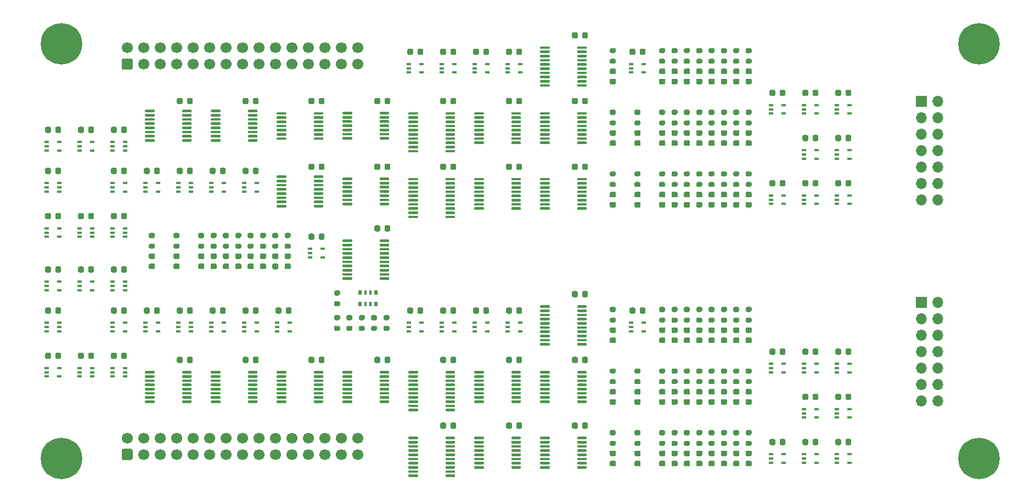
<source format=gbr>
%TF.GenerationSoftware,KiCad,Pcbnew,(5.1.9)-1*%
%TF.CreationDate,2021-05-31T11:51:56+02:00*%
%TF.ProjectId,periph_gpio,70657269-7068-45f6-9770-696f2e6b6963,v1.0*%
%TF.SameCoordinates,Original*%
%TF.FileFunction,Soldermask,Top*%
%TF.FilePolarity,Negative*%
%FSLAX46Y46*%
G04 Gerber Fmt 4.6, Leading zero omitted, Abs format (unit mm)*
G04 Created by KiCad (PCBNEW (5.1.9)-1) date 2021-05-31 11:51:56*
%MOMM*%
%LPD*%
G01*
G04 APERTURE LIST*
%ADD10R,0.650000X0.400000*%
%ADD11R,0.500000X0.800000*%
%ADD12R,0.400000X0.800000*%
%ADD13O,1.700000X1.700000*%
%ADD14R,1.700000X1.700000*%
%ADD15C,1.700000*%
%ADD16C,0.800000*%
%ADD17C,6.400000*%
G04 APERTURE END LIST*
%TO.C,U77*%
G36*
G01*
X-61375000Y-11160000D02*
X-61375000Y-10960000D01*
G75*
G02*
X-61275000Y-10860000I100000J0D01*
G01*
X-60000000Y-10860000D01*
G75*
G02*
X-59900000Y-10960000I0J-100000D01*
G01*
X-59900000Y-11160000D01*
G75*
G02*
X-60000000Y-11260000I-100000J0D01*
G01*
X-61275000Y-11260000D01*
G75*
G02*
X-61375000Y-11160000I0J100000D01*
G01*
G37*
G36*
G01*
X-61375000Y-11810000D02*
X-61375000Y-11610000D01*
G75*
G02*
X-61275000Y-11510000I100000J0D01*
G01*
X-60000000Y-11510000D01*
G75*
G02*
X-59900000Y-11610000I0J-100000D01*
G01*
X-59900000Y-11810000D01*
G75*
G02*
X-60000000Y-11910000I-100000J0D01*
G01*
X-61275000Y-11910000D01*
G75*
G02*
X-61375000Y-11810000I0J100000D01*
G01*
G37*
G36*
G01*
X-61375000Y-12460000D02*
X-61375000Y-12260000D01*
G75*
G02*
X-61275000Y-12160000I100000J0D01*
G01*
X-60000000Y-12160000D01*
G75*
G02*
X-59900000Y-12260000I0J-100000D01*
G01*
X-59900000Y-12460000D01*
G75*
G02*
X-60000000Y-12560000I-100000J0D01*
G01*
X-61275000Y-12560000D01*
G75*
G02*
X-61375000Y-12460000I0J100000D01*
G01*
G37*
G36*
G01*
X-61375000Y-13110000D02*
X-61375000Y-12910000D01*
G75*
G02*
X-61275000Y-12810000I100000J0D01*
G01*
X-60000000Y-12810000D01*
G75*
G02*
X-59900000Y-12910000I0J-100000D01*
G01*
X-59900000Y-13110000D01*
G75*
G02*
X-60000000Y-13210000I-100000J0D01*
G01*
X-61275000Y-13210000D01*
G75*
G02*
X-61375000Y-13110000I0J100000D01*
G01*
G37*
G36*
G01*
X-61375000Y-13760000D02*
X-61375000Y-13560000D01*
G75*
G02*
X-61275000Y-13460000I100000J0D01*
G01*
X-60000000Y-13460000D01*
G75*
G02*
X-59900000Y-13560000I0J-100000D01*
G01*
X-59900000Y-13760000D01*
G75*
G02*
X-60000000Y-13860000I-100000J0D01*
G01*
X-61275000Y-13860000D01*
G75*
G02*
X-61375000Y-13760000I0J100000D01*
G01*
G37*
G36*
G01*
X-61375000Y-14410000D02*
X-61375000Y-14210000D01*
G75*
G02*
X-61275000Y-14110000I100000J0D01*
G01*
X-60000000Y-14110000D01*
G75*
G02*
X-59900000Y-14210000I0J-100000D01*
G01*
X-59900000Y-14410000D01*
G75*
G02*
X-60000000Y-14510000I-100000J0D01*
G01*
X-61275000Y-14510000D01*
G75*
G02*
X-61375000Y-14410000I0J100000D01*
G01*
G37*
G36*
G01*
X-61375000Y-15060000D02*
X-61375000Y-14860000D01*
G75*
G02*
X-61275000Y-14760000I100000J0D01*
G01*
X-60000000Y-14760000D01*
G75*
G02*
X-59900000Y-14860000I0J-100000D01*
G01*
X-59900000Y-15060000D01*
G75*
G02*
X-60000000Y-15160000I-100000J0D01*
G01*
X-61275000Y-15160000D01*
G75*
G02*
X-61375000Y-15060000I0J100000D01*
G01*
G37*
G36*
G01*
X-61375000Y-15710000D02*
X-61375000Y-15510000D01*
G75*
G02*
X-61275000Y-15410000I100000J0D01*
G01*
X-60000000Y-15410000D01*
G75*
G02*
X-59900000Y-15510000I0J-100000D01*
G01*
X-59900000Y-15710000D01*
G75*
G02*
X-60000000Y-15810000I-100000J0D01*
G01*
X-61275000Y-15810000D01*
G75*
G02*
X-61375000Y-15710000I0J100000D01*
G01*
G37*
G36*
G01*
X-67100000Y-15710000D02*
X-67100000Y-15510000D01*
G75*
G02*
X-67000000Y-15410000I100000J0D01*
G01*
X-65725000Y-15410000D01*
G75*
G02*
X-65625000Y-15510000I0J-100000D01*
G01*
X-65625000Y-15710000D01*
G75*
G02*
X-65725000Y-15810000I-100000J0D01*
G01*
X-67000000Y-15810000D01*
G75*
G02*
X-67100000Y-15710000I0J100000D01*
G01*
G37*
G36*
G01*
X-67100000Y-15060000D02*
X-67100000Y-14860000D01*
G75*
G02*
X-67000000Y-14760000I100000J0D01*
G01*
X-65725000Y-14760000D01*
G75*
G02*
X-65625000Y-14860000I0J-100000D01*
G01*
X-65625000Y-15060000D01*
G75*
G02*
X-65725000Y-15160000I-100000J0D01*
G01*
X-67000000Y-15160000D01*
G75*
G02*
X-67100000Y-15060000I0J100000D01*
G01*
G37*
G36*
G01*
X-67100000Y-14410000D02*
X-67100000Y-14210000D01*
G75*
G02*
X-67000000Y-14110000I100000J0D01*
G01*
X-65725000Y-14110000D01*
G75*
G02*
X-65625000Y-14210000I0J-100000D01*
G01*
X-65625000Y-14410000D01*
G75*
G02*
X-65725000Y-14510000I-100000J0D01*
G01*
X-67000000Y-14510000D01*
G75*
G02*
X-67100000Y-14410000I0J100000D01*
G01*
G37*
G36*
G01*
X-67100000Y-13760000D02*
X-67100000Y-13560000D01*
G75*
G02*
X-67000000Y-13460000I100000J0D01*
G01*
X-65725000Y-13460000D01*
G75*
G02*
X-65625000Y-13560000I0J-100000D01*
G01*
X-65625000Y-13760000D01*
G75*
G02*
X-65725000Y-13860000I-100000J0D01*
G01*
X-67000000Y-13860000D01*
G75*
G02*
X-67100000Y-13760000I0J100000D01*
G01*
G37*
G36*
G01*
X-67100000Y-13110000D02*
X-67100000Y-12910000D01*
G75*
G02*
X-67000000Y-12810000I100000J0D01*
G01*
X-65725000Y-12810000D01*
G75*
G02*
X-65625000Y-12910000I0J-100000D01*
G01*
X-65625000Y-13110000D01*
G75*
G02*
X-65725000Y-13210000I-100000J0D01*
G01*
X-67000000Y-13210000D01*
G75*
G02*
X-67100000Y-13110000I0J100000D01*
G01*
G37*
G36*
G01*
X-67100000Y-12460000D02*
X-67100000Y-12260000D01*
G75*
G02*
X-67000000Y-12160000I100000J0D01*
G01*
X-65725000Y-12160000D01*
G75*
G02*
X-65625000Y-12260000I0J-100000D01*
G01*
X-65625000Y-12460000D01*
G75*
G02*
X-65725000Y-12560000I-100000J0D01*
G01*
X-67000000Y-12560000D01*
G75*
G02*
X-67100000Y-12460000I0J100000D01*
G01*
G37*
G36*
G01*
X-67100000Y-11810000D02*
X-67100000Y-11610000D01*
G75*
G02*
X-67000000Y-11510000I100000J0D01*
G01*
X-65725000Y-11510000D01*
G75*
G02*
X-65625000Y-11610000I0J-100000D01*
G01*
X-65625000Y-11810000D01*
G75*
G02*
X-65725000Y-11910000I-100000J0D01*
G01*
X-67000000Y-11910000D01*
G75*
G02*
X-67100000Y-11810000I0J100000D01*
G01*
G37*
G36*
G01*
X-67100000Y-11160000D02*
X-67100000Y-10960000D01*
G75*
G02*
X-67000000Y-10860000I100000J0D01*
G01*
X-65725000Y-10860000D01*
G75*
G02*
X-65625000Y-10960000I0J-100000D01*
G01*
X-65625000Y-11160000D01*
G75*
G02*
X-65725000Y-11260000I-100000J0D01*
G01*
X-67000000Y-11260000D01*
G75*
G02*
X-67100000Y-11160000I0J100000D01*
G01*
G37*
%TD*%
%TO.C,U76*%
G36*
G01*
X-41055000Y-11485000D02*
X-41055000Y-11285000D01*
G75*
G02*
X-40955000Y-11185000I100000J0D01*
G01*
X-39680000Y-11185000D01*
G75*
G02*
X-39580000Y-11285000I0J-100000D01*
G01*
X-39580000Y-11485000D01*
G75*
G02*
X-39680000Y-11585000I-100000J0D01*
G01*
X-40955000Y-11585000D01*
G75*
G02*
X-41055000Y-11485000I0J100000D01*
G01*
G37*
G36*
G01*
X-41055000Y-12135000D02*
X-41055000Y-11935000D01*
G75*
G02*
X-40955000Y-11835000I100000J0D01*
G01*
X-39680000Y-11835000D01*
G75*
G02*
X-39580000Y-11935000I0J-100000D01*
G01*
X-39580000Y-12135000D01*
G75*
G02*
X-39680000Y-12235000I-100000J0D01*
G01*
X-40955000Y-12235000D01*
G75*
G02*
X-41055000Y-12135000I0J100000D01*
G01*
G37*
G36*
G01*
X-41055000Y-12785000D02*
X-41055000Y-12585000D01*
G75*
G02*
X-40955000Y-12485000I100000J0D01*
G01*
X-39680000Y-12485000D01*
G75*
G02*
X-39580000Y-12585000I0J-100000D01*
G01*
X-39580000Y-12785000D01*
G75*
G02*
X-39680000Y-12885000I-100000J0D01*
G01*
X-40955000Y-12885000D01*
G75*
G02*
X-41055000Y-12785000I0J100000D01*
G01*
G37*
G36*
G01*
X-41055000Y-13435000D02*
X-41055000Y-13235000D01*
G75*
G02*
X-40955000Y-13135000I100000J0D01*
G01*
X-39680000Y-13135000D01*
G75*
G02*
X-39580000Y-13235000I0J-100000D01*
G01*
X-39580000Y-13435000D01*
G75*
G02*
X-39680000Y-13535000I-100000J0D01*
G01*
X-40955000Y-13535000D01*
G75*
G02*
X-41055000Y-13435000I0J100000D01*
G01*
G37*
G36*
G01*
X-41055000Y-14085000D02*
X-41055000Y-13885000D01*
G75*
G02*
X-40955000Y-13785000I100000J0D01*
G01*
X-39680000Y-13785000D01*
G75*
G02*
X-39580000Y-13885000I0J-100000D01*
G01*
X-39580000Y-14085000D01*
G75*
G02*
X-39680000Y-14185000I-100000J0D01*
G01*
X-40955000Y-14185000D01*
G75*
G02*
X-41055000Y-14085000I0J100000D01*
G01*
G37*
G36*
G01*
X-41055000Y-14735000D02*
X-41055000Y-14535000D01*
G75*
G02*
X-40955000Y-14435000I100000J0D01*
G01*
X-39680000Y-14435000D01*
G75*
G02*
X-39580000Y-14535000I0J-100000D01*
G01*
X-39580000Y-14735000D01*
G75*
G02*
X-39680000Y-14835000I-100000J0D01*
G01*
X-40955000Y-14835000D01*
G75*
G02*
X-41055000Y-14735000I0J100000D01*
G01*
G37*
G36*
G01*
X-41055000Y-15385000D02*
X-41055000Y-15185000D01*
G75*
G02*
X-40955000Y-15085000I100000J0D01*
G01*
X-39680000Y-15085000D01*
G75*
G02*
X-39580000Y-15185000I0J-100000D01*
G01*
X-39580000Y-15385000D01*
G75*
G02*
X-39680000Y-15485000I-100000J0D01*
G01*
X-40955000Y-15485000D01*
G75*
G02*
X-41055000Y-15385000I0J100000D01*
G01*
G37*
G36*
G01*
X-46780000Y-15385000D02*
X-46780000Y-15185000D01*
G75*
G02*
X-46680000Y-15085000I100000J0D01*
G01*
X-45405000Y-15085000D01*
G75*
G02*
X-45305000Y-15185000I0J-100000D01*
G01*
X-45305000Y-15385000D01*
G75*
G02*
X-45405000Y-15485000I-100000J0D01*
G01*
X-46680000Y-15485000D01*
G75*
G02*
X-46780000Y-15385000I0J100000D01*
G01*
G37*
G36*
G01*
X-46780000Y-14735000D02*
X-46780000Y-14535000D01*
G75*
G02*
X-46680000Y-14435000I100000J0D01*
G01*
X-45405000Y-14435000D01*
G75*
G02*
X-45305000Y-14535000I0J-100000D01*
G01*
X-45305000Y-14735000D01*
G75*
G02*
X-45405000Y-14835000I-100000J0D01*
G01*
X-46680000Y-14835000D01*
G75*
G02*
X-46780000Y-14735000I0J100000D01*
G01*
G37*
G36*
G01*
X-46780000Y-14085000D02*
X-46780000Y-13885000D01*
G75*
G02*
X-46680000Y-13785000I100000J0D01*
G01*
X-45405000Y-13785000D01*
G75*
G02*
X-45305000Y-13885000I0J-100000D01*
G01*
X-45305000Y-14085000D01*
G75*
G02*
X-45405000Y-14185000I-100000J0D01*
G01*
X-46680000Y-14185000D01*
G75*
G02*
X-46780000Y-14085000I0J100000D01*
G01*
G37*
G36*
G01*
X-46780000Y-13435000D02*
X-46780000Y-13235000D01*
G75*
G02*
X-46680000Y-13135000I100000J0D01*
G01*
X-45405000Y-13135000D01*
G75*
G02*
X-45305000Y-13235000I0J-100000D01*
G01*
X-45305000Y-13435000D01*
G75*
G02*
X-45405000Y-13535000I-100000J0D01*
G01*
X-46680000Y-13535000D01*
G75*
G02*
X-46780000Y-13435000I0J100000D01*
G01*
G37*
G36*
G01*
X-46780000Y-12785000D02*
X-46780000Y-12585000D01*
G75*
G02*
X-46680000Y-12485000I100000J0D01*
G01*
X-45405000Y-12485000D01*
G75*
G02*
X-45305000Y-12585000I0J-100000D01*
G01*
X-45305000Y-12785000D01*
G75*
G02*
X-45405000Y-12885000I-100000J0D01*
G01*
X-46680000Y-12885000D01*
G75*
G02*
X-46780000Y-12785000I0J100000D01*
G01*
G37*
G36*
G01*
X-46780000Y-12135000D02*
X-46780000Y-11935000D01*
G75*
G02*
X-46680000Y-11835000I100000J0D01*
G01*
X-45405000Y-11835000D01*
G75*
G02*
X-45305000Y-11935000I0J-100000D01*
G01*
X-45305000Y-12135000D01*
G75*
G02*
X-45405000Y-12235000I-100000J0D01*
G01*
X-46680000Y-12235000D01*
G75*
G02*
X-46780000Y-12135000I0J100000D01*
G01*
G37*
G36*
G01*
X-46780000Y-11485000D02*
X-46780000Y-11285000D01*
G75*
G02*
X-46680000Y-11185000I100000J0D01*
G01*
X-45405000Y-11185000D01*
G75*
G02*
X-45305000Y-11285000I0J-100000D01*
G01*
X-45305000Y-11485000D01*
G75*
G02*
X-45405000Y-11585000I-100000J0D01*
G01*
X-46680000Y-11585000D01*
G75*
G02*
X-46780000Y-11485000I0J100000D01*
G01*
G37*
%TD*%
%TO.C,U75*%
G36*
G01*
X-71535000Y-11160000D02*
X-71535000Y-10960000D01*
G75*
G02*
X-71435000Y-10860000I100000J0D01*
G01*
X-70160000Y-10860000D01*
G75*
G02*
X-70060000Y-10960000I0J-100000D01*
G01*
X-70060000Y-11160000D01*
G75*
G02*
X-70160000Y-11260000I-100000J0D01*
G01*
X-71435000Y-11260000D01*
G75*
G02*
X-71535000Y-11160000I0J100000D01*
G01*
G37*
G36*
G01*
X-71535000Y-11810000D02*
X-71535000Y-11610000D01*
G75*
G02*
X-71435000Y-11510000I100000J0D01*
G01*
X-70160000Y-11510000D01*
G75*
G02*
X-70060000Y-11610000I0J-100000D01*
G01*
X-70060000Y-11810000D01*
G75*
G02*
X-70160000Y-11910000I-100000J0D01*
G01*
X-71435000Y-11910000D01*
G75*
G02*
X-71535000Y-11810000I0J100000D01*
G01*
G37*
G36*
G01*
X-71535000Y-12460000D02*
X-71535000Y-12260000D01*
G75*
G02*
X-71435000Y-12160000I100000J0D01*
G01*
X-70160000Y-12160000D01*
G75*
G02*
X-70060000Y-12260000I0J-100000D01*
G01*
X-70060000Y-12460000D01*
G75*
G02*
X-70160000Y-12560000I-100000J0D01*
G01*
X-71435000Y-12560000D01*
G75*
G02*
X-71535000Y-12460000I0J100000D01*
G01*
G37*
G36*
G01*
X-71535000Y-13110000D02*
X-71535000Y-12910000D01*
G75*
G02*
X-71435000Y-12810000I100000J0D01*
G01*
X-70160000Y-12810000D01*
G75*
G02*
X-70060000Y-12910000I0J-100000D01*
G01*
X-70060000Y-13110000D01*
G75*
G02*
X-70160000Y-13210000I-100000J0D01*
G01*
X-71435000Y-13210000D01*
G75*
G02*
X-71535000Y-13110000I0J100000D01*
G01*
G37*
G36*
G01*
X-71535000Y-13760000D02*
X-71535000Y-13560000D01*
G75*
G02*
X-71435000Y-13460000I100000J0D01*
G01*
X-70160000Y-13460000D01*
G75*
G02*
X-70060000Y-13560000I0J-100000D01*
G01*
X-70060000Y-13760000D01*
G75*
G02*
X-70160000Y-13860000I-100000J0D01*
G01*
X-71435000Y-13860000D01*
G75*
G02*
X-71535000Y-13760000I0J100000D01*
G01*
G37*
G36*
G01*
X-71535000Y-14410000D02*
X-71535000Y-14210000D01*
G75*
G02*
X-71435000Y-14110000I100000J0D01*
G01*
X-70160000Y-14110000D01*
G75*
G02*
X-70060000Y-14210000I0J-100000D01*
G01*
X-70060000Y-14410000D01*
G75*
G02*
X-70160000Y-14510000I-100000J0D01*
G01*
X-71435000Y-14510000D01*
G75*
G02*
X-71535000Y-14410000I0J100000D01*
G01*
G37*
G36*
G01*
X-71535000Y-15060000D02*
X-71535000Y-14860000D01*
G75*
G02*
X-71435000Y-14760000I100000J0D01*
G01*
X-70160000Y-14760000D01*
G75*
G02*
X-70060000Y-14860000I0J-100000D01*
G01*
X-70060000Y-15060000D01*
G75*
G02*
X-70160000Y-15160000I-100000J0D01*
G01*
X-71435000Y-15160000D01*
G75*
G02*
X-71535000Y-15060000I0J100000D01*
G01*
G37*
G36*
G01*
X-71535000Y-15710000D02*
X-71535000Y-15510000D01*
G75*
G02*
X-71435000Y-15410000I100000J0D01*
G01*
X-70160000Y-15410000D01*
G75*
G02*
X-70060000Y-15510000I0J-100000D01*
G01*
X-70060000Y-15710000D01*
G75*
G02*
X-70160000Y-15810000I-100000J0D01*
G01*
X-71435000Y-15810000D01*
G75*
G02*
X-71535000Y-15710000I0J100000D01*
G01*
G37*
G36*
G01*
X-77260000Y-15710000D02*
X-77260000Y-15510000D01*
G75*
G02*
X-77160000Y-15410000I100000J0D01*
G01*
X-75885000Y-15410000D01*
G75*
G02*
X-75785000Y-15510000I0J-100000D01*
G01*
X-75785000Y-15710000D01*
G75*
G02*
X-75885000Y-15810000I-100000J0D01*
G01*
X-77160000Y-15810000D01*
G75*
G02*
X-77260000Y-15710000I0J100000D01*
G01*
G37*
G36*
G01*
X-77260000Y-15060000D02*
X-77260000Y-14860000D01*
G75*
G02*
X-77160000Y-14760000I100000J0D01*
G01*
X-75885000Y-14760000D01*
G75*
G02*
X-75785000Y-14860000I0J-100000D01*
G01*
X-75785000Y-15060000D01*
G75*
G02*
X-75885000Y-15160000I-100000J0D01*
G01*
X-77160000Y-15160000D01*
G75*
G02*
X-77260000Y-15060000I0J100000D01*
G01*
G37*
G36*
G01*
X-77260000Y-14410000D02*
X-77260000Y-14210000D01*
G75*
G02*
X-77160000Y-14110000I100000J0D01*
G01*
X-75885000Y-14110000D01*
G75*
G02*
X-75785000Y-14210000I0J-100000D01*
G01*
X-75785000Y-14410000D01*
G75*
G02*
X-75885000Y-14510000I-100000J0D01*
G01*
X-77160000Y-14510000D01*
G75*
G02*
X-77260000Y-14410000I0J100000D01*
G01*
G37*
G36*
G01*
X-77260000Y-13760000D02*
X-77260000Y-13560000D01*
G75*
G02*
X-77160000Y-13460000I100000J0D01*
G01*
X-75885000Y-13460000D01*
G75*
G02*
X-75785000Y-13560000I0J-100000D01*
G01*
X-75785000Y-13760000D01*
G75*
G02*
X-75885000Y-13860000I-100000J0D01*
G01*
X-77160000Y-13860000D01*
G75*
G02*
X-77260000Y-13760000I0J100000D01*
G01*
G37*
G36*
G01*
X-77260000Y-13110000D02*
X-77260000Y-12910000D01*
G75*
G02*
X-77160000Y-12810000I100000J0D01*
G01*
X-75885000Y-12810000D01*
G75*
G02*
X-75785000Y-12910000I0J-100000D01*
G01*
X-75785000Y-13110000D01*
G75*
G02*
X-75885000Y-13210000I-100000J0D01*
G01*
X-77160000Y-13210000D01*
G75*
G02*
X-77260000Y-13110000I0J100000D01*
G01*
G37*
G36*
G01*
X-77260000Y-12460000D02*
X-77260000Y-12260000D01*
G75*
G02*
X-77160000Y-12160000I100000J0D01*
G01*
X-75885000Y-12160000D01*
G75*
G02*
X-75785000Y-12260000I0J-100000D01*
G01*
X-75785000Y-12460000D01*
G75*
G02*
X-75885000Y-12560000I-100000J0D01*
G01*
X-77160000Y-12560000D01*
G75*
G02*
X-77260000Y-12460000I0J100000D01*
G01*
G37*
G36*
G01*
X-77260000Y-11810000D02*
X-77260000Y-11610000D01*
G75*
G02*
X-77160000Y-11510000I100000J0D01*
G01*
X-75885000Y-11510000D01*
G75*
G02*
X-75785000Y-11610000I0J-100000D01*
G01*
X-75785000Y-11810000D01*
G75*
G02*
X-75885000Y-11910000I-100000J0D01*
G01*
X-77160000Y-11910000D01*
G75*
G02*
X-77260000Y-11810000I0J100000D01*
G01*
G37*
G36*
G01*
X-77260000Y-11160000D02*
X-77260000Y-10960000D01*
G75*
G02*
X-77160000Y-10860000I100000J0D01*
G01*
X-75885000Y-10860000D01*
G75*
G02*
X-75785000Y-10960000I0J-100000D01*
G01*
X-75785000Y-11160000D01*
G75*
G02*
X-75885000Y-11260000I-100000J0D01*
G01*
X-77160000Y-11260000D01*
G75*
G02*
X-77260000Y-11160000I0J100000D01*
G01*
G37*
%TD*%
%TO.C,U74*%
G36*
G01*
X-51215000Y-11530000D02*
X-51215000Y-11330000D01*
G75*
G02*
X-51115000Y-11230000I100000J0D01*
G01*
X-49840000Y-11230000D01*
G75*
G02*
X-49740000Y-11330000I0J-100000D01*
G01*
X-49740000Y-11530000D01*
G75*
G02*
X-49840000Y-11630000I-100000J0D01*
G01*
X-51115000Y-11630000D01*
G75*
G02*
X-51215000Y-11530000I0J100000D01*
G01*
G37*
G36*
G01*
X-51215000Y-12180000D02*
X-51215000Y-11980000D01*
G75*
G02*
X-51115000Y-11880000I100000J0D01*
G01*
X-49840000Y-11880000D01*
G75*
G02*
X-49740000Y-11980000I0J-100000D01*
G01*
X-49740000Y-12180000D01*
G75*
G02*
X-49840000Y-12280000I-100000J0D01*
G01*
X-51115000Y-12280000D01*
G75*
G02*
X-51215000Y-12180000I0J100000D01*
G01*
G37*
G36*
G01*
X-51215000Y-12830000D02*
X-51215000Y-12630000D01*
G75*
G02*
X-51115000Y-12530000I100000J0D01*
G01*
X-49840000Y-12530000D01*
G75*
G02*
X-49740000Y-12630000I0J-100000D01*
G01*
X-49740000Y-12830000D01*
G75*
G02*
X-49840000Y-12930000I-100000J0D01*
G01*
X-51115000Y-12930000D01*
G75*
G02*
X-51215000Y-12830000I0J100000D01*
G01*
G37*
G36*
G01*
X-51215000Y-13480000D02*
X-51215000Y-13280000D01*
G75*
G02*
X-51115000Y-13180000I100000J0D01*
G01*
X-49840000Y-13180000D01*
G75*
G02*
X-49740000Y-13280000I0J-100000D01*
G01*
X-49740000Y-13480000D01*
G75*
G02*
X-49840000Y-13580000I-100000J0D01*
G01*
X-51115000Y-13580000D01*
G75*
G02*
X-51215000Y-13480000I0J100000D01*
G01*
G37*
G36*
G01*
X-51215000Y-14130000D02*
X-51215000Y-13930000D01*
G75*
G02*
X-51115000Y-13830000I100000J0D01*
G01*
X-49840000Y-13830000D01*
G75*
G02*
X-49740000Y-13930000I0J-100000D01*
G01*
X-49740000Y-14130000D01*
G75*
G02*
X-49840000Y-14230000I-100000J0D01*
G01*
X-51115000Y-14230000D01*
G75*
G02*
X-51215000Y-14130000I0J100000D01*
G01*
G37*
G36*
G01*
X-51215000Y-14780000D02*
X-51215000Y-14580000D01*
G75*
G02*
X-51115000Y-14480000I100000J0D01*
G01*
X-49840000Y-14480000D01*
G75*
G02*
X-49740000Y-14580000I0J-100000D01*
G01*
X-49740000Y-14780000D01*
G75*
G02*
X-49840000Y-14880000I-100000J0D01*
G01*
X-51115000Y-14880000D01*
G75*
G02*
X-51215000Y-14780000I0J100000D01*
G01*
G37*
G36*
G01*
X-51215000Y-15430000D02*
X-51215000Y-15230000D01*
G75*
G02*
X-51115000Y-15130000I100000J0D01*
G01*
X-49840000Y-15130000D01*
G75*
G02*
X-49740000Y-15230000I0J-100000D01*
G01*
X-49740000Y-15430000D01*
G75*
G02*
X-49840000Y-15530000I-100000J0D01*
G01*
X-51115000Y-15530000D01*
G75*
G02*
X-51215000Y-15430000I0J100000D01*
G01*
G37*
G36*
G01*
X-56940000Y-15430000D02*
X-56940000Y-15230000D01*
G75*
G02*
X-56840000Y-15130000I100000J0D01*
G01*
X-55565000Y-15130000D01*
G75*
G02*
X-55465000Y-15230000I0J-100000D01*
G01*
X-55465000Y-15430000D01*
G75*
G02*
X-55565000Y-15530000I-100000J0D01*
G01*
X-56840000Y-15530000D01*
G75*
G02*
X-56940000Y-15430000I0J100000D01*
G01*
G37*
G36*
G01*
X-56940000Y-14780000D02*
X-56940000Y-14580000D01*
G75*
G02*
X-56840000Y-14480000I100000J0D01*
G01*
X-55565000Y-14480000D01*
G75*
G02*
X-55465000Y-14580000I0J-100000D01*
G01*
X-55465000Y-14780000D01*
G75*
G02*
X-55565000Y-14880000I-100000J0D01*
G01*
X-56840000Y-14880000D01*
G75*
G02*
X-56940000Y-14780000I0J100000D01*
G01*
G37*
G36*
G01*
X-56940000Y-14130000D02*
X-56940000Y-13930000D01*
G75*
G02*
X-56840000Y-13830000I100000J0D01*
G01*
X-55565000Y-13830000D01*
G75*
G02*
X-55465000Y-13930000I0J-100000D01*
G01*
X-55465000Y-14130000D01*
G75*
G02*
X-55565000Y-14230000I-100000J0D01*
G01*
X-56840000Y-14230000D01*
G75*
G02*
X-56940000Y-14130000I0J100000D01*
G01*
G37*
G36*
G01*
X-56940000Y-13480000D02*
X-56940000Y-13280000D01*
G75*
G02*
X-56840000Y-13180000I100000J0D01*
G01*
X-55565000Y-13180000D01*
G75*
G02*
X-55465000Y-13280000I0J-100000D01*
G01*
X-55465000Y-13480000D01*
G75*
G02*
X-55565000Y-13580000I-100000J0D01*
G01*
X-56840000Y-13580000D01*
G75*
G02*
X-56940000Y-13480000I0J100000D01*
G01*
G37*
G36*
G01*
X-56940000Y-12830000D02*
X-56940000Y-12630000D01*
G75*
G02*
X-56840000Y-12530000I100000J0D01*
G01*
X-55565000Y-12530000D01*
G75*
G02*
X-55465000Y-12630000I0J-100000D01*
G01*
X-55465000Y-12830000D01*
G75*
G02*
X-55565000Y-12930000I-100000J0D01*
G01*
X-56840000Y-12930000D01*
G75*
G02*
X-56940000Y-12830000I0J100000D01*
G01*
G37*
G36*
G01*
X-56940000Y-12180000D02*
X-56940000Y-11980000D01*
G75*
G02*
X-56840000Y-11880000I100000J0D01*
G01*
X-55565000Y-11880000D01*
G75*
G02*
X-55465000Y-11980000I0J-100000D01*
G01*
X-55465000Y-12180000D01*
G75*
G02*
X-55565000Y-12280000I-100000J0D01*
G01*
X-56840000Y-12280000D01*
G75*
G02*
X-56940000Y-12180000I0J100000D01*
G01*
G37*
G36*
G01*
X-56940000Y-11530000D02*
X-56940000Y-11330000D01*
G75*
G02*
X-56840000Y-11230000I100000J0D01*
G01*
X-55565000Y-11230000D01*
G75*
G02*
X-55465000Y-11330000I0J-100000D01*
G01*
X-55465000Y-11530000D01*
G75*
G02*
X-55565000Y-11630000I-100000J0D01*
G01*
X-56840000Y-11630000D01*
G75*
G02*
X-56940000Y-11530000I0J100000D01*
G01*
G37*
%TD*%
D10*
%TO.C,U73*%
X-60010000Y-22210000D03*
X-60010000Y-23510000D03*
X-61910000Y-22860000D03*
X-61910000Y-23510000D03*
X-61910000Y-22210000D03*
%TD*%
%TO.C,U72*%
X-65090000Y-22210000D03*
X-65090000Y-23510000D03*
X-66990000Y-22860000D03*
X-66990000Y-23510000D03*
X-66990000Y-22210000D03*
%TD*%
%TO.C,U71*%
X-70170000Y-22210000D03*
X-70170000Y-23510000D03*
X-72070000Y-22860000D03*
X-70170000Y-22860000D03*
X-72070000Y-23510000D03*
X-72070000Y-22210000D03*
%TD*%
%TO.C,U70*%
G36*
G01*
X-41055000Y-31215000D02*
X-41055000Y-31015000D01*
G75*
G02*
X-40955000Y-30915000I100000J0D01*
G01*
X-39680000Y-30915000D01*
G75*
G02*
X-39580000Y-31015000I0J-100000D01*
G01*
X-39580000Y-31215000D01*
G75*
G02*
X-39680000Y-31315000I-100000J0D01*
G01*
X-40955000Y-31315000D01*
G75*
G02*
X-41055000Y-31215000I0J100000D01*
G01*
G37*
G36*
G01*
X-41055000Y-31865000D02*
X-41055000Y-31665000D01*
G75*
G02*
X-40955000Y-31565000I100000J0D01*
G01*
X-39680000Y-31565000D01*
G75*
G02*
X-39580000Y-31665000I0J-100000D01*
G01*
X-39580000Y-31865000D01*
G75*
G02*
X-39680000Y-31965000I-100000J0D01*
G01*
X-40955000Y-31965000D01*
G75*
G02*
X-41055000Y-31865000I0J100000D01*
G01*
G37*
G36*
G01*
X-41055000Y-32515000D02*
X-41055000Y-32315000D01*
G75*
G02*
X-40955000Y-32215000I100000J0D01*
G01*
X-39680000Y-32215000D01*
G75*
G02*
X-39580000Y-32315000I0J-100000D01*
G01*
X-39580000Y-32515000D01*
G75*
G02*
X-39680000Y-32615000I-100000J0D01*
G01*
X-40955000Y-32615000D01*
G75*
G02*
X-41055000Y-32515000I0J100000D01*
G01*
G37*
G36*
G01*
X-41055000Y-33165000D02*
X-41055000Y-32965000D01*
G75*
G02*
X-40955000Y-32865000I100000J0D01*
G01*
X-39680000Y-32865000D01*
G75*
G02*
X-39580000Y-32965000I0J-100000D01*
G01*
X-39580000Y-33165000D01*
G75*
G02*
X-39680000Y-33265000I-100000J0D01*
G01*
X-40955000Y-33265000D01*
G75*
G02*
X-41055000Y-33165000I0J100000D01*
G01*
G37*
G36*
G01*
X-41055000Y-33815000D02*
X-41055000Y-33615000D01*
G75*
G02*
X-40955000Y-33515000I100000J0D01*
G01*
X-39680000Y-33515000D01*
G75*
G02*
X-39580000Y-33615000I0J-100000D01*
G01*
X-39580000Y-33815000D01*
G75*
G02*
X-39680000Y-33915000I-100000J0D01*
G01*
X-40955000Y-33915000D01*
G75*
G02*
X-41055000Y-33815000I0J100000D01*
G01*
G37*
G36*
G01*
X-41055000Y-34465000D02*
X-41055000Y-34265000D01*
G75*
G02*
X-40955000Y-34165000I100000J0D01*
G01*
X-39680000Y-34165000D01*
G75*
G02*
X-39580000Y-34265000I0J-100000D01*
G01*
X-39580000Y-34465000D01*
G75*
G02*
X-39680000Y-34565000I-100000J0D01*
G01*
X-40955000Y-34565000D01*
G75*
G02*
X-41055000Y-34465000I0J100000D01*
G01*
G37*
G36*
G01*
X-41055000Y-35115000D02*
X-41055000Y-34915000D01*
G75*
G02*
X-40955000Y-34815000I100000J0D01*
G01*
X-39680000Y-34815000D01*
G75*
G02*
X-39580000Y-34915000I0J-100000D01*
G01*
X-39580000Y-35115000D01*
G75*
G02*
X-39680000Y-35215000I-100000J0D01*
G01*
X-40955000Y-35215000D01*
G75*
G02*
X-41055000Y-35115000I0J100000D01*
G01*
G37*
G36*
G01*
X-41055000Y-35765000D02*
X-41055000Y-35565000D01*
G75*
G02*
X-40955000Y-35465000I100000J0D01*
G01*
X-39680000Y-35465000D01*
G75*
G02*
X-39580000Y-35565000I0J-100000D01*
G01*
X-39580000Y-35765000D01*
G75*
G02*
X-39680000Y-35865000I-100000J0D01*
G01*
X-40955000Y-35865000D01*
G75*
G02*
X-41055000Y-35765000I0J100000D01*
G01*
G37*
G36*
G01*
X-41055000Y-36415000D02*
X-41055000Y-36215000D01*
G75*
G02*
X-40955000Y-36115000I100000J0D01*
G01*
X-39680000Y-36115000D01*
G75*
G02*
X-39580000Y-36215000I0J-100000D01*
G01*
X-39580000Y-36415000D01*
G75*
G02*
X-39680000Y-36515000I-100000J0D01*
G01*
X-40955000Y-36515000D01*
G75*
G02*
X-41055000Y-36415000I0J100000D01*
G01*
G37*
G36*
G01*
X-41055000Y-37065000D02*
X-41055000Y-36865000D01*
G75*
G02*
X-40955000Y-36765000I100000J0D01*
G01*
X-39680000Y-36765000D01*
G75*
G02*
X-39580000Y-36865000I0J-100000D01*
G01*
X-39580000Y-37065000D01*
G75*
G02*
X-39680000Y-37165000I-100000J0D01*
G01*
X-40955000Y-37165000D01*
G75*
G02*
X-41055000Y-37065000I0J100000D01*
G01*
G37*
G36*
G01*
X-46780000Y-37065000D02*
X-46780000Y-36865000D01*
G75*
G02*
X-46680000Y-36765000I100000J0D01*
G01*
X-45405000Y-36765000D01*
G75*
G02*
X-45305000Y-36865000I0J-100000D01*
G01*
X-45305000Y-37065000D01*
G75*
G02*
X-45405000Y-37165000I-100000J0D01*
G01*
X-46680000Y-37165000D01*
G75*
G02*
X-46780000Y-37065000I0J100000D01*
G01*
G37*
G36*
G01*
X-46780000Y-36415000D02*
X-46780000Y-36215000D01*
G75*
G02*
X-46680000Y-36115000I100000J0D01*
G01*
X-45405000Y-36115000D01*
G75*
G02*
X-45305000Y-36215000I0J-100000D01*
G01*
X-45305000Y-36415000D01*
G75*
G02*
X-45405000Y-36515000I-100000J0D01*
G01*
X-46680000Y-36515000D01*
G75*
G02*
X-46780000Y-36415000I0J100000D01*
G01*
G37*
G36*
G01*
X-46780000Y-35765000D02*
X-46780000Y-35565000D01*
G75*
G02*
X-46680000Y-35465000I100000J0D01*
G01*
X-45405000Y-35465000D01*
G75*
G02*
X-45305000Y-35565000I0J-100000D01*
G01*
X-45305000Y-35765000D01*
G75*
G02*
X-45405000Y-35865000I-100000J0D01*
G01*
X-46680000Y-35865000D01*
G75*
G02*
X-46780000Y-35765000I0J100000D01*
G01*
G37*
G36*
G01*
X-46780000Y-35115000D02*
X-46780000Y-34915000D01*
G75*
G02*
X-46680000Y-34815000I100000J0D01*
G01*
X-45405000Y-34815000D01*
G75*
G02*
X-45305000Y-34915000I0J-100000D01*
G01*
X-45305000Y-35115000D01*
G75*
G02*
X-45405000Y-35215000I-100000J0D01*
G01*
X-46680000Y-35215000D01*
G75*
G02*
X-46780000Y-35115000I0J100000D01*
G01*
G37*
G36*
G01*
X-46780000Y-34465000D02*
X-46780000Y-34265000D01*
G75*
G02*
X-46680000Y-34165000I100000J0D01*
G01*
X-45405000Y-34165000D01*
G75*
G02*
X-45305000Y-34265000I0J-100000D01*
G01*
X-45305000Y-34465000D01*
G75*
G02*
X-45405000Y-34565000I-100000J0D01*
G01*
X-46680000Y-34565000D01*
G75*
G02*
X-46780000Y-34465000I0J100000D01*
G01*
G37*
G36*
G01*
X-46780000Y-33815000D02*
X-46780000Y-33615000D01*
G75*
G02*
X-46680000Y-33515000I100000J0D01*
G01*
X-45405000Y-33515000D01*
G75*
G02*
X-45305000Y-33615000I0J-100000D01*
G01*
X-45305000Y-33815000D01*
G75*
G02*
X-45405000Y-33915000I-100000J0D01*
G01*
X-46680000Y-33915000D01*
G75*
G02*
X-46780000Y-33815000I0J100000D01*
G01*
G37*
G36*
G01*
X-46780000Y-33165000D02*
X-46780000Y-32965000D01*
G75*
G02*
X-46680000Y-32865000I100000J0D01*
G01*
X-45405000Y-32865000D01*
G75*
G02*
X-45305000Y-32965000I0J-100000D01*
G01*
X-45305000Y-33165000D01*
G75*
G02*
X-45405000Y-33265000I-100000J0D01*
G01*
X-46680000Y-33265000D01*
G75*
G02*
X-46780000Y-33165000I0J100000D01*
G01*
G37*
G36*
G01*
X-46780000Y-32515000D02*
X-46780000Y-32315000D01*
G75*
G02*
X-46680000Y-32215000I100000J0D01*
G01*
X-45405000Y-32215000D01*
G75*
G02*
X-45305000Y-32315000I0J-100000D01*
G01*
X-45305000Y-32515000D01*
G75*
G02*
X-45405000Y-32615000I-100000J0D01*
G01*
X-46680000Y-32615000D01*
G75*
G02*
X-46780000Y-32515000I0J100000D01*
G01*
G37*
G36*
G01*
X-46780000Y-31865000D02*
X-46780000Y-31665000D01*
G75*
G02*
X-46680000Y-31565000I100000J0D01*
G01*
X-45405000Y-31565000D01*
G75*
G02*
X-45305000Y-31665000I0J-100000D01*
G01*
X-45305000Y-31865000D01*
G75*
G02*
X-45405000Y-31965000I-100000J0D01*
G01*
X-46680000Y-31965000D01*
G75*
G02*
X-46780000Y-31865000I0J100000D01*
G01*
G37*
G36*
G01*
X-46780000Y-31215000D02*
X-46780000Y-31015000D01*
G75*
G02*
X-46680000Y-30915000I100000J0D01*
G01*
X-45405000Y-30915000D01*
G75*
G02*
X-45305000Y-31015000I0J-100000D01*
G01*
X-45305000Y-31215000D01*
G75*
G02*
X-45405000Y-31315000I-100000J0D01*
G01*
X-46680000Y-31315000D01*
G75*
G02*
X-46780000Y-31215000I0J100000D01*
G01*
G37*
%TD*%
%TO.C,U69*%
X-80330000Y-50785000D03*
X-80330000Y-52085000D03*
X-82230000Y-51435000D03*
X-80330000Y-51435000D03*
X-82230000Y-52085000D03*
X-82230000Y-50785000D03*
%TD*%
%TO.C,U68*%
X-90490000Y-43800000D03*
X-90490000Y-45100000D03*
X-92390000Y-44450000D03*
X-90490000Y-44450000D03*
X-92390000Y-45100000D03*
X-92390000Y-43800000D03*
%TD*%
%TO.C,U67*%
X-80330000Y-29195000D03*
X-80330000Y-30495000D03*
X-82230000Y-29845000D03*
X-80330000Y-29845000D03*
X-82230000Y-30495000D03*
X-82230000Y-29195000D03*
%TD*%
%TO.C,U66*%
X-90490000Y-22210000D03*
X-90490000Y-23510000D03*
X-92390000Y-22860000D03*
X-90490000Y-22860000D03*
X-92390000Y-23510000D03*
X-92390000Y-22210000D03*
%TD*%
%TO.C,U65*%
G36*
G01*
X-51215000Y-21320000D02*
X-51215000Y-21120000D01*
G75*
G02*
X-51115000Y-21020000I100000J0D01*
G01*
X-49840000Y-21020000D01*
G75*
G02*
X-49740000Y-21120000I0J-100000D01*
G01*
X-49740000Y-21320000D01*
G75*
G02*
X-49840000Y-21420000I-100000J0D01*
G01*
X-51115000Y-21420000D01*
G75*
G02*
X-51215000Y-21320000I0J100000D01*
G01*
G37*
G36*
G01*
X-51215000Y-21970000D02*
X-51215000Y-21770000D01*
G75*
G02*
X-51115000Y-21670000I100000J0D01*
G01*
X-49840000Y-21670000D01*
G75*
G02*
X-49740000Y-21770000I0J-100000D01*
G01*
X-49740000Y-21970000D01*
G75*
G02*
X-49840000Y-22070000I-100000J0D01*
G01*
X-51115000Y-22070000D01*
G75*
G02*
X-51215000Y-21970000I0J100000D01*
G01*
G37*
G36*
G01*
X-51215000Y-22620000D02*
X-51215000Y-22420000D01*
G75*
G02*
X-51115000Y-22320000I100000J0D01*
G01*
X-49840000Y-22320000D01*
G75*
G02*
X-49740000Y-22420000I0J-100000D01*
G01*
X-49740000Y-22620000D01*
G75*
G02*
X-49840000Y-22720000I-100000J0D01*
G01*
X-51115000Y-22720000D01*
G75*
G02*
X-51215000Y-22620000I0J100000D01*
G01*
G37*
G36*
G01*
X-51215000Y-23270000D02*
X-51215000Y-23070000D01*
G75*
G02*
X-51115000Y-22970000I100000J0D01*
G01*
X-49840000Y-22970000D01*
G75*
G02*
X-49740000Y-23070000I0J-100000D01*
G01*
X-49740000Y-23270000D01*
G75*
G02*
X-49840000Y-23370000I-100000J0D01*
G01*
X-51115000Y-23370000D01*
G75*
G02*
X-51215000Y-23270000I0J100000D01*
G01*
G37*
G36*
G01*
X-51215000Y-23920000D02*
X-51215000Y-23720000D01*
G75*
G02*
X-51115000Y-23620000I100000J0D01*
G01*
X-49840000Y-23620000D01*
G75*
G02*
X-49740000Y-23720000I0J-100000D01*
G01*
X-49740000Y-23920000D01*
G75*
G02*
X-49840000Y-24020000I-100000J0D01*
G01*
X-51115000Y-24020000D01*
G75*
G02*
X-51215000Y-23920000I0J100000D01*
G01*
G37*
G36*
G01*
X-51215000Y-24570000D02*
X-51215000Y-24370000D01*
G75*
G02*
X-51115000Y-24270000I100000J0D01*
G01*
X-49840000Y-24270000D01*
G75*
G02*
X-49740000Y-24370000I0J-100000D01*
G01*
X-49740000Y-24570000D01*
G75*
G02*
X-49840000Y-24670000I-100000J0D01*
G01*
X-51115000Y-24670000D01*
G75*
G02*
X-51215000Y-24570000I0J100000D01*
G01*
G37*
G36*
G01*
X-51215000Y-25220000D02*
X-51215000Y-25020000D01*
G75*
G02*
X-51115000Y-24920000I100000J0D01*
G01*
X-49840000Y-24920000D01*
G75*
G02*
X-49740000Y-25020000I0J-100000D01*
G01*
X-49740000Y-25220000D01*
G75*
G02*
X-49840000Y-25320000I-100000J0D01*
G01*
X-51115000Y-25320000D01*
G75*
G02*
X-51215000Y-25220000I0J100000D01*
G01*
G37*
G36*
G01*
X-51215000Y-25870000D02*
X-51215000Y-25670000D01*
G75*
G02*
X-51115000Y-25570000I100000J0D01*
G01*
X-49840000Y-25570000D01*
G75*
G02*
X-49740000Y-25670000I0J-100000D01*
G01*
X-49740000Y-25870000D01*
G75*
G02*
X-49840000Y-25970000I-100000J0D01*
G01*
X-51115000Y-25970000D01*
G75*
G02*
X-51215000Y-25870000I0J100000D01*
G01*
G37*
G36*
G01*
X-56940000Y-25870000D02*
X-56940000Y-25670000D01*
G75*
G02*
X-56840000Y-25570000I100000J0D01*
G01*
X-55565000Y-25570000D01*
G75*
G02*
X-55465000Y-25670000I0J-100000D01*
G01*
X-55465000Y-25870000D01*
G75*
G02*
X-55565000Y-25970000I-100000J0D01*
G01*
X-56840000Y-25970000D01*
G75*
G02*
X-56940000Y-25870000I0J100000D01*
G01*
G37*
G36*
G01*
X-56940000Y-25220000D02*
X-56940000Y-25020000D01*
G75*
G02*
X-56840000Y-24920000I100000J0D01*
G01*
X-55565000Y-24920000D01*
G75*
G02*
X-55465000Y-25020000I0J-100000D01*
G01*
X-55465000Y-25220000D01*
G75*
G02*
X-55565000Y-25320000I-100000J0D01*
G01*
X-56840000Y-25320000D01*
G75*
G02*
X-56940000Y-25220000I0J100000D01*
G01*
G37*
G36*
G01*
X-56940000Y-24570000D02*
X-56940000Y-24370000D01*
G75*
G02*
X-56840000Y-24270000I100000J0D01*
G01*
X-55565000Y-24270000D01*
G75*
G02*
X-55465000Y-24370000I0J-100000D01*
G01*
X-55465000Y-24570000D01*
G75*
G02*
X-55565000Y-24670000I-100000J0D01*
G01*
X-56840000Y-24670000D01*
G75*
G02*
X-56940000Y-24570000I0J100000D01*
G01*
G37*
G36*
G01*
X-56940000Y-23920000D02*
X-56940000Y-23720000D01*
G75*
G02*
X-56840000Y-23620000I100000J0D01*
G01*
X-55565000Y-23620000D01*
G75*
G02*
X-55465000Y-23720000I0J-100000D01*
G01*
X-55465000Y-23920000D01*
G75*
G02*
X-55565000Y-24020000I-100000J0D01*
G01*
X-56840000Y-24020000D01*
G75*
G02*
X-56940000Y-23920000I0J100000D01*
G01*
G37*
G36*
G01*
X-56940000Y-23270000D02*
X-56940000Y-23070000D01*
G75*
G02*
X-56840000Y-22970000I100000J0D01*
G01*
X-55565000Y-22970000D01*
G75*
G02*
X-55465000Y-23070000I0J-100000D01*
G01*
X-55465000Y-23270000D01*
G75*
G02*
X-55565000Y-23370000I-100000J0D01*
G01*
X-56840000Y-23370000D01*
G75*
G02*
X-56940000Y-23270000I0J100000D01*
G01*
G37*
G36*
G01*
X-56940000Y-22620000D02*
X-56940000Y-22420000D01*
G75*
G02*
X-56840000Y-22320000I100000J0D01*
G01*
X-55565000Y-22320000D01*
G75*
G02*
X-55465000Y-22420000I0J-100000D01*
G01*
X-55465000Y-22620000D01*
G75*
G02*
X-55565000Y-22720000I-100000J0D01*
G01*
X-56840000Y-22720000D01*
G75*
G02*
X-56940000Y-22620000I0J100000D01*
G01*
G37*
G36*
G01*
X-56940000Y-21970000D02*
X-56940000Y-21770000D01*
G75*
G02*
X-56840000Y-21670000I100000J0D01*
G01*
X-55565000Y-21670000D01*
G75*
G02*
X-55465000Y-21770000I0J-100000D01*
G01*
X-55465000Y-21970000D01*
G75*
G02*
X-55565000Y-22070000I-100000J0D01*
G01*
X-56840000Y-22070000D01*
G75*
G02*
X-56940000Y-21970000I0J100000D01*
G01*
G37*
G36*
G01*
X-56940000Y-21320000D02*
X-56940000Y-21120000D01*
G75*
G02*
X-56840000Y-21020000I100000J0D01*
G01*
X-55565000Y-21020000D01*
G75*
G02*
X-55465000Y-21120000I0J-100000D01*
G01*
X-55465000Y-21320000D01*
G75*
G02*
X-55565000Y-21420000I-100000J0D01*
G01*
X-56840000Y-21420000D01*
G75*
G02*
X-56940000Y-21320000I0J100000D01*
G01*
G37*
%TD*%
%TO.C,U64*%
X-85410000Y-50785000D03*
X-85410000Y-52085000D03*
X-87310000Y-51435000D03*
X-85410000Y-51435000D03*
X-87310000Y-52085000D03*
X-87310000Y-50785000D03*
%TD*%
%TO.C,U63*%
X-80330000Y-37450000D03*
X-80330000Y-38750000D03*
X-82230000Y-38100000D03*
X-80330000Y-38100000D03*
X-82230000Y-38750000D03*
X-82230000Y-37450000D03*
%TD*%
%TO.C,U62*%
X-85410000Y-29195000D03*
X-85410000Y-30495000D03*
X-87310000Y-29845000D03*
X-85410000Y-29845000D03*
X-87310000Y-30495000D03*
X-87310000Y-29195000D03*
%TD*%
%TO.C,U61*%
X-80330000Y-15860000D03*
X-80330000Y-17160000D03*
X-82230000Y-16510000D03*
X-80330000Y-16510000D03*
X-82230000Y-17160000D03*
X-82230000Y-15860000D03*
%TD*%
%TO.C,U60*%
X-80330000Y-43800000D03*
X-80330000Y-45100000D03*
X-82230000Y-44450000D03*
X-82230000Y-45100000D03*
X-82230000Y-43800000D03*
%TD*%
%TO.C,U59*%
X-90490000Y-37450000D03*
X-90490000Y-38750000D03*
X-92390000Y-38100000D03*
X-92390000Y-38750000D03*
X-92390000Y-37450000D03*
%TD*%
%TO.C,U58*%
X-80330000Y-22210000D03*
X-80330000Y-23510000D03*
X-82230000Y-22860000D03*
X-82230000Y-23510000D03*
X-82230000Y-22210000D03*
%TD*%
%TO.C,U57*%
X-90490000Y-15860000D03*
X-90490000Y-17160000D03*
X-92390000Y-16510000D03*
X-92390000Y-17160000D03*
X-92390000Y-15860000D03*
%TD*%
%TO.C,U56*%
X-90490000Y-50785000D03*
X-90490000Y-52085000D03*
X-92390000Y-51435000D03*
X-92390000Y-52085000D03*
X-92390000Y-50785000D03*
%TD*%
%TO.C,U55*%
X-85410000Y-37450000D03*
X-85410000Y-38750000D03*
X-87310000Y-38100000D03*
X-87310000Y-38750000D03*
X-87310000Y-37450000D03*
%TD*%
%TO.C,U54*%
X-90490000Y-29195000D03*
X-90490000Y-30495000D03*
X-92390000Y-29845000D03*
X-92390000Y-30495000D03*
X-92390000Y-29195000D03*
%TD*%
%TO.C,U53*%
X-85410000Y-15860000D03*
X-85410000Y-17160000D03*
X-87310000Y-16510000D03*
X-87310000Y-17160000D03*
X-87310000Y-15860000D03*
%TD*%
%TO.C,U52*%
G36*
G01*
X-41055000Y-21645000D02*
X-41055000Y-21445000D01*
G75*
G02*
X-40955000Y-21345000I100000J0D01*
G01*
X-39680000Y-21345000D01*
G75*
G02*
X-39580000Y-21445000I0J-100000D01*
G01*
X-39580000Y-21645000D01*
G75*
G02*
X-39680000Y-21745000I-100000J0D01*
G01*
X-40955000Y-21745000D01*
G75*
G02*
X-41055000Y-21645000I0J100000D01*
G01*
G37*
G36*
G01*
X-41055000Y-22295000D02*
X-41055000Y-22095000D01*
G75*
G02*
X-40955000Y-21995000I100000J0D01*
G01*
X-39680000Y-21995000D01*
G75*
G02*
X-39580000Y-22095000I0J-100000D01*
G01*
X-39580000Y-22295000D01*
G75*
G02*
X-39680000Y-22395000I-100000J0D01*
G01*
X-40955000Y-22395000D01*
G75*
G02*
X-41055000Y-22295000I0J100000D01*
G01*
G37*
G36*
G01*
X-41055000Y-22945000D02*
X-41055000Y-22745000D01*
G75*
G02*
X-40955000Y-22645000I100000J0D01*
G01*
X-39680000Y-22645000D01*
G75*
G02*
X-39580000Y-22745000I0J-100000D01*
G01*
X-39580000Y-22945000D01*
G75*
G02*
X-39680000Y-23045000I-100000J0D01*
G01*
X-40955000Y-23045000D01*
G75*
G02*
X-41055000Y-22945000I0J100000D01*
G01*
G37*
G36*
G01*
X-41055000Y-23595000D02*
X-41055000Y-23395000D01*
G75*
G02*
X-40955000Y-23295000I100000J0D01*
G01*
X-39680000Y-23295000D01*
G75*
G02*
X-39580000Y-23395000I0J-100000D01*
G01*
X-39580000Y-23595000D01*
G75*
G02*
X-39680000Y-23695000I-100000J0D01*
G01*
X-40955000Y-23695000D01*
G75*
G02*
X-41055000Y-23595000I0J100000D01*
G01*
G37*
G36*
G01*
X-41055000Y-24245000D02*
X-41055000Y-24045000D01*
G75*
G02*
X-40955000Y-23945000I100000J0D01*
G01*
X-39680000Y-23945000D01*
G75*
G02*
X-39580000Y-24045000I0J-100000D01*
G01*
X-39580000Y-24245000D01*
G75*
G02*
X-39680000Y-24345000I-100000J0D01*
G01*
X-40955000Y-24345000D01*
G75*
G02*
X-41055000Y-24245000I0J100000D01*
G01*
G37*
G36*
G01*
X-41055000Y-24895000D02*
X-41055000Y-24695000D01*
G75*
G02*
X-40955000Y-24595000I100000J0D01*
G01*
X-39680000Y-24595000D01*
G75*
G02*
X-39580000Y-24695000I0J-100000D01*
G01*
X-39580000Y-24895000D01*
G75*
G02*
X-39680000Y-24995000I-100000J0D01*
G01*
X-40955000Y-24995000D01*
G75*
G02*
X-41055000Y-24895000I0J100000D01*
G01*
G37*
G36*
G01*
X-41055000Y-25545000D02*
X-41055000Y-25345000D01*
G75*
G02*
X-40955000Y-25245000I100000J0D01*
G01*
X-39680000Y-25245000D01*
G75*
G02*
X-39580000Y-25345000I0J-100000D01*
G01*
X-39580000Y-25545000D01*
G75*
G02*
X-39680000Y-25645000I-100000J0D01*
G01*
X-40955000Y-25645000D01*
G75*
G02*
X-41055000Y-25545000I0J100000D01*
G01*
G37*
G36*
G01*
X-46780000Y-25545000D02*
X-46780000Y-25345000D01*
G75*
G02*
X-46680000Y-25245000I100000J0D01*
G01*
X-45405000Y-25245000D01*
G75*
G02*
X-45305000Y-25345000I0J-100000D01*
G01*
X-45305000Y-25545000D01*
G75*
G02*
X-45405000Y-25645000I-100000J0D01*
G01*
X-46680000Y-25645000D01*
G75*
G02*
X-46780000Y-25545000I0J100000D01*
G01*
G37*
G36*
G01*
X-46780000Y-24895000D02*
X-46780000Y-24695000D01*
G75*
G02*
X-46680000Y-24595000I100000J0D01*
G01*
X-45405000Y-24595000D01*
G75*
G02*
X-45305000Y-24695000I0J-100000D01*
G01*
X-45305000Y-24895000D01*
G75*
G02*
X-45405000Y-24995000I-100000J0D01*
G01*
X-46680000Y-24995000D01*
G75*
G02*
X-46780000Y-24895000I0J100000D01*
G01*
G37*
G36*
G01*
X-46780000Y-24245000D02*
X-46780000Y-24045000D01*
G75*
G02*
X-46680000Y-23945000I100000J0D01*
G01*
X-45405000Y-23945000D01*
G75*
G02*
X-45305000Y-24045000I0J-100000D01*
G01*
X-45305000Y-24245000D01*
G75*
G02*
X-45405000Y-24345000I-100000J0D01*
G01*
X-46680000Y-24345000D01*
G75*
G02*
X-46780000Y-24245000I0J100000D01*
G01*
G37*
G36*
G01*
X-46780000Y-23595000D02*
X-46780000Y-23395000D01*
G75*
G02*
X-46680000Y-23295000I100000J0D01*
G01*
X-45405000Y-23295000D01*
G75*
G02*
X-45305000Y-23395000I0J-100000D01*
G01*
X-45305000Y-23595000D01*
G75*
G02*
X-45405000Y-23695000I-100000J0D01*
G01*
X-46680000Y-23695000D01*
G75*
G02*
X-46780000Y-23595000I0J100000D01*
G01*
G37*
G36*
G01*
X-46780000Y-22945000D02*
X-46780000Y-22745000D01*
G75*
G02*
X-46680000Y-22645000I100000J0D01*
G01*
X-45405000Y-22645000D01*
G75*
G02*
X-45305000Y-22745000I0J-100000D01*
G01*
X-45305000Y-22945000D01*
G75*
G02*
X-45405000Y-23045000I-100000J0D01*
G01*
X-46680000Y-23045000D01*
G75*
G02*
X-46780000Y-22945000I0J100000D01*
G01*
G37*
G36*
G01*
X-46780000Y-22295000D02*
X-46780000Y-22095000D01*
G75*
G02*
X-46680000Y-21995000I100000J0D01*
G01*
X-45405000Y-21995000D01*
G75*
G02*
X-45305000Y-22095000I0J-100000D01*
G01*
X-45305000Y-22295000D01*
G75*
G02*
X-45405000Y-22395000I-100000J0D01*
G01*
X-46680000Y-22395000D01*
G75*
G02*
X-46780000Y-22295000I0J100000D01*
G01*
G37*
G36*
G01*
X-46780000Y-21645000D02*
X-46780000Y-21445000D01*
G75*
G02*
X-46680000Y-21345000I100000J0D01*
G01*
X-45405000Y-21345000D01*
G75*
G02*
X-45305000Y-21445000I0J-100000D01*
G01*
X-45305000Y-21645000D01*
G75*
G02*
X-45405000Y-21745000I-100000J0D01*
G01*
X-46680000Y-21745000D01*
G75*
G02*
X-46780000Y-21645000I0J100000D01*
G01*
G37*
%TD*%
%TO.C,U51*%
X-75250000Y-22210000D03*
X-75250000Y-23510000D03*
X-77150000Y-22860000D03*
X-77150000Y-23510000D03*
X-77150000Y-22210000D03*
%TD*%
%TO.C,U50*%
X-49850000Y-32370000D03*
X-49850000Y-33670000D03*
X-51750000Y-33020000D03*
X-51750000Y-33670000D03*
X-51750000Y-32370000D03*
%TD*%
%TO.C,U49*%
X-320000Y-43800000D03*
X-320000Y-45100000D03*
X-2220000Y-44450000D03*
X-2220000Y-45100000D03*
X-2220000Y-43800000D03*
%TD*%
%TO.C,U48*%
X-29530000Y-43800000D03*
X-29530000Y-45100000D03*
X-31430000Y-44450000D03*
X-31430000Y-45100000D03*
X-31430000Y-43800000D03*
%TD*%
%TO.C,U47*%
X-34610000Y-43800000D03*
X-34610000Y-45100000D03*
X-36510000Y-44450000D03*
X-36510000Y-45100000D03*
X-36510000Y-43800000D03*
%TD*%
%TO.C,U46*%
X-24450000Y-43800000D03*
X-24450000Y-45100000D03*
X-26350000Y-44450000D03*
X-26350000Y-45100000D03*
X-26350000Y-43800000D03*
%TD*%
%TO.C,U45*%
X-19370000Y-43800000D03*
X-19370000Y-45100000D03*
X-21270000Y-44450000D03*
X-21270000Y-45100000D03*
X-21270000Y-43800000D03*
%TD*%
%TO.C,U44*%
X21270000Y-64120000D03*
X21270000Y-65420000D03*
X19370000Y-64770000D03*
X19370000Y-65420000D03*
X19370000Y-64120000D03*
%TD*%
%TO.C,U43*%
X26350000Y-64120000D03*
X26350000Y-65420000D03*
X24450000Y-64770000D03*
X24450000Y-65420000D03*
X24450000Y-64120000D03*
%TD*%
%TO.C,U42*%
X31430000Y-64120000D03*
X31430000Y-65420000D03*
X29530000Y-64770000D03*
X29530000Y-65420000D03*
X29530000Y-64120000D03*
%TD*%
%TO.C,U41*%
X26350000Y-57135000D03*
X26350000Y-58435000D03*
X24450000Y-57785000D03*
X24450000Y-58435000D03*
X24450000Y-57135000D03*
%TD*%
%TO.C,U40*%
X31430000Y-57135000D03*
X31430000Y-58435000D03*
X29530000Y-57785000D03*
X29530000Y-58435000D03*
X29530000Y-57135000D03*
%TD*%
%TO.C,U39*%
X31430000Y-50150000D03*
X31430000Y-51450000D03*
X29530000Y-50800000D03*
X29530000Y-51450000D03*
X29530000Y-50150000D03*
%TD*%
%TO.C,U38*%
X26350000Y-50150000D03*
X26350000Y-51450000D03*
X24450000Y-50800000D03*
X24450000Y-51450000D03*
X24450000Y-50150000D03*
%TD*%
%TO.C,U37*%
X21270000Y-50150000D03*
X21270000Y-51450000D03*
X19370000Y-50800000D03*
X19370000Y-51450000D03*
X19370000Y-50150000D03*
%TD*%
%TO.C,U36*%
G36*
G01*
X-10575000Y-41375000D02*
X-10575000Y-41175000D01*
G75*
G02*
X-10475000Y-41075000I100000J0D01*
G01*
X-9200000Y-41075000D01*
G75*
G02*
X-9100000Y-41175000I0J-100000D01*
G01*
X-9100000Y-41375000D01*
G75*
G02*
X-9200000Y-41475000I-100000J0D01*
G01*
X-10475000Y-41475000D01*
G75*
G02*
X-10575000Y-41375000I0J100000D01*
G01*
G37*
G36*
G01*
X-10575000Y-42025000D02*
X-10575000Y-41825000D01*
G75*
G02*
X-10475000Y-41725000I100000J0D01*
G01*
X-9200000Y-41725000D01*
G75*
G02*
X-9100000Y-41825000I0J-100000D01*
G01*
X-9100000Y-42025000D01*
G75*
G02*
X-9200000Y-42125000I-100000J0D01*
G01*
X-10475000Y-42125000D01*
G75*
G02*
X-10575000Y-42025000I0J100000D01*
G01*
G37*
G36*
G01*
X-10575000Y-42675000D02*
X-10575000Y-42475000D01*
G75*
G02*
X-10475000Y-42375000I100000J0D01*
G01*
X-9200000Y-42375000D01*
G75*
G02*
X-9100000Y-42475000I0J-100000D01*
G01*
X-9100000Y-42675000D01*
G75*
G02*
X-9200000Y-42775000I-100000J0D01*
G01*
X-10475000Y-42775000D01*
G75*
G02*
X-10575000Y-42675000I0J100000D01*
G01*
G37*
G36*
G01*
X-10575000Y-43325000D02*
X-10575000Y-43125000D01*
G75*
G02*
X-10475000Y-43025000I100000J0D01*
G01*
X-9200000Y-43025000D01*
G75*
G02*
X-9100000Y-43125000I0J-100000D01*
G01*
X-9100000Y-43325000D01*
G75*
G02*
X-9200000Y-43425000I-100000J0D01*
G01*
X-10475000Y-43425000D01*
G75*
G02*
X-10575000Y-43325000I0J100000D01*
G01*
G37*
G36*
G01*
X-10575000Y-43975000D02*
X-10575000Y-43775000D01*
G75*
G02*
X-10475000Y-43675000I100000J0D01*
G01*
X-9200000Y-43675000D01*
G75*
G02*
X-9100000Y-43775000I0J-100000D01*
G01*
X-9100000Y-43975000D01*
G75*
G02*
X-9200000Y-44075000I-100000J0D01*
G01*
X-10475000Y-44075000D01*
G75*
G02*
X-10575000Y-43975000I0J100000D01*
G01*
G37*
G36*
G01*
X-10575000Y-44625000D02*
X-10575000Y-44425000D01*
G75*
G02*
X-10475000Y-44325000I100000J0D01*
G01*
X-9200000Y-44325000D01*
G75*
G02*
X-9100000Y-44425000I0J-100000D01*
G01*
X-9100000Y-44625000D01*
G75*
G02*
X-9200000Y-44725000I-100000J0D01*
G01*
X-10475000Y-44725000D01*
G75*
G02*
X-10575000Y-44625000I0J100000D01*
G01*
G37*
G36*
G01*
X-10575000Y-45275000D02*
X-10575000Y-45075000D01*
G75*
G02*
X-10475000Y-44975000I100000J0D01*
G01*
X-9200000Y-44975000D01*
G75*
G02*
X-9100000Y-45075000I0J-100000D01*
G01*
X-9100000Y-45275000D01*
G75*
G02*
X-9200000Y-45375000I-100000J0D01*
G01*
X-10475000Y-45375000D01*
G75*
G02*
X-10575000Y-45275000I0J100000D01*
G01*
G37*
G36*
G01*
X-10575000Y-45925000D02*
X-10575000Y-45725000D01*
G75*
G02*
X-10475000Y-45625000I100000J0D01*
G01*
X-9200000Y-45625000D01*
G75*
G02*
X-9100000Y-45725000I0J-100000D01*
G01*
X-9100000Y-45925000D01*
G75*
G02*
X-9200000Y-46025000I-100000J0D01*
G01*
X-10475000Y-46025000D01*
G75*
G02*
X-10575000Y-45925000I0J100000D01*
G01*
G37*
G36*
G01*
X-10575000Y-46575000D02*
X-10575000Y-46375000D01*
G75*
G02*
X-10475000Y-46275000I100000J0D01*
G01*
X-9200000Y-46275000D01*
G75*
G02*
X-9100000Y-46375000I0J-100000D01*
G01*
X-9100000Y-46575000D01*
G75*
G02*
X-9200000Y-46675000I-100000J0D01*
G01*
X-10475000Y-46675000D01*
G75*
G02*
X-10575000Y-46575000I0J100000D01*
G01*
G37*
G36*
G01*
X-10575000Y-47225000D02*
X-10575000Y-47025000D01*
G75*
G02*
X-10475000Y-46925000I100000J0D01*
G01*
X-9200000Y-46925000D01*
G75*
G02*
X-9100000Y-47025000I0J-100000D01*
G01*
X-9100000Y-47225000D01*
G75*
G02*
X-9200000Y-47325000I-100000J0D01*
G01*
X-10475000Y-47325000D01*
G75*
G02*
X-10575000Y-47225000I0J100000D01*
G01*
G37*
G36*
G01*
X-16300000Y-47225000D02*
X-16300000Y-47025000D01*
G75*
G02*
X-16200000Y-46925000I100000J0D01*
G01*
X-14925000Y-46925000D01*
G75*
G02*
X-14825000Y-47025000I0J-100000D01*
G01*
X-14825000Y-47225000D01*
G75*
G02*
X-14925000Y-47325000I-100000J0D01*
G01*
X-16200000Y-47325000D01*
G75*
G02*
X-16300000Y-47225000I0J100000D01*
G01*
G37*
G36*
G01*
X-16300000Y-46575000D02*
X-16300000Y-46375000D01*
G75*
G02*
X-16200000Y-46275000I100000J0D01*
G01*
X-14925000Y-46275000D01*
G75*
G02*
X-14825000Y-46375000I0J-100000D01*
G01*
X-14825000Y-46575000D01*
G75*
G02*
X-14925000Y-46675000I-100000J0D01*
G01*
X-16200000Y-46675000D01*
G75*
G02*
X-16300000Y-46575000I0J100000D01*
G01*
G37*
G36*
G01*
X-16300000Y-45925000D02*
X-16300000Y-45725000D01*
G75*
G02*
X-16200000Y-45625000I100000J0D01*
G01*
X-14925000Y-45625000D01*
G75*
G02*
X-14825000Y-45725000I0J-100000D01*
G01*
X-14825000Y-45925000D01*
G75*
G02*
X-14925000Y-46025000I-100000J0D01*
G01*
X-16200000Y-46025000D01*
G75*
G02*
X-16300000Y-45925000I0J100000D01*
G01*
G37*
G36*
G01*
X-16300000Y-45275000D02*
X-16300000Y-45075000D01*
G75*
G02*
X-16200000Y-44975000I100000J0D01*
G01*
X-14925000Y-44975000D01*
G75*
G02*
X-14825000Y-45075000I0J-100000D01*
G01*
X-14825000Y-45275000D01*
G75*
G02*
X-14925000Y-45375000I-100000J0D01*
G01*
X-16200000Y-45375000D01*
G75*
G02*
X-16300000Y-45275000I0J100000D01*
G01*
G37*
G36*
G01*
X-16300000Y-44625000D02*
X-16300000Y-44425000D01*
G75*
G02*
X-16200000Y-44325000I100000J0D01*
G01*
X-14925000Y-44325000D01*
G75*
G02*
X-14825000Y-44425000I0J-100000D01*
G01*
X-14825000Y-44625000D01*
G75*
G02*
X-14925000Y-44725000I-100000J0D01*
G01*
X-16200000Y-44725000D01*
G75*
G02*
X-16300000Y-44625000I0J100000D01*
G01*
G37*
G36*
G01*
X-16300000Y-43975000D02*
X-16300000Y-43775000D01*
G75*
G02*
X-16200000Y-43675000I100000J0D01*
G01*
X-14925000Y-43675000D01*
G75*
G02*
X-14825000Y-43775000I0J-100000D01*
G01*
X-14825000Y-43975000D01*
G75*
G02*
X-14925000Y-44075000I-100000J0D01*
G01*
X-16200000Y-44075000D01*
G75*
G02*
X-16300000Y-43975000I0J100000D01*
G01*
G37*
G36*
G01*
X-16300000Y-43325000D02*
X-16300000Y-43125000D01*
G75*
G02*
X-16200000Y-43025000I100000J0D01*
G01*
X-14925000Y-43025000D01*
G75*
G02*
X-14825000Y-43125000I0J-100000D01*
G01*
X-14825000Y-43325000D01*
G75*
G02*
X-14925000Y-43425000I-100000J0D01*
G01*
X-16200000Y-43425000D01*
G75*
G02*
X-16300000Y-43325000I0J100000D01*
G01*
G37*
G36*
G01*
X-16300000Y-42675000D02*
X-16300000Y-42475000D01*
G75*
G02*
X-16200000Y-42375000I100000J0D01*
G01*
X-14925000Y-42375000D01*
G75*
G02*
X-14825000Y-42475000I0J-100000D01*
G01*
X-14825000Y-42675000D01*
G75*
G02*
X-14925000Y-42775000I-100000J0D01*
G01*
X-16200000Y-42775000D01*
G75*
G02*
X-16300000Y-42675000I0J100000D01*
G01*
G37*
G36*
G01*
X-16300000Y-42025000D02*
X-16300000Y-41825000D01*
G75*
G02*
X-16200000Y-41725000I100000J0D01*
G01*
X-14925000Y-41725000D01*
G75*
G02*
X-14825000Y-41825000I0J-100000D01*
G01*
X-14825000Y-42025000D01*
G75*
G02*
X-14925000Y-42125000I-100000J0D01*
G01*
X-16200000Y-42125000D01*
G75*
G02*
X-16300000Y-42025000I0J100000D01*
G01*
G37*
G36*
G01*
X-16300000Y-41375000D02*
X-16300000Y-41175000D01*
G75*
G02*
X-16200000Y-41075000I100000J0D01*
G01*
X-14925000Y-41075000D01*
G75*
G02*
X-14825000Y-41175000I0J-100000D01*
G01*
X-14825000Y-41375000D01*
G75*
G02*
X-14925000Y-41475000I-100000J0D01*
G01*
X-16200000Y-41475000D01*
G75*
G02*
X-16300000Y-41375000I0J100000D01*
G01*
G37*
%TD*%
%TO.C,U35*%
G36*
G01*
X-30895000Y-51535000D02*
X-30895000Y-51335000D01*
G75*
G02*
X-30795000Y-51235000I100000J0D01*
G01*
X-29520000Y-51235000D01*
G75*
G02*
X-29420000Y-51335000I0J-100000D01*
G01*
X-29420000Y-51535000D01*
G75*
G02*
X-29520000Y-51635000I-100000J0D01*
G01*
X-30795000Y-51635000D01*
G75*
G02*
X-30895000Y-51535000I0J100000D01*
G01*
G37*
G36*
G01*
X-30895000Y-52185000D02*
X-30895000Y-51985000D01*
G75*
G02*
X-30795000Y-51885000I100000J0D01*
G01*
X-29520000Y-51885000D01*
G75*
G02*
X-29420000Y-51985000I0J-100000D01*
G01*
X-29420000Y-52185000D01*
G75*
G02*
X-29520000Y-52285000I-100000J0D01*
G01*
X-30795000Y-52285000D01*
G75*
G02*
X-30895000Y-52185000I0J100000D01*
G01*
G37*
G36*
G01*
X-30895000Y-52835000D02*
X-30895000Y-52635000D01*
G75*
G02*
X-30795000Y-52535000I100000J0D01*
G01*
X-29520000Y-52535000D01*
G75*
G02*
X-29420000Y-52635000I0J-100000D01*
G01*
X-29420000Y-52835000D01*
G75*
G02*
X-29520000Y-52935000I-100000J0D01*
G01*
X-30795000Y-52935000D01*
G75*
G02*
X-30895000Y-52835000I0J100000D01*
G01*
G37*
G36*
G01*
X-30895000Y-53485000D02*
X-30895000Y-53285000D01*
G75*
G02*
X-30795000Y-53185000I100000J0D01*
G01*
X-29520000Y-53185000D01*
G75*
G02*
X-29420000Y-53285000I0J-100000D01*
G01*
X-29420000Y-53485000D01*
G75*
G02*
X-29520000Y-53585000I-100000J0D01*
G01*
X-30795000Y-53585000D01*
G75*
G02*
X-30895000Y-53485000I0J100000D01*
G01*
G37*
G36*
G01*
X-30895000Y-54135000D02*
X-30895000Y-53935000D01*
G75*
G02*
X-30795000Y-53835000I100000J0D01*
G01*
X-29520000Y-53835000D01*
G75*
G02*
X-29420000Y-53935000I0J-100000D01*
G01*
X-29420000Y-54135000D01*
G75*
G02*
X-29520000Y-54235000I-100000J0D01*
G01*
X-30795000Y-54235000D01*
G75*
G02*
X-30895000Y-54135000I0J100000D01*
G01*
G37*
G36*
G01*
X-30895000Y-54785000D02*
X-30895000Y-54585000D01*
G75*
G02*
X-30795000Y-54485000I100000J0D01*
G01*
X-29520000Y-54485000D01*
G75*
G02*
X-29420000Y-54585000I0J-100000D01*
G01*
X-29420000Y-54785000D01*
G75*
G02*
X-29520000Y-54885000I-100000J0D01*
G01*
X-30795000Y-54885000D01*
G75*
G02*
X-30895000Y-54785000I0J100000D01*
G01*
G37*
G36*
G01*
X-30895000Y-55435000D02*
X-30895000Y-55235000D01*
G75*
G02*
X-30795000Y-55135000I100000J0D01*
G01*
X-29520000Y-55135000D01*
G75*
G02*
X-29420000Y-55235000I0J-100000D01*
G01*
X-29420000Y-55435000D01*
G75*
G02*
X-29520000Y-55535000I-100000J0D01*
G01*
X-30795000Y-55535000D01*
G75*
G02*
X-30895000Y-55435000I0J100000D01*
G01*
G37*
G36*
G01*
X-30895000Y-56085000D02*
X-30895000Y-55885000D01*
G75*
G02*
X-30795000Y-55785000I100000J0D01*
G01*
X-29520000Y-55785000D01*
G75*
G02*
X-29420000Y-55885000I0J-100000D01*
G01*
X-29420000Y-56085000D01*
G75*
G02*
X-29520000Y-56185000I-100000J0D01*
G01*
X-30795000Y-56185000D01*
G75*
G02*
X-30895000Y-56085000I0J100000D01*
G01*
G37*
G36*
G01*
X-30895000Y-56735000D02*
X-30895000Y-56535000D01*
G75*
G02*
X-30795000Y-56435000I100000J0D01*
G01*
X-29520000Y-56435000D01*
G75*
G02*
X-29420000Y-56535000I0J-100000D01*
G01*
X-29420000Y-56735000D01*
G75*
G02*
X-29520000Y-56835000I-100000J0D01*
G01*
X-30795000Y-56835000D01*
G75*
G02*
X-30895000Y-56735000I0J100000D01*
G01*
G37*
G36*
G01*
X-30895000Y-57385000D02*
X-30895000Y-57185000D01*
G75*
G02*
X-30795000Y-57085000I100000J0D01*
G01*
X-29520000Y-57085000D01*
G75*
G02*
X-29420000Y-57185000I0J-100000D01*
G01*
X-29420000Y-57385000D01*
G75*
G02*
X-29520000Y-57485000I-100000J0D01*
G01*
X-30795000Y-57485000D01*
G75*
G02*
X-30895000Y-57385000I0J100000D01*
G01*
G37*
G36*
G01*
X-36620000Y-57385000D02*
X-36620000Y-57185000D01*
G75*
G02*
X-36520000Y-57085000I100000J0D01*
G01*
X-35245000Y-57085000D01*
G75*
G02*
X-35145000Y-57185000I0J-100000D01*
G01*
X-35145000Y-57385000D01*
G75*
G02*
X-35245000Y-57485000I-100000J0D01*
G01*
X-36520000Y-57485000D01*
G75*
G02*
X-36620000Y-57385000I0J100000D01*
G01*
G37*
G36*
G01*
X-36620000Y-56735000D02*
X-36620000Y-56535000D01*
G75*
G02*
X-36520000Y-56435000I100000J0D01*
G01*
X-35245000Y-56435000D01*
G75*
G02*
X-35145000Y-56535000I0J-100000D01*
G01*
X-35145000Y-56735000D01*
G75*
G02*
X-35245000Y-56835000I-100000J0D01*
G01*
X-36520000Y-56835000D01*
G75*
G02*
X-36620000Y-56735000I0J100000D01*
G01*
G37*
G36*
G01*
X-36620000Y-56085000D02*
X-36620000Y-55885000D01*
G75*
G02*
X-36520000Y-55785000I100000J0D01*
G01*
X-35245000Y-55785000D01*
G75*
G02*
X-35145000Y-55885000I0J-100000D01*
G01*
X-35145000Y-56085000D01*
G75*
G02*
X-35245000Y-56185000I-100000J0D01*
G01*
X-36520000Y-56185000D01*
G75*
G02*
X-36620000Y-56085000I0J100000D01*
G01*
G37*
G36*
G01*
X-36620000Y-55435000D02*
X-36620000Y-55235000D01*
G75*
G02*
X-36520000Y-55135000I100000J0D01*
G01*
X-35245000Y-55135000D01*
G75*
G02*
X-35145000Y-55235000I0J-100000D01*
G01*
X-35145000Y-55435000D01*
G75*
G02*
X-35245000Y-55535000I-100000J0D01*
G01*
X-36520000Y-55535000D01*
G75*
G02*
X-36620000Y-55435000I0J100000D01*
G01*
G37*
G36*
G01*
X-36620000Y-54785000D02*
X-36620000Y-54585000D01*
G75*
G02*
X-36520000Y-54485000I100000J0D01*
G01*
X-35245000Y-54485000D01*
G75*
G02*
X-35145000Y-54585000I0J-100000D01*
G01*
X-35145000Y-54785000D01*
G75*
G02*
X-35245000Y-54885000I-100000J0D01*
G01*
X-36520000Y-54885000D01*
G75*
G02*
X-36620000Y-54785000I0J100000D01*
G01*
G37*
G36*
G01*
X-36620000Y-54135000D02*
X-36620000Y-53935000D01*
G75*
G02*
X-36520000Y-53835000I100000J0D01*
G01*
X-35245000Y-53835000D01*
G75*
G02*
X-35145000Y-53935000I0J-100000D01*
G01*
X-35145000Y-54135000D01*
G75*
G02*
X-35245000Y-54235000I-100000J0D01*
G01*
X-36520000Y-54235000D01*
G75*
G02*
X-36620000Y-54135000I0J100000D01*
G01*
G37*
G36*
G01*
X-36620000Y-53485000D02*
X-36620000Y-53285000D01*
G75*
G02*
X-36520000Y-53185000I100000J0D01*
G01*
X-35245000Y-53185000D01*
G75*
G02*
X-35145000Y-53285000I0J-100000D01*
G01*
X-35145000Y-53485000D01*
G75*
G02*
X-35245000Y-53585000I-100000J0D01*
G01*
X-36520000Y-53585000D01*
G75*
G02*
X-36620000Y-53485000I0J100000D01*
G01*
G37*
G36*
G01*
X-36620000Y-52835000D02*
X-36620000Y-52635000D01*
G75*
G02*
X-36520000Y-52535000I100000J0D01*
G01*
X-35245000Y-52535000D01*
G75*
G02*
X-35145000Y-52635000I0J-100000D01*
G01*
X-35145000Y-52835000D01*
G75*
G02*
X-35245000Y-52935000I-100000J0D01*
G01*
X-36520000Y-52935000D01*
G75*
G02*
X-36620000Y-52835000I0J100000D01*
G01*
G37*
G36*
G01*
X-36620000Y-52185000D02*
X-36620000Y-51985000D01*
G75*
G02*
X-36520000Y-51885000I100000J0D01*
G01*
X-35245000Y-51885000D01*
G75*
G02*
X-35145000Y-51985000I0J-100000D01*
G01*
X-35145000Y-52185000D01*
G75*
G02*
X-35245000Y-52285000I-100000J0D01*
G01*
X-36520000Y-52285000D01*
G75*
G02*
X-36620000Y-52185000I0J100000D01*
G01*
G37*
G36*
G01*
X-36620000Y-51535000D02*
X-36620000Y-51335000D01*
G75*
G02*
X-36520000Y-51235000I100000J0D01*
G01*
X-35245000Y-51235000D01*
G75*
G02*
X-35145000Y-51335000I0J-100000D01*
G01*
X-35145000Y-51535000D01*
G75*
G02*
X-35245000Y-51635000I-100000J0D01*
G01*
X-36520000Y-51635000D01*
G75*
G02*
X-36620000Y-51535000I0J100000D01*
G01*
G37*
%TD*%
%TO.C,U34*%
G36*
G01*
X-30895000Y-61695000D02*
X-30895000Y-61495000D01*
G75*
G02*
X-30795000Y-61395000I100000J0D01*
G01*
X-29520000Y-61395000D01*
G75*
G02*
X-29420000Y-61495000I0J-100000D01*
G01*
X-29420000Y-61695000D01*
G75*
G02*
X-29520000Y-61795000I-100000J0D01*
G01*
X-30795000Y-61795000D01*
G75*
G02*
X-30895000Y-61695000I0J100000D01*
G01*
G37*
G36*
G01*
X-30895000Y-62345000D02*
X-30895000Y-62145000D01*
G75*
G02*
X-30795000Y-62045000I100000J0D01*
G01*
X-29520000Y-62045000D01*
G75*
G02*
X-29420000Y-62145000I0J-100000D01*
G01*
X-29420000Y-62345000D01*
G75*
G02*
X-29520000Y-62445000I-100000J0D01*
G01*
X-30795000Y-62445000D01*
G75*
G02*
X-30895000Y-62345000I0J100000D01*
G01*
G37*
G36*
G01*
X-30895000Y-62995000D02*
X-30895000Y-62795000D01*
G75*
G02*
X-30795000Y-62695000I100000J0D01*
G01*
X-29520000Y-62695000D01*
G75*
G02*
X-29420000Y-62795000I0J-100000D01*
G01*
X-29420000Y-62995000D01*
G75*
G02*
X-29520000Y-63095000I-100000J0D01*
G01*
X-30795000Y-63095000D01*
G75*
G02*
X-30895000Y-62995000I0J100000D01*
G01*
G37*
G36*
G01*
X-30895000Y-63645000D02*
X-30895000Y-63445000D01*
G75*
G02*
X-30795000Y-63345000I100000J0D01*
G01*
X-29520000Y-63345000D01*
G75*
G02*
X-29420000Y-63445000I0J-100000D01*
G01*
X-29420000Y-63645000D01*
G75*
G02*
X-29520000Y-63745000I-100000J0D01*
G01*
X-30795000Y-63745000D01*
G75*
G02*
X-30895000Y-63645000I0J100000D01*
G01*
G37*
G36*
G01*
X-30895000Y-64295000D02*
X-30895000Y-64095000D01*
G75*
G02*
X-30795000Y-63995000I100000J0D01*
G01*
X-29520000Y-63995000D01*
G75*
G02*
X-29420000Y-64095000I0J-100000D01*
G01*
X-29420000Y-64295000D01*
G75*
G02*
X-29520000Y-64395000I-100000J0D01*
G01*
X-30795000Y-64395000D01*
G75*
G02*
X-30895000Y-64295000I0J100000D01*
G01*
G37*
G36*
G01*
X-30895000Y-64945000D02*
X-30895000Y-64745000D01*
G75*
G02*
X-30795000Y-64645000I100000J0D01*
G01*
X-29520000Y-64645000D01*
G75*
G02*
X-29420000Y-64745000I0J-100000D01*
G01*
X-29420000Y-64945000D01*
G75*
G02*
X-29520000Y-65045000I-100000J0D01*
G01*
X-30795000Y-65045000D01*
G75*
G02*
X-30895000Y-64945000I0J100000D01*
G01*
G37*
G36*
G01*
X-30895000Y-65595000D02*
X-30895000Y-65395000D01*
G75*
G02*
X-30795000Y-65295000I100000J0D01*
G01*
X-29520000Y-65295000D01*
G75*
G02*
X-29420000Y-65395000I0J-100000D01*
G01*
X-29420000Y-65595000D01*
G75*
G02*
X-29520000Y-65695000I-100000J0D01*
G01*
X-30795000Y-65695000D01*
G75*
G02*
X-30895000Y-65595000I0J100000D01*
G01*
G37*
G36*
G01*
X-30895000Y-66245000D02*
X-30895000Y-66045000D01*
G75*
G02*
X-30795000Y-65945000I100000J0D01*
G01*
X-29520000Y-65945000D01*
G75*
G02*
X-29420000Y-66045000I0J-100000D01*
G01*
X-29420000Y-66245000D01*
G75*
G02*
X-29520000Y-66345000I-100000J0D01*
G01*
X-30795000Y-66345000D01*
G75*
G02*
X-30895000Y-66245000I0J100000D01*
G01*
G37*
G36*
G01*
X-30895000Y-66895000D02*
X-30895000Y-66695000D01*
G75*
G02*
X-30795000Y-66595000I100000J0D01*
G01*
X-29520000Y-66595000D01*
G75*
G02*
X-29420000Y-66695000I0J-100000D01*
G01*
X-29420000Y-66895000D01*
G75*
G02*
X-29520000Y-66995000I-100000J0D01*
G01*
X-30795000Y-66995000D01*
G75*
G02*
X-30895000Y-66895000I0J100000D01*
G01*
G37*
G36*
G01*
X-30895000Y-67545000D02*
X-30895000Y-67345000D01*
G75*
G02*
X-30795000Y-67245000I100000J0D01*
G01*
X-29520000Y-67245000D01*
G75*
G02*
X-29420000Y-67345000I0J-100000D01*
G01*
X-29420000Y-67545000D01*
G75*
G02*
X-29520000Y-67645000I-100000J0D01*
G01*
X-30795000Y-67645000D01*
G75*
G02*
X-30895000Y-67545000I0J100000D01*
G01*
G37*
G36*
G01*
X-36620000Y-67545000D02*
X-36620000Y-67345000D01*
G75*
G02*
X-36520000Y-67245000I100000J0D01*
G01*
X-35245000Y-67245000D01*
G75*
G02*
X-35145000Y-67345000I0J-100000D01*
G01*
X-35145000Y-67545000D01*
G75*
G02*
X-35245000Y-67645000I-100000J0D01*
G01*
X-36520000Y-67645000D01*
G75*
G02*
X-36620000Y-67545000I0J100000D01*
G01*
G37*
G36*
G01*
X-36620000Y-66895000D02*
X-36620000Y-66695000D01*
G75*
G02*
X-36520000Y-66595000I100000J0D01*
G01*
X-35245000Y-66595000D01*
G75*
G02*
X-35145000Y-66695000I0J-100000D01*
G01*
X-35145000Y-66895000D01*
G75*
G02*
X-35245000Y-66995000I-100000J0D01*
G01*
X-36520000Y-66995000D01*
G75*
G02*
X-36620000Y-66895000I0J100000D01*
G01*
G37*
G36*
G01*
X-36620000Y-66245000D02*
X-36620000Y-66045000D01*
G75*
G02*
X-36520000Y-65945000I100000J0D01*
G01*
X-35245000Y-65945000D01*
G75*
G02*
X-35145000Y-66045000I0J-100000D01*
G01*
X-35145000Y-66245000D01*
G75*
G02*
X-35245000Y-66345000I-100000J0D01*
G01*
X-36520000Y-66345000D01*
G75*
G02*
X-36620000Y-66245000I0J100000D01*
G01*
G37*
G36*
G01*
X-36620000Y-65595000D02*
X-36620000Y-65395000D01*
G75*
G02*
X-36520000Y-65295000I100000J0D01*
G01*
X-35245000Y-65295000D01*
G75*
G02*
X-35145000Y-65395000I0J-100000D01*
G01*
X-35145000Y-65595000D01*
G75*
G02*
X-35245000Y-65695000I-100000J0D01*
G01*
X-36520000Y-65695000D01*
G75*
G02*
X-36620000Y-65595000I0J100000D01*
G01*
G37*
G36*
G01*
X-36620000Y-64945000D02*
X-36620000Y-64745000D01*
G75*
G02*
X-36520000Y-64645000I100000J0D01*
G01*
X-35245000Y-64645000D01*
G75*
G02*
X-35145000Y-64745000I0J-100000D01*
G01*
X-35145000Y-64945000D01*
G75*
G02*
X-35245000Y-65045000I-100000J0D01*
G01*
X-36520000Y-65045000D01*
G75*
G02*
X-36620000Y-64945000I0J100000D01*
G01*
G37*
G36*
G01*
X-36620000Y-64295000D02*
X-36620000Y-64095000D01*
G75*
G02*
X-36520000Y-63995000I100000J0D01*
G01*
X-35245000Y-63995000D01*
G75*
G02*
X-35145000Y-64095000I0J-100000D01*
G01*
X-35145000Y-64295000D01*
G75*
G02*
X-35245000Y-64395000I-100000J0D01*
G01*
X-36520000Y-64395000D01*
G75*
G02*
X-36620000Y-64295000I0J100000D01*
G01*
G37*
G36*
G01*
X-36620000Y-63645000D02*
X-36620000Y-63445000D01*
G75*
G02*
X-36520000Y-63345000I100000J0D01*
G01*
X-35245000Y-63345000D01*
G75*
G02*
X-35145000Y-63445000I0J-100000D01*
G01*
X-35145000Y-63645000D01*
G75*
G02*
X-35245000Y-63745000I-100000J0D01*
G01*
X-36520000Y-63745000D01*
G75*
G02*
X-36620000Y-63645000I0J100000D01*
G01*
G37*
G36*
G01*
X-36620000Y-62995000D02*
X-36620000Y-62795000D01*
G75*
G02*
X-36520000Y-62695000I100000J0D01*
G01*
X-35245000Y-62695000D01*
G75*
G02*
X-35145000Y-62795000I0J-100000D01*
G01*
X-35145000Y-62995000D01*
G75*
G02*
X-35245000Y-63095000I-100000J0D01*
G01*
X-36520000Y-63095000D01*
G75*
G02*
X-36620000Y-62995000I0J100000D01*
G01*
G37*
G36*
G01*
X-36620000Y-62345000D02*
X-36620000Y-62145000D01*
G75*
G02*
X-36520000Y-62045000I100000J0D01*
G01*
X-35245000Y-62045000D01*
G75*
G02*
X-35145000Y-62145000I0J-100000D01*
G01*
X-35145000Y-62345000D01*
G75*
G02*
X-35245000Y-62445000I-100000J0D01*
G01*
X-36520000Y-62445000D01*
G75*
G02*
X-36620000Y-62345000I0J100000D01*
G01*
G37*
G36*
G01*
X-36620000Y-61695000D02*
X-36620000Y-61495000D01*
G75*
G02*
X-36520000Y-61395000I100000J0D01*
G01*
X-35245000Y-61395000D01*
G75*
G02*
X-35145000Y-61495000I0J-100000D01*
G01*
X-35145000Y-61695000D01*
G75*
G02*
X-35245000Y-61795000I-100000J0D01*
G01*
X-36520000Y-61795000D01*
G75*
G02*
X-36620000Y-61695000I0J100000D01*
G01*
G37*
%TD*%
%TO.C,U33*%
G36*
G01*
X-20735000Y-51535000D02*
X-20735000Y-51335000D01*
G75*
G02*
X-20635000Y-51235000I100000J0D01*
G01*
X-19360000Y-51235000D01*
G75*
G02*
X-19260000Y-51335000I0J-100000D01*
G01*
X-19260000Y-51535000D01*
G75*
G02*
X-19360000Y-51635000I-100000J0D01*
G01*
X-20635000Y-51635000D01*
G75*
G02*
X-20735000Y-51535000I0J100000D01*
G01*
G37*
G36*
G01*
X-20735000Y-52185000D02*
X-20735000Y-51985000D01*
G75*
G02*
X-20635000Y-51885000I100000J0D01*
G01*
X-19360000Y-51885000D01*
G75*
G02*
X-19260000Y-51985000I0J-100000D01*
G01*
X-19260000Y-52185000D01*
G75*
G02*
X-19360000Y-52285000I-100000J0D01*
G01*
X-20635000Y-52285000D01*
G75*
G02*
X-20735000Y-52185000I0J100000D01*
G01*
G37*
G36*
G01*
X-20735000Y-52835000D02*
X-20735000Y-52635000D01*
G75*
G02*
X-20635000Y-52535000I100000J0D01*
G01*
X-19360000Y-52535000D01*
G75*
G02*
X-19260000Y-52635000I0J-100000D01*
G01*
X-19260000Y-52835000D01*
G75*
G02*
X-19360000Y-52935000I-100000J0D01*
G01*
X-20635000Y-52935000D01*
G75*
G02*
X-20735000Y-52835000I0J100000D01*
G01*
G37*
G36*
G01*
X-20735000Y-53485000D02*
X-20735000Y-53285000D01*
G75*
G02*
X-20635000Y-53185000I100000J0D01*
G01*
X-19360000Y-53185000D01*
G75*
G02*
X-19260000Y-53285000I0J-100000D01*
G01*
X-19260000Y-53485000D01*
G75*
G02*
X-19360000Y-53585000I-100000J0D01*
G01*
X-20635000Y-53585000D01*
G75*
G02*
X-20735000Y-53485000I0J100000D01*
G01*
G37*
G36*
G01*
X-20735000Y-54135000D02*
X-20735000Y-53935000D01*
G75*
G02*
X-20635000Y-53835000I100000J0D01*
G01*
X-19360000Y-53835000D01*
G75*
G02*
X-19260000Y-53935000I0J-100000D01*
G01*
X-19260000Y-54135000D01*
G75*
G02*
X-19360000Y-54235000I-100000J0D01*
G01*
X-20635000Y-54235000D01*
G75*
G02*
X-20735000Y-54135000I0J100000D01*
G01*
G37*
G36*
G01*
X-20735000Y-54785000D02*
X-20735000Y-54585000D01*
G75*
G02*
X-20635000Y-54485000I100000J0D01*
G01*
X-19360000Y-54485000D01*
G75*
G02*
X-19260000Y-54585000I0J-100000D01*
G01*
X-19260000Y-54785000D01*
G75*
G02*
X-19360000Y-54885000I-100000J0D01*
G01*
X-20635000Y-54885000D01*
G75*
G02*
X-20735000Y-54785000I0J100000D01*
G01*
G37*
G36*
G01*
X-20735000Y-55435000D02*
X-20735000Y-55235000D01*
G75*
G02*
X-20635000Y-55135000I100000J0D01*
G01*
X-19360000Y-55135000D01*
G75*
G02*
X-19260000Y-55235000I0J-100000D01*
G01*
X-19260000Y-55435000D01*
G75*
G02*
X-19360000Y-55535000I-100000J0D01*
G01*
X-20635000Y-55535000D01*
G75*
G02*
X-20735000Y-55435000I0J100000D01*
G01*
G37*
G36*
G01*
X-20735000Y-56085000D02*
X-20735000Y-55885000D01*
G75*
G02*
X-20635000Y-55785000I100000J0D01*
G01*
X-19360000Y-55785000D01*
G75*
G02*
X-19260000Y-55885000I0J-100000D01*
G01*
X-19260000Y-56085000D01*
G75*
G02*
X-19360000Y-56185000I-100000J0D01*
G01*
X-20635000Y-56185000D01*
G75*
G02*
X-20735000Y-56085000I0J100000D01*
G01*
G37*
G36*
G01*
X-26460000Y-56085000D02*
X-26460000Y-55885000D01*
G75*
G02*
X-26360000Y-55785000I100000J0D01*
G01*
X-25085000Y-55785000D01*
G75*
G02*
X-24985000Y-55885000I0J-100000D01*
G01*
X-24985000Y-56085000D01*
G75*
G02*
X-25085000Y-56185000I-100000J0D01*
G01*
X-26360000Y-56185000D01*
G75*
G02*
X-26460000Y-56085000I0J100000D01*
G01*
G37*
G36*
G01*
X-26460000Y-55435000D02*
X-26460000Y-55235000D01*
G75*
G02*
X-26360000Y-55135000I100000J0D01*
G01*
X-25085000Y-55135000D01*
G75*
G02*
X-24985000Y-55235000I0J-100000D01*
G01*
X-24985000Y-55435000D01*
G75*
G02*
X-25085000Y-55535000I-100000J0D01*
G01*
X-26360000Y-55535000D01*
G75*
G02*
X-26460000Y-55435000I0J100000D01*
G01*
G37*
G36*
G01*
X-26460000Y-54785000D02*
X-26460000Y-54585000D01*
G75*
G02*
X-26360000Y-54485000I100000J0D01*
G01*
X-25085000Y-54485000D01*
G75*
G02*
X-24985000Y-54585000I0J-100000D01*
G01*
X-24985000Y-54785000D01*
G75*
G02*
X-25085000Y-54885000I-100000J0D01*
G01*
X-26360000Y-54885000D01*
G75*
G02*
X-26460000Y-54785000I0J100000D01*
G01*
G37*
G36*
G01*
X-26460000Y-54135000D02*
X-26460000Y-53935000D01*
G75*
G02*
X-26360000Y-53835000I100000J0D01*
G01*
X-25085000Y-53835000D01*
G75*
G02*
X-24985000Y-53935000I0J-100000D01*
G01*
X-24985000Y-54135000D01*
G75*
G02*
X-25085000Y-54235000I-100000J0D01*
G01*
X-26360000Y-54235000D01*
G75*
G02*
X-26460000Y-54135000I0J100000D01*
G01*
G37*
G36*
G01*
X-26460000Y-53485000D02*
X-26460000Y-53285000D01*
G75*
G02*
X-26360000Y-53185000I100000J0D01*
G01*
X-25085000Y-53185000D01*
G75*
G02*
X-24985000Y-53285000I0J-100000D01*
G01*
X-24985000Y-53485000D01*
G75*
G02*
X-25085000Y-53585000I-100000J0D01*
G01*
X-26360000Y-53585000D01*
G75*
G02*
X-26460000Y-53485000I0J100000D01*
G01*
G37*
G36*
G01*
X-26460000Y-52835000D02*
X-26460000Y-52635000D01*
G75*
G02*
X-26360000Y-52535000I100000J0D01*
G01*
X-25085000Y-52535000D01*
G75*
G02*
X-24985000Y-52635000I0J-100000D01*
G01*
X-24985000Y-52835000D01*
G75*
G02*
X-25085000Y-52935000I-100000J0D01*
G01*
X-26360000Y-52935000D01*
G75*
G02*
X-26460000Y-52835000I0J100000D01*
G01*
G37*
G36*
G01*
X-26460000Y-52185000D02*
X-26460000Y-51985000D01*
G75*
G02*
X-26360000Y-51885000I100000J0D01*
G01*
X-25085000Y-51885000D01*
G75*
G02*
X-24985000Y-51985000I0J-100000D01*
G01*
X-24985000Y-52185000D01*
G75*
G02*
X-25085000Y-52285000I-100000J0D01*
G01*
X-26360000Y-52285000D01*
G75*
G02*
X-26460000Y-52185000I0J100000D01*
G01*
G37*
G36*
G01*
X-26460000Y-51535000D02*
X-26460000Y-51335000D01*
G75*
G02*
X-26360000Y-51235000I100000J0D01*
G01*
X-25085000Y-51235000D01*
G75*
G02*
X-24985000Y-51335000I0J-100000D01*
G01*
X-24985000Y-51535000D01*
G75*
G02*
X-25085000Y-51635000I-100000J0D01*
G01*
X-26360000Y-51635000D01*
G75*
G02*
X-26460000Y-51535000I0J100000D01*
G01*
G37*
%TD*%
%TO.C,U32*%
G36*
G01*
X-10575000Y-51535000D02*
X-10575000Y-51335000D01*
G75*
G02*
X-10475000Y-51235000I100000J0D01*
G01*
X-9200000Y-51235000D01*
G75*
G02*
X-9100000Y-51335000I0J-100000D01*
G01*
X-9100000Y-51535000D01*
G75*
G02*
X-9200000Y-51635000I-100000J0D01*
G01*
X-10475000Y-51635000D01*
G75*
G02*
X-10575000Y-51535000I0J100000D01*
G01*
G37*
G36*
G01*
X-10575000Y-52185000D02*
X-10575000Y-51985000D01*
G75*
G02*
X-10475000Y-51885000I100000J0D01*
G01*
X-9200000Y-51885000D01*
G75*
G02*
X-9100000Y-51985000I0J-100000D01*
G01*
X-9100000Y-52185000D01*
G75*
G02*
X-9200000Y-52285000I-100000J0D01*
G01*
X-10475000Y-52285000D01*
G75*
G02*
X-10575000Y-52185000I0J100000D01*
G01*
G37*
G36*
G01*
X-10575000Y-52835000D02*
X-10575000Y-52635000D01*
G75*
G02*
X-10475000Y-52535000I100000J0D01*
G01*
X-9200000Y-52535000D01*
G75*
G02*
X-9100000Y-52635000I0J-100000D01*
G01*
X-9100000Y-52835000D01*
G75*
G02*
X-9200000Y-52935000I-100000J0D01*
G01*
X-10475000Y-52935000D01*
G75*
G02*
X-10575000Y-52835000I0J100000D01*
G01*
G37*
G36*
G01*
X-10575000Y-53485000D02*
X-10575000Y-53285000D01*
G75*
G02*
X-10475000Y-53185000I100000J0D01*
G01*
X-9200000Y-53185000D01*
G75*
G02*
X-9100000Y-53285000I0J-100000D01*
G01*
X-9100000Y-53485000D01*
G75*
G02*
X-9200000Y-53585000I-100000J0D01*
G01*
X-10475000Y-53585000D01*
G75*
G02*
X-10575000Y-53485000I0J100000D01*
G01*
G37*
G36*
G01*
X-10575000Y-54135000D02*
X-10575000Y-53935000D01*
G75*
G02*
X-10475000Y-53835000I100000J0D01*
G01*
X-9200000Y-53835000D01*
G75*
G02*
X-9100000Y-53935000I0J-100000D01*
G01*
X-9100000Y-54135000D01*
G75*
G02*
X-9200000Y-54235000I-100000J0D01*
G01*
X-10475000Y-54235000D01*
G75*
G02*
X-10575000Y-54135000I0J100000D01*
G01*
G37*
G36*
G01*
X-10575000Y-54785000D02*
X-10575000Y-54585000D01*
G75*
G02*
X-10475000Y-54485000I100000J0D01*
G01*
X-9200000Y-54485000D01*
G75*
G02*
X-9100000Y-54585000I0J-100000D01*
G01*
X-9100000Y-54785000D01*
G75*
G02*
X-9200000Y-54885000I-100000J0D01*
G01*
X-10475000Y-54885000D01*
G75*
G02*
X-10575000Y-54785000I0J100000D01*
G01*
G37*
G36*
G01*
X-10575000Y-55435000D02*
X-10575000Y-55235000D01*
G75*
G02*
X-10475000Y-55135000I100000J0D01*
G01*
X-9200000Y-55135000D01*
G75*
G02*
X-9100000Y-55235000I0J-100000D01*
G01*
X-9100000Y-55435000D01*
G75*
G02*
X-9200000Y-55535000I-100000J0D01*
G01*
X-10475000Y-55535000D01*
G75*
G02*
X-10575000Y-55435000I0J100000D01*
G01*
G37*
G36*
G01*
X-10575000Y-56085000D02*
X-10575000Y-55885000D01*
G75*
G02*
X-10475000Y-55785000I100000J0D01*
G01*
X-9200000Y-55785000D01*
G75*
G02*
X-9100000Y-55885000I0J-100000D01*
G01*
X-9100000Y-56085000D01*
G75*
G02*
X-9200000Y-56185000I-100000J0D01*
G01*
X-10475000Y-56185000D01*
G75*
G02*
X-10575000Y-56085000I0J100000D01*
G01*
G37*
G36*
G01*
X-16300000Y-56085000D02*
X-16300000Y-55885000D01*
G75*
G02*
X-16200000Y-55785000I100000J0D01*
G01*
X-14925000Y-55785000D01*
G75*
G02*
X-14825000Y-55885000I0J-100000D01*
G01*
X-14825000Y-56085000D01*
G75*
G02*
X-14925000Y-56185000I-100000J0D01*
G01*
X-16200000Y-56185000D01*
G75*
G02*
X-16300000Y-56085000I0J100000D01*
G01*
G37*
G36*
G01*
X-16300000Y-55435000D02*
X-16300000Y-55235000D01*
G75*
G02*
X-16200000Y-55135000I100000J0D01*
G01*
X-14925000Y-55135000D01*
G75*
G02*
X-14825000Y-55235000I0J-100000D01*
G01*
X-14825000Y-55435000D01*
G75*
G02*
X-14925000Y-55535000I-100000J0D01*
G01*
X-16200000Y-55535000D01*
G75*
G02*
X-16300000Y-55435000I0J100000D01*
G01*
G37*
G36*
G01*
X-16300000Y-54785000D02*
X-16300000Y-54585000D01*
G75*
G02*
X-16200000Y-54485000I100000J0D01*
G01*
X-14925000Y-54485000D01*
G75*
G02*
X-14825000Y-54585000I0J-100000D01*
G01*
X-14825000Y-54785000D01*
G75*
G02*
X-14925000Y-54885000I-100000J0D01*
G01*
X-16200000Y-54885000D01*
G75*
G02*
X-16300000Y-54785000I0J100000D01*
G01*
G37*
G36*
G01*
X-16300000Y-54135000D02*
X-16300000Y-53935000D01*
G75*
G02*
X-16200000Y-53835000I100000J0D01*
G01*
X-14925000Y-53835000D01*
G75*
G02*
X-14825000Y-53935000I0J-100000D01*
G01*
X-14825000Y-54135000D01*
G75*
G02*
X-14925000Y-54235000I-100000J0D01*
G01*
X-16200000Y-54235000D01*
G75*
G02*
X-16300000Y-54135000I0J100000D01*
G01*
G37*
G36*
G01*
X-16300000Y-53485000D02*
X-16300000Y-53285000D01*
G75*
G02*
X-16200000Y-53185000I100000J0D01*
G01*
X-14925000Y-53185000D01*
G75*
G02*
X-14825000Y-53285000I0J-100000D01*
G01*
X-14825000Y-53485000D01*
G75*
G02*
X-14925000Y-53585000I-100000J0D01*
G01*
X-16200000Y-53585000D01*
G75*
G02*
X-16300000Y-53485000I0J100000D01*
G01*
G37*
G36*
G01*
X-16300000Y-52835000D02*
X-16300000Y-52635000D01*
G75*
G02*
X-16200000Y-52535000I100000J0D01*
G01*
X-14925000Y-52535000D01*
G75*
G02*
X-14825000Y-52635000I0J-100000D01*
G01*
X-14825000Y-52835000D01*
G75*
G02*
X-14925000Y-52935000I-100000J0D01*
G01*
X-16200000Y-52935000D01*
G75*
G02*
X-16300000Y-52835000I0J100000D01*
G01*
G37*
G36*
G01*
X-16300000Y-52185000D02*
X-16300000Y-51985000D01*
G75*
G02*
X-16200000Y-51885000I100000J0D01*
G01*
X-14925000Y-51885000D01*
G75*
G02*
X-14825000Y-51985000I0J-100000D01*
G01*
X-14825000Y-52185000D01*
G75*
G02*
X-14925000Y-52285000I-100000J0D01*
G01*
X-16200000Y-52285000D01*
G75*
G02*
X-16300000Y-52185000I0J100000D01*
G01*
G37*
G36*
G01*
X-16300000Y-51535000D02*
X-16300000Y-51335000D01*
G75*
G02*
X-16200000Y-51235000I100000J0D01*
G01*
X-14925000Y-51235000D01*
G75*
G02*
X-14825000Y-51335000I0J-100000D01*
G01*
X-14825000Y-51535000D01*
G75*
G02*
X-14925000Y-51635000I-100000J0D01*
G01*
X-16200000Y-51635000D01*
G75*
G02*
X-16300000Y-51535000I0J100000D01*
G01*
G37*
%TD*%
%TO.C,U31*%
G36*
G01*
X-20735000Y-61695000D02*
X-20735000Y-61495000D01*
G75*
G02*
X-20635000Y-61395000I100000J0D01*
G01*
X-19360000Y-61395000D01*
G75*
G02*
X-19260000Y-61495000I0J-100000D01*
G01*
X-19260000Y-61695000D01*
G75*
G02*
X-19360000Y-61795000I-100000J0D01*
G01*
X-20635000Y-61795000D01*
G75*
G02*
X-20735000Y-61695000I0J100000D01*
G01*
G37*
G36*
G01*
X-20735000Y-62345000D02*
X-20735000Y-62145000D01*
G75*
G02*
X-20635000Y-62045000I100000J0D01*
G01*
X-19360000Y-62045000D01*
G75*
G02*
X-19260000Y-62145000I0J-100000D01*
G01*
X-19260000Y-62345000D01*
G75*
G02*
X-19360000Y-62445000I-100000J0D01*
G01*
X-20635000Y-62445000D01*
G75*
G02*
X-20735000Y-62345000I0J100000D01*
G01*
G37*
G36*
G01*
X-20735000Y-62995000D02*
X-20735000Y-62795000D01*
G75*
G02*
X-20635000Y-62695000I100000J0D01*
G01*
X-19360000Y-62695000D01*
G75*
G02*
X-19260000Y-62795000I0J-100000D01*
G01*
X-19260000Y-62995000D01*
G75*
G02*
X-19360000Y-63095000I-100000J0D01*
G01*
X-20635000Y-63095000D01*
G75*
G02*
X-20735000Y-62995000I0J100000D01*
G01*
G37*
G36*
G01*
X-20735000Y-63645000D02*
X-20735000Y-63445000D01*
G75*
G02*
X-20635000Y-63345000I100000J0D01*
G01*
X-19360000Y-63345000D01*
G75*
G02*
X-19260000Y-63445000I0J-100000D01*
G01*
X-19260000Y-63645000D01*
G75*
G02*
X-19360000Y-63745000I-100000J0D01*
G01*
X-20635000Y-63745000D01*
G75*
G02*
X-20735000Y-63645000I0J100000D01*
G01*
G37*
G36*
G01*
X-20735000Y-64295000D02*
X-20735000Y-64095000D01*
G75*
G02*
X-20635000Y-63995000I100000J0D01*
G01*
X-19360000Y-63995000D01*
G75*
G02*
X-19260000Y-64095000I0J-100000D01*
G01*
X-19260000Y-64295000D01*
G75*
G02*
X-19360000Y-64395000I-100000J0D01*
G01*
X-20635000Y-64395000D01*
G75*
G02*
X-20735000Y-64295000I0J100000D01*
G01*
G37*
G36*
G01*
X-20735000Y-64945000D02*
X-20735000Y-64745000D01*
G75*
G02*
X-20635000Y-64645000I100000J0D01*
G01*
X-19360000Y-64645000D01*
G75*
G02*
X-19260000Y-64745000I0J-100000D01*
G01*
X-19260000Y-64945000D01*
G75*
G02*
X-19360000Y-65045000I-100000J0D01*
G01*
X-20635000Y-65045000D01*
G75*
G02*
X-20735000Y-64945000I0J100000D01*
G01*
G37*
G36*
G01*
X-20735000Y-65595000D02*
X-20735000Y-65395000D01*
G75*
G02*
X-20635000Y-65295000I100000J0D01*
G01*
X-19360000Y-65295000D01*
G75*
G02*
X-19260000Y-65395000I0J-100000D01*
G01*
X-19260000Y-65595000D01*
G75*
G02*
X-19360000Y-65695000I-100000J0D01*
G01*
X-20635000Y-65695000D01*
G75*
G02*
X-20735000Y-65595000I0J100000D01*
G01*
G37*
G36*
G01*
X-20735000Y-66245000D02*
X-20735000Y-66045000D01*
G75*
G02*
X-20635000Y-65945000I100000J0D01*
G01*
X-19360000Y-65945000D01*
G75*
G02*
X-19260000Y-66045000I0J-100000D01*
G01*
X-19260000Y-66245000D01*
G75*
G02*
X-19360000Y-66345000I-100000J0D01*
G01*
X-20635000Y-66345000D01*
G75*
G02*
X-20735000Y-66245000I0J100000D01*
G01*
G37*
G36*
G01*
X-26460000Y-66245000D02*
X-26460000Y-66045000D01*
G75*
G02*
X-26360000Y-65945000I100000J0D01*
G01*
X-25085000Y-65945000D01*
G75*
G02*
X-24985000Y-66045000I0J-100000D01*
G01*
X-24985000Y-66245000D01*
G75*
G02*
X-25085000Y-66345000I-100000J0D01*
G01*
X-26360000Y-66345000D01*
G75*
G02*
X-26460000Y-66245000I0J100000D01*
G01*
G37*
G36*
G01*
X-26460000Y-65595000D02*
X-26460000Y-65395000D01*
G75*
G02*
X-26360000Y-65295000I100000J0D01*
G01*
X-25085000Y-65295000D01*
G75*
G02*
X-24985000Y-65395000I0J-100000D01*
G01*
X-24985000Y-65595000D01*
G75*
G02*
X-25085000Y-65695000I-100000J0D01*
G01*
X-26360000Y-65695000D01*
G75*
G02*
X-26460000Y-65595000I0J100000D01*
G01*
G37*
G36*
G01*
X-26460000Y-64945000D02*
X-26460000Y-64745000D01*
G75*
G02*
X-26360000Y-64645000I100000J0D01*
G01*
X-25085000Y-64645000D01*
G75*
G02*
X-24985000Y-64745000I0J-100000D01*
G01*
X-24985000Y-64945000D01*
G75*
G02*
X-25085000Y-65045000I-100000J0D01*
G01*
X-26360000Y-65045000D01*
G75*
G02*
X-26460000Y-64945000I0J100000D01*
G01*
G37*
G36*
G01*
X-26460000Y-64295000D02*
X-26460000Y-64095000D01*
G75*
G02*
X-26360000Y-63995000I100000J0D01*
G01*
X-25085000Y-63995000D01*
G75*
G02*
X-24985000Y-64095000I0J-100000D01*
G01*
X-24985000Y-64295000D01*
G75*
G02*
X-25085000Y-64395000I-100000J0D01*
G01*
X-26360000Y-64395000D01*
G75*
G02*
X-26460000Y-64295000I0J100000D01*
G01*
G37*
G36*
G01*
X-26460000Y-63645000D02*
X-26460000Y-63445000D01*
G75*
G02*
X-26360000Y-63345000I100000J0D01*
G01*
X-25085000Y-63345000D01*
G75*
G02*
X-24985000Y-63445000I0J-100000D01*
G01*
X-24985000Y-63645000D01*
G75*
G02*
X-25085000Y-63745000I-100000J0D01*
G01*
X-26360000Y-63745000D01*
G75*
G02*
X-26460000Y-63645000I0J100000D01*
G01*
G37*
G36*
G01*
X-26460000Y-62995000D02*
X-26460000Y-62795000D01*
G75*
G02*
X-26360000Y-62695000I100000J0D01*
G01*
X-25085000Y-62695000D01*
G75*
G02*
X-24985000Y-62795000I0J-100000D01*
G01*
X-24985000Y-62995000D01*
G75*
G02*
X-25085000Y-63095000I-100000J0D01*
G01*
X-26360000Y-63095000D01*
G75*
G02*
X-26460000Y-62995000I0J100000D01*
G01*
G37*
G36*
G01*
X-26460000Y-62345000D02*
X-26460000Y-62145000D01*
G75*
G02*
X-26360000Y-62045000I100000J0D01*
G01*
X-25085000Y-62045000D01*
G75*
G02*
X-24985000Y-62145000I0J-100000D01*
G01*
X-24985000Y-62345000D01*
G75*
G02*
X-25085000Y-62445000I-100000J0D01*
G01*
X-26360000Y-62445000D01*
G75*
G02*
X-26460000Y-62345000I0J100000D01*
G01*
G37*
G36*
G01*
X-26460000Y-61695000D02*
X-26460000Y-61495000D01*
G75*
G02*
X-26360000Y-61395000I100000J0D01*
G01*
X-25085000Y-61395000D01*
G75*
G02*
X-24985000Y-61495000I0J-100000D01*
G01*
X-24985000Y-61695000D01*
G75*
G02*
X-25085000Y-61795000I-100000J0D01*
G01*
X-26360000Y-61795000D01*
G75*
G02*
X-26460000Y-61695000I0J100000D01*
G01*
G37*
%TD*%
%TO.C,U30*%
G36*
G01*
X-10575000Y-61695000D02*
X-10575000Y-61495000D01*
G75*
G02*
X-10475000Y-61395000I100000J0D01*
G01*
X-9200000Y-61395000D01*
G75*
G02*
X-9100000Y-61495000I0J-100000D01*
G01*
X-9100000Y-61695000D01*
G75*
G02*
X-9200000Y-61795000I-100000J0D01*
G01*
X-10475000Y-61795000D01*
G75*
G02*
X-10575000Y-61695000I0J100000D01*
G01*
G37*
G36*
G01*
X-10575000Y-62345000D02*
X-10575000Y-62145000D01*
G75*
G02*
X-10475000Y-62045000I100000J0D01*
G01*
X-9200000Y-62045000D01*
G75*
G02*
X-9100000Y-62145000I0J-100000D01*
G01*
X-9100000Y-62345000D01*
G75*
G02*
X-9200000Y-62445000I-100000J0D01*
G01*
X-10475000Y-62445000D01*
G75*
G02*
X-10575000Y-62345000I0J100000D01*
G01*
G37*
G36*
G01*
X-10575000Y-62995000D02*
X-10575000Y-62795000D01*
G75*
G02*
X-10475000Y-62695000I100000J0D01*
G01*
X-9200000Y-62695000D01*
G75*
G02*
X-9100000Y-62795000I0J-100000D01*
G01*
X-9100000Y-62995000D01*
G75*
G02*
X-9200000Y-63095000I-100000J0D01*
G01*
X-10475000Y-63095000D01*
G75*
G02*
X-10575000Y-62995000I0J100000D01*
G01*
G37*
G36*
G01*
X-10575000Y-63645000D02*
X-10575000Y-63445000D01*
G75*
G02*
X-10475000Y-63345000I100000J0D01*
G01*
X-9200000Y-63345000D01*
G75*
G02*
X-9100000Y-63445000I0J-100000D01*
G01*
X-9100000Y-63645000D01*
G75*
G02*
X-9200000Y-63745000I-100000J0D01*
G01*
X-10475000Y-63745000D01*
G75*
G02*
X-10575000Y-63645000I0J100000D01*
G01*
G37*
G36*
G01*
X-10575000Y-64295000D02*
X-10575000Y-64095000D01*
G75*
G02*
X-10475000Y-63995000I100000J0D01*
G01*
X-9200000Y-63995000D01*
G75*
G02*
X-9100000Y-64095000I0J-100000D01*
G01*
X-9100000Y-64295000D01*
G75*
G02*
X-9200000Y-64395000I-100000J0D01*
G01*
X-10475000Y-64395000D01*
G75*
G02*
X-10575000Y-64295000I0J100000D01*
G01*
G37*
G36*
G01*
X-10575000Y-64945000D02*
X-10575000Y-64745000D01*
G75*
G02*
X-10475000Y-64645000I100000J0D01*
G01*
X-9200000Y-64645000D01*
G75*
G02*
X-9100000Y-64745000I0J-100000D01*
G01*
X-9100000Y-64945000D01*
G75*
G02*
X-9200000Y-65045000I-100000J0D01*
G01*
X-10475000Y-65045000D01*
G75*
G02*
X-10575000Y-64945000I0J100000D01*
G01*
G37*
G36*
G01*
X-10575000Y-65595000D02*
X-10575000Y-65395000D01*
G75*
G02*
X-10475000Y-65295000I100000J0D01*
G01*
X-9200000Y-65295000D01*
G75*
G02*
X-9100000Y-65395000I0J-100000D01*
G01*
X-9100000Y-65595000D01*
G75*
G02*
X-9200000Y-65695000I-100000J0D01*
G01*
X-10475000Y-65695000D01*
G75*
G02*
X-10575000Y-65595000I0J100000D01*
G01*
G37*
G36*
G01*
X-10575000Y-66245000D02*
X-10575000Y-66045000D01*
G75*
G02*
X-10475000Y-65945000I100000J0D01*
G01*
X-9200000Y-65945000D01*
G75*
G02*
X-9100000Y-66045000I0J-100000D01*
G01*
X-9100000Y-66245000D01*
G75*
G02*
X-9200000Y-66345000I-100000J0D01*
G01*
X-10475000Y-66345000D01*
G75*
G02*
X-10575000Y-66245000I0J100000D01*
G01*
G37*
G36*
G01*
X-16300000Y-66245000D02*
X-16300000Y-66045000D01*
G75*
G02*
X-16200000Y-65945000I100000J0D01*
G01*
X-14925000Y-65945000D01*
G75*
G02*
X-14825000Y-66045000I0J-100000D01*
G01*
X-14825000Y-66245000D01*
G75*
G02*
X-14925000Y-66345000I-100000J0D01*
G01*
X-16200000Y-66345000D01*
G75*
G02*
X-16300000Y-66245000I0J100000D01*
G01*
G37*
G36*
G01*
X-16300000Y-65595000D02*
X-16300000Y-65395000D01*
G75*
G02*
X-16200000Y-65295000I100000J0D01*
G01*
X-14925000Y-65295000D01*
G75*
G02*
X-14825000Y-65395000I0J-100000D01*
G01*
X-14825000Y-65595000D01*
G75*
G02*
X-14925000Y-65695000I-100000J0D01*
G01*
X-16200000Y-65695000D01*
G75*
G02*
X-16300000Y-65595000I0J100000D01*
G01*
G37*
G36*
G01*
X-16300000Y-64945000D02*
X-16300000Y-64745000D01*
G75*
G02*
X-16200000Y-64645000I100000J0D01*
G01*
X-14925000Y-64645000D01*
G75*
G02*
X-14825000Y-64745000I0J-100000D01*
G01*
X-14825000Y-64945000D01*
G75*
G02*
X-14925000Y-65045000I-100000J0D01*
G01*
X-16200000Y-65045000D01*
G75*
G02*
X-16300000Y-64945000I0J100000D01*
G01*
G37*
G36*
G01*
X-16300000Y-64295000D02*
X-16300000Y-64095000D01*
G75*
G02*
X-16200000Y-63995000I100000J0D01*
G01*
X-14925000Y-63995000D01*
G75*
G02*
X-14825000Y-64095000I0J-100000D01*
G01*
X-14825000Y-64295000D01*
G75*
G02*
X-14925000Y-64395000I-100000J0D01*
G01*
X-16200000Y-64395000D01*
G75*
G02*
X-16300000Y-64295000I0J100000D01*
G01*
G37*
G36*
G01*
X-16300000Y-63645000D02*
X-16300000Y-63445000D01*
G75*
G02*
X-16200000Y-63345000I100000J0D01*
G01*
X-14925000Y-63345000D01*
G75*
G02*
X-14825000Y-63445000I0J-100000D01*
G01*
X-14825000Y-63645000D01*
G75*
G02*
X-14925000Y-63745000I-100000J0D01*
G01*
X-16200000Y-63745000D01*
G75*
G02*
X-16300000Y-63645000I0J100000D01*
G01*
G37*
G36*
G01*
X-16300000Y-62995000D02*
X-16300000Y-62795000D01*
G75*
G02*
X-16200000Y-62695000I100000J0D01*
G01*
X-14925000Y-62695000D01*
G75*
G02*
X-14825000Y-62795000I0J-100000D01*
G01*
X-14825000Y-62995000D01*
G75*
G02*
X-14925000Y-63095000I-100000J0D01*
G01*
X-16200000Y-63095000D01*
G75*
G02*
X-16300000Y-62995000I0J100000D01*
G01*
G37*
G36*
G01*
X-16300000Y-62345000D02*
X-16300000Y-62145000D01*
G75*
G02*
X-16200000Y-62045000I100000J0D01*
G01*
X-14925000Y-62045000D01*
G75*
G02*
X-14825000Y-62145000I0J-100000D01*
G01*
X-14825000Y-62345000D01*
G75*
G02*
X-14925000Y-62445000I-100000J0D01*
G01*
X-16200000Y-62445000D01*
G75*
G02*
X-16300000Y-62345000I0J100000D01*
G01*
G37*
G36*
G01*
X-16300000Y-61695000D02*
X-16300000Y-61495000D01*
G75*
G02*
X-16200000Y-61395000I100000J0D01*
G01*
X-14925000Y-61395000D01*
G75*
G02*
X-14825000Y-61495000I0J-100000D01*
G01*
X-14825000Y-61695000D01*
G75*
G02*
X-14925000Y-61795000I-100000J0D01*
G01*
X-16200000Y-61795000D01*
G75*
G02*
X-16300000Y-61695000I0J100000D01*
G01*
G37*
%TD*%
%TO.C,U29*%
X-320000Y-3795000D03*
X-320000Y-5095000D03*
X-2220000Y-4445000D03*
X-2220000Y-5095000D03*
X-2220000Y-3795000D03*
%TD*%
%TO.C,U28*%
X-29530000Y-3795000D03*
X-29530000Y-5095000D03*
X-31430000Y-4445000D03*
X-31430000Y-5095000D03*
X-31430000Y-3795000D03*
%TD*%
%TO.C,U27*%
X-34610000Y-3795000D03*
X-34610000Y-5095000D03*
X-36510000Y-4445000D03*
X-36510000Y-5095000D03*
X-36510000Y-3795000D03*
%TD*%
%TO.C,U26*%
X-24450000Y-3795000D03*
X-24450000Y-5095000D03*
X-26350000Y-4445000D03*
X-26350000Y-5095000D03*
X-26350000Y-3795000D03*
%TD*%
%TO.C,U25*%
X-19370000Y-3795000D03*
X-19370000Y-5095000D03*
X-21270000Y-4445000D03*
X-21270000Y-5095000D03*
X-21270000Y-3795000D03*
%TD*%
%TO.C,U24*%
X21270000Y-24115000D03*
X21270000Y-25415000D03*
X19370000Y-24765000D03*
X19370000Y-25415000D03*
X19370000Y-24115000D03*
%TD*%
%TO.C,U23*%
X26350000Y-24115000D03*
X26350000Y-25415000D03*
X24450000Y-24765000D03*
X24450000Y-25415000D03*
X24450000Y-24115000D03*
%TD*%
%TO.C,U22*%
X31430000Y-24115000D03*
X31430000Y-25415000D03*
X29530000Y-24765000D03*
X29530000Y-25415000D03*
X29530000Y-24115000D03*
%TD*%
%TO.C,U21*%
X26350000Y-17130000D03*
X26350000Y-18430000D03*
X24450000Y-17780000D03*
X24450000Y-18430000D03*
X24450000Y-17130000D03*
%TD*%
%TO.C,U20*%
X31430000Y-17130000D03*
X31430000Y-18430000D03*
X29530000Y-17780000D03*
X29530000Y-18430000D03*
X29530000Y-17130000D03*
%TD*%
%TO.C,U19*%
X31430000Y-10145000D03*
X31430000Y-11445000D03*
X29530000Y-10795000D03*
X29530000Y-11445000D03*
X29530000Y-10145000D03*
%TD*%
%TO.C,U18*%
X26350000Y-10145000D03*
X26350000Y-11445000D03*
X24450000Y-10795000D03*
X24450000Y-11445000D03*
X24450000Y-10145000D03*
%TD*%
%TO.C,U17*%
X21270000Y-10145000D03*
X21270000Y-11445000D03*
X19370000Y-10795000D03*
X19370000Y-11445000D03*
X19370000Y-10145000D03*
%TD*%
%TO.C,U16*%
G36*
G01*
X-10575000Y-1370000D02*
X-10575000Y-1170000D01*
G75*
G02*
X-10475000Y-1070000I100000J0D01*
G01*
X-9200000Y-1070000D01*
G75*
G02*
X-9100000Y-1170000I0J-100000D01*
G01*
X-9100000Y-1370000D01*
G75*
G02*
X-9200000Y-1470000I-100000J0D01*
G01*
X-10475000Y-1470000D01*
G75*
G02*
X-10575000Y-1370000I0J100000D01*
G01*
G37*
G36*
G01*
X-10575000Y-2020000D02*
X-10575000Y-1820000D01*
G75*
G02*
X-10475000Y-1720000I100000J0D01*
G01*
X-9200000Y-1720000D01*
G75*
G02*
X-9100000Y-1820000I0J-100000D01*
G01*
X-9100000Y-2020000D01*
G75*
G02*
X-9200000Y-2120000I-100000J0D01*
G01*
X-10475000Y-2120000D01*
G75*
G02*
X-10575000Y-2020000I0J100000D01*
G01*
G37*
G36*
G01*
X-10575000Y-2670000D02*
X-10575000Y-2470000D01*
G75*
G02*
X-10475000Y-2370000I100000J0D01*
G01*
X-9200000Y-2370000D01*
G75*
G02*
X-9100000Y-2470000I0J-100000D01*
G01*
X-9100000Y-2670000D01*
G75*
G02*
X-9200000Y-2770000I-100000J0D01*
G01*
X-10475000Y-2770000D01*
G75*
G02*
X-10575000Y-2670000I0J100000D01*
G01*
G37*
G36*
G01*
X-10575000Y-3320000D02*
X-10575000Y-3120000D01*
G75*
G02*
X-10475000Y-3020000I100000J0D01*
G01*
X-9200000Y-3020000D01*
G75*
G02*
X-9100000Y-3120000I0J-100000D01*
G01*
X-9100000Y-3320000D01*
G75*
G02*
X-9200000Y-3420000I-100000J0D01*
G01*
X-10475000Y-3420000D01*
G75*
G02*
X-10575000Y-3320000I0J100000D01*
G01*
G37*
G36*
G01*
X-10575000Y-3970000D02*
X-10575000Y-3770000D01*
G75*
G02*
X-10475000Y-3670000I100000J0D01*
G01*
X-9200000Y-3670000D01*
G75*
G02*
X-9100000Y-3770000I0J-100000D01*
G01*
X-9100000Y-3970000D01*
G75*
G02*
X-9200000Y-4070000I-100000J0D01*
G01*
X-10475000Y-4070000D01*
G75*
G02*
X-10575000Y-3970000I0J100000D01*
G01*
G37*
G36*
G01*
X-10575000Y-4620000D02*
X-10575000Y-4420000D01*
G75*
G02*
X-10475000Y-4320000I100000J0D01*
G01*
X-9200000Y-4320000D01*
G75*
G02*
X-9100000Y-4420000I0J-100000D01*
G01*
X-9100000Y-4620000D01*
G75*
G02*
X-9200000Y-4720000I-100000J0D01*
G01*
X-10475000Y-4720000D01*
G75*
G02*
X-10575000Y-4620000I0J100000D01*
G01*
G37*
G36*
G01*
X-10575000Y-5270000D02*
X-10575000Y-5070000D01*
G75*
G02*
X-10475000Y-4970000I100000J0D01*
G01*
X-9200000Y-4970000D01*
G75*
G02*
X-9100000Y-5070000I0J-100000D01*
G01*
X-9100000Y-5270000D01*
G75*
G02*
X-9200000Y-5370000I-100000J0D01*
G01*
X-10475000Y-5370000D01*
G75*
G02*
X-10575000Y-5270000I0J100000D01*
G01*
G37*
G36*
G01*
X-10575000Y-5920000D02*
X-10575000Y-5720000D01*
G75*
G02*
X-10475000Y-5620000I100000J0D01*
G01*
X-9200000Y-5620000D01*
G75*
G02*
X-9100000Y-5720000I0J-100000D01*
G01*
X-9100000Y-5920000D01*
G75*
G02*
X-9200000Y-6020000I-100000J0D01*
G01*
X-10475000Y-6020000D01*
G75*
G02*
X-10575000Y-5920000I0J100000D01*
G01*
G37*
G36*
G01*
X-10575000Y-6570000D02*
X-10575000Y-6370000D01*
G75*
G02*
X-10475000Y-6270000I100000J0D01*
G01*
X-9200000Y-6270000D01*
G75*
G02*
X-9100000Y-6370000I0J-100000D01*
G01*
X-9100000Y-6570000D01*
G75*
G02*
X-9200000Y-6670000I-100000J0D01*
G01*
X-10475000Y-6670000D01*
G75*
G02*
X-10575000Y-6570000I0J100000D01*
G01*
G37*
G36*
G01*
X-10575000Y-7220000D02*
X-10575000Y-7020000D01*
G75*
G02*
X-10475000Y-6920000I100000J0D01*
G01*
X-9200000Y-6920000D01*
G75*
G02*
X-9100000Y-7020000I0J-100000D01*
G01*
X-9100000Y-7220000D01*
G75*
G02*
X-9200000Y-7320000I-100000J0D01*
G01*
X-10475000Y-7320000D01*
G75*
G02*
X-10575000Y-7220000I0J100000D01*
G01*
G37*
G36*
G01*
X-16300000Y-7220000D02*
X-16300000Y-7020000D01*
G75*
G02*
X-16200000Y-6920000I100000J0D01*
G01*
X-14925000Y-6920000D01*
G75*
G02*
X-14825000Y-7020000I0J-100000D01*
G01*
X-14825000Y-7220000D01*
G75*
G02*
X-14925000Y-7320000I-100000J0D01*
G01*
X-16200000Y-7320000D01*
G75*
G02*
X-16300000Y-7220000I0J100000D01*
G01*
G37*
G36*
G01*
X-16300000Y-6570000D02*
X-16300000Y-6370000D01*
G75*
G02*
X-16200000Y-6270000I100000J0D01*
G01*
X-14925000Y-6270000D01*
G75*
G02*
X-14825000Y-6370000I0J-100000D01*
G01*
X-14825000Y-6570000D01*
G75*
G02*
X-14925000Y-6670000I-100000J0D01*
G01*
X-16200000Y-6670000D01*
G75*
G02*
X-16300000Y-6570000I0J100000D01*
G01*
G37*
G36*
G01*
X-16300000Y-5920000D02*
X-16300000Y-5720000D01*
G75*
G02*
X-16200000Y-5620000I100000J0D01*
G01*
X-14925000Y-5620000D01*
G75*
G02*
X-14825000Y-5720000I0J-100000D01*
G01*
X-14825000Y-5920000D01*
G75*
G02*
X-14925000Y-6020000I-100000J0D01*
G01*
X-16200000Y-6020000D01*
G75*
G02*
X-16300000Y-5920000I0J100000D01*
G01*
G37*
G36*
G01*
X-16300000Y-5270000D02*
X-16300000Y-5070000D01*
G75*
G02*
X-16200000Y-4970000I100000J0D01*
G01*
X-14925000Y-4970000D01*
G75*
G02*
X-14825000Y-5070000I0J-100000D01*
G01*
X-14825000Y-5270000D01*
G75*
G02*
X-14925000Y-5370000I-100000J0D01*
G01*
X-16200000Y-5370000D01*
G75*
G02*
X-16300000Y-5270000I0J100000D01*
G01*
G37*
G36*
G01*
X-16300000Y-4620000D02*
X-16300000Y-4420000D01*
G75*
G02*
X-16200000Y-4320000I100000J0D01*
G01*
X-14925000Y-4320000D01*
G75*
G02*
X-14825000Y-4420000I0J-100000D01*
G01*
X-14825000Y-4620000D01*
G75*
G02*
X-14925000Y-4720000I-100000J0D01*
G01*
X-16200000Y-4720000D01*
G75*
G02*
X-16300000Y-4620000I0J100000D01*
G01*
G37*
G36*
G01*
X-16300000Y-3970000D02*
X-16300000Y-3770000D01*
G75*
G02*
X-16200000Y-3670000I100000J0D01*
G01*
X-14925000Y-3670000D01*
G75*
G02*
X-14825000Y-3770000I0J-100000D01*
G01*
X-14825000Y-3970000D01*
G75*
G02*
X-14925000Y-4070000I-100000J0D01*
G01*
X-16200000Y-4070000D01*
G75*
G02*
X-16300000Y-3970000I0J100000D01*
G01*
G37*
G36*
G01*
X-16300000Y-3320000D02*
X-16300000Y-3120000D01*
G75*
G02*
X-16200000Y-3020000I100000J0D01*
G01*
X-14925000Y-3020000D01*
G75*
G02*
X-14825000Y-3120000I0J-100000D01*
G01*
X-14825000Y-3320000D01*
G75*
G02*
X-14925000Y-3420000I-100000J0D01*
G01*
X-16200000Y-3420000D01*
G75*
G02*
X-16300000Y-3320000I0J100000D01*
G01*
G37*
G36*
G01*
X-16300000Y-2670000D02*
X-16300000Y-2470000D01*
G75*
G02*
X-16200000Y-2370000I100000J0D01*
G01*
X-14925000Y-2370000D01*
G75*
G02*
X-14825000Y-2470000I0J-100000D01*
G01*
X-14825000Y-2670000D01*
G75*
G02*
X-14925000Y-2770000I-100000J0D01*
G01*
X-16200000Y-2770000D01*
G75*
G02*
X-16300000Y-2670000I0J100000D01*
G01*
G37*
G36*
G01*
X-16300000Y-2020000D02*
X-16300000Y-1820000D01*
G75*
G02*
X-16200000Y-1720000I100000J0D01*
G01*
X-14925000Y-1720000D01*
G75*
G02*
X-14825000Y-1820000I0J-100000D01*
G01*
X-14825000Y-2020000D01*
G75*
G02*
X-14925000Y-2120000I-100000J0D01*
G01*
X-16200000Y-2120000D01*
G75*
G02*
X-16300000Y-2020000I0J100000D01*
G01*
G37*
G36*
G01*
X-16300000Y-1370000D02*
X-16300000Y-1170000D01*
G75*
G02*
X-16200000Y-1070000I100000J0D01*
G01*
X-14925000Y-1070000D01*
G75*
G02*
X-14825000Y-1170000I0J-100000D01*
G01*
X-14825000Y-1370000D01*
G75*
G02*
X-14925000Y-1470000I-100000J0D01*
G01*
X-16200000Y-1470000D01*
G75*
G02*
X-16300000Y-1370000I0J100000D01*
G01*
G37*
%TD*%
%TO.C,U15*%
G36*
G01*
X-30895000Y-11530000D02*
X-30895000Y-11330000D01*
G75*
G02*
X-30795000Y-11230000I100000J0D01*
G01*
X-29520000Y-11230000D01*
G75*
G02*
X-29420000Y-11330000I0J-100000D01*
G01*
X-29420000Y-11530000D01*
G75*
G02*
X-29520000Y-11630000I-100000J0D01*
G01*
X-30795000Y-11630000D01*
G75*
G02*
X-30895000Y-11530000I0J100000D01*
G01*
G37*
G36*
G01*
X-30895000Y-12180000D02*
X-30895000Y-11980000D01*
G75*
G02*
X-30795000Y-11880000I100000J0D01*
G01*
X-29520000Y-11880000D01*
G75*
G02*
X-29420000Y-11980000I0J-100000D01*
G01*
X-29420000Y-12180000D01*
G75*
G02*
X-29520000Y-12280000I-100000J0D01*
G01*
X-30795000Y-12280000D01*
G75*
G02*
X-30895000Y-12180000I0J100000D01*
G01*
G37*
G36*
G01*
X-30895000Y-12830000D02*
X-30895000Y-12630000D01*
G75*
G02*
X-30795000Y-12530000I100000J0D01*
G01*
X-29520000Y-12530000D01*
G75*
G02*
X-29420000Y-12630000I0J-100000D01*
G01*
X-29420000Y-12830000D01*
G75*
G02*
X-29520000Y-12930000I-100000J0D01*
G01*
X-30795000Y-12930000D01*
G75*
G02*
X-30895000Y-12830000I0J100000D01*
G01*
G37*
G36*
G01*
X-30895000Y-13480000D02*
X-30895000Y-13280000D01*
G75*
G02*
X-30795000Y-13180000I100000J0D01*
G01*
X-29520000Y-13180000D01*
G75*
G02*
X-29420000Y-13280000I0J-100000D01*
G01*
X-29420000Y-13480000D01*
G75*
G02*
X-29520000Y-13580000I-100000J0D01*
G01*
X-30795000Y-13580000D01*
G75*
G02*
X-30895000Y-13480000I0J100000D01*
G01*
G37*
G36*
G01*
X-30895000Y-14130000D02*
X-30895000Y-13930000D01*
G75*
G02*
X-30795000Y-13830000I100000J0D01*
G01*
X-29520000Y-13830000D01*
G75*
G02*
X-29420000Y-13930000I0J-100000D01*
G01*
X-29420000Y-14130000D01*
G75*
G02*
X-29520000Y-14230000I-100000J0D01*
G01*
X-30795000Y-14230000D01*
G75*
G02*
X-30895000Y-14130000I0J100000D01*
G01*
G37*
G36*
G01*
X-30895000Y-14780000D02*
X-30895000Y-14580000D01*
G75*
G02*
X-30795000Y-14480000I100000J0D01*
G01*
X-29520000Y-14480000D01*
G75*
G02*
X-29420000Y-14580000I0J-100000D01*
G01*
X-29420000Y-14780000D01*
G75*
G02*
X-29520000Y-14880000I-100000J0D01*
G01*
X-30795000Y-14880000D01*
G75*
G02*
X-30895000Y-14780000I0J100000D01*
G01*
G37*
G36*
G01*
X-30895000Y-15430000D02*
X-30895000Y-15230000D01*
G75*
G02*
X-30795000Y-15130000I100000J0D01*
G01*
X-29520000Y-15130000D01*
G75*
G02*
X-29420000Y-15230000I0J-100000D01*
G01*
X-29420000Y-15430000D01*
G75*
G02*
X-29520000Y-15530000I-100000J0D01*
G01*
X-30795000Y-15530000D01*
G75*
G02*
X-30895000Y-15430000I0J100000D01*
G01*
G37*
G36*
G01*
X-30895000Y-16080000D02*
X-30895000Y-15880000D01*
G75*
G02*
X-30795000Y-15780000I100000J0D01*
G01*
X-29520000Y-15780000D01*
G75*
G02*
X-29420000Y-15880000I0J-100000D01*
G01*
X-29420000Y-16080000D01*
G75*
G02*
X-29520000Y-16180000I-100000J0D01*
G01*
X-30795000Y-16180000D01*
G75*
G02*
X-30895000Y-16080000I0J100000D01*
G01*
G37*
G36*
G01*
X-30895000Y-16730000D02*
X-30895000Y-16530000D01*
G75*
G02*
X-30795000Y-16430000I100000J0D01*
G01*
X-29520000Y-16430000D01*
G75*
G02*
X-29420000Y-16530000I0J-100000D01*
G01*
X-29420000Y-16730000D01*
G75*
G02*
X-29520000Y-16830000I-100000J0D01*
G01*
X-30795000Y-16830000D01*
G75*
G02*
X-30895000Y-16730000I0J100000D01*
G01*
G37*
G36*
G01*
X-30895000Y-17380000D02*
X-30895000Y-17180000D01*
G75*
G02*
X-30795000Y-17080000I100000J0D01*
G01*
X-29520000Y-17080000D01*
G75*
G02*
X-29420000Y-17180000I0J-100000D01*
G01*
X-29420000Y-17380000D01*
G75*
G02*
X-29520000Y-17480000I-100000J0D01*
G01*
X-30795000Y-17480000D01*
G75*
G02*
X-30895000Y-17380000I0J100000D01*
G01*
G37*
G36*
G01*
X-36620000Y-17380000D02*
X-36620000Y-17180000D01*
G75*
G02*
X-36520000Y-17080000I100000J0D01*
G01*
X-35245000Y-17080000D01*
G75*
G02*
X-35145000Y-17180000I0J-100000D01*
G01*
X-35145000Y-17380000D01*
G75*
G02*
X-35245000Y-17480000I-100000J0D01*
G01*
X-36520000Y-17480000D01*
G75*
G02*
X-36620000Y-17380000I0J100000D01*
G01*
G37*
G36*
G01*
X-36620000Y-16730000D02*
X-36620000Y-16530000D01*
G75*
G02*
X-36520000Y-16430000I100000J0D01*
G01*
X-35245000Y-16430000D01*
G75*
G02*
X-35145000Y-16530000I0J-100000D01*
G01*
X-35145000Y-16730000D01*
G75*
G02*
X-35245000Y-16830000I-100000J0D01*
G01*
X-36520000Y-16830000D01*
G75*
G02*
X-36620000Y-16730000I0J100000D01*
G01*
G37*
G36*
G01*
X-36620000Y-16080000D02*
X-36620000Y-15880000D01*
G75*
G02*
X-36520000Y-15780000I100000J0D01*
G01*
X-35245000Y-15780000D01*
G75*
G02*
X-35145000Y-15880000I0J-100000D01*
G01*
X-35145000Y-16080000D01*
G75*
G02*
X-35245000Y-16180000I-100000J0D01*
G01*
X-36520000Y-16180000D01*
G75*
G02*
X-36620000Y-16080000I0J100000D01*
G01*
G37*
G36*
G01*
X-36620000Y-15430000D02*
X-36620000Y-15230000D01*
G75*
G02*
X-36520000Y-15130000I100000J0D01*
G01*
X-35245000Y-15130000D01*
G75*
G02*
X-35145000Y-15230000I0J-100000D01*
G01*
X-35145000Y-15430000D01*
G75*
G02*
X-35245000Y-15530000I-100000J0D01*
G01*
X-36520000Y-15530000D01*
G75*
G02*
X-36620000Y-15430000I0J100000D01*
G01*
G37*
G36*
G01*
X-36620000Y-14780000D02*
X-36620000Y-14580000D01*
G75*
G02*
X-36520000Y-14480000I100000J0D01*
G01*
X-35245000Y-14480000D01*
G75*
G02*
X-35145000Y-14580000I0J-100000D01*
G01*
X-35145000Y-14780000D01*
G75*
G02*
X-35245000Y-14880000I-100000J0D01*
G01*
X-36520000Y-14880000D01*
G75*
G02*
X-36620000Y-14780000I0J100000D01*
G01*
G37*
G36*
G01*
X-36620000Y-14130000D02*
X-36620000Y-13930000D01*
G75*
G02*
X-36520000Y-13830000I100000J0D01*
G01*
X-35245000Y-13830000D01*
G75*
G02*
X-35145000Y-13930000I0J-100000D01*
G01*
X-35145000Y-14130000D01*
G75*
G02*
X-35245000Y-14230000I-100000J0D01*
G01*
X-36520000Y-14230000D01*
G75*
G02*
X-36620000Y-14130000I0J100000D01*
G01*
G37*
G36*
G01*
X-36620000Y-13480000D02*
X-36620000Y-13280000D01*
G75*
G02*
X-36520000Y-13180000I100000J0D01*
G01*
X-35245000Y-13180000D01*
G75*
G02*
X-35145000Y-13280000I0J-100000D01*
G01*
X-35145000Y-13480000D01*
G75*
G02*
X-35245000Y-13580000I-100000J0D01*
G01*
X-36520000Y-13580000D01*
G75*
G02*
X-36620000Y-13480000I0J100000D01*
G01*
G37*
G36*
G01*
X-36620000Y-12830000D02*
X-36620000Y-12630000D01*
G75*
G02*
X-36520000Y-12530000I100000J0D01*
G01*
X-35245000Y-12530000D01*
G75*
G02*
X-35145000Y-12630000I0J-100000D01*
G01*
X-35145000Y-12830000D01*
G75*
G02*
X-35245000Y-12930000I-100000J0D01*
G01*
X-36520000Y-12930000D01*
G75*
G02*
X-36620000Y-12830000I0J100000D01*
G01*
G37*
G36*
G01*
X-36620000Y-12180000D02*
X-36620000Y-11980000D01*
G75*
G02*
X-36520000Y-11880000I100000J0D01*
G01*
X-35245000Y-11880000D01*
G75*
G02*
X-35145000Y-11980000I0J-100000D01*
G01*
X-35145000Y-12180000D01*
G75*
G02*
X-35245000Y-12280000I-100000J0D01*
G01*
X-36520000Y-12280000D01*
G75*
G02*
X-36620000Y-12180000I0J100000D01*
G01*
G37*
G36*
G01*
X-36620000Y-11530000D02*
X-36620000Y-11330000D01*
G75*
G02*
X-36520000Y-11230000I100000J0D01*
G01*
X-35245000Y-11230000D01*
G75*
G02*
X-35145000Y-11330000I0J-100000D01*
G01*
X-35145000Y-11530000D01*
G75*
G02*
X-35245000Y-11630000I-100000J0D01*
G01*
X-36520000Y-11630000D01*
G75*
G02*
X-36620000Y-11530000I0J100000D01*
G01*
G37*
%TD*%
%TO.C,U14*%
G36*
G01*
X-30895000Y-21690000D02*
X-30895000Y-21490000D01*
G75*
G02*
X-30795000Y-21390000I100000J0D01*
G01*
X-29520000Y-21390000D01*
G75*
G02*
X-29420000Y-21490000I0J-100000D01*
G01*
X-29420000Y-21690000D01*
G75*
G02*
X-29520000Y-21790000I-100000J0D01*
G01*
X-30795000Y-21790000D01*
G75*
G02*
X-30895000Y-21690000I0J100000D01*
G01*
G37*
G36*
G01*
X-30895000Y-22340000D02*
X-30895000Y-22140000D01*
G75*
G02*
X-30795000Y-22040000I100000J0D01*
G01*
X-29520000Y-22040000D01*
G75*
G02*
X-29420000Y-22140000I0J-100000D01*
G01*
X-29420000Y-22340000D01*
G75*
G02*
X-29520000Y-22440000I-100000J0D01*
G01*
X-30795000Y-22440000D01*
G75*
G02*
X-30895000Y-22340000I0J100000D01*
G01*
G37*
G36*
G01*
X-30895000Y-22990000D02*
X-30895000Y-22790000D01*
G75*
G02*
X-30795000Y-22690000I100000J0D01*
G01*
X-29520000Y-22690000D01*
G75*
G02*
X-29420000Y-22790000I0J-100000D01*
G01*
X-29420000Y-22990000D01*
G75*
G02*
X-29520000Y-23090000I-100000J0D01*
G01*
X-30795000Y-23090000D01*
G75*
G02*
X-30895000Y-22990000I0J100000D01*
G01*
G37*
G36*
G01*
X-30895000Y-23640000D02*
X-30895000Y-23440000D01*
G75*
G02*
X-30795000Y-23340000I100000J0D01*
G01*
X-29520000Y-23340000D01*
G75*
G02*
X-29420000Y-23440000I0J-100000D01*
G01*
X-29420000Y-23640000D01*
G75*
G02*
X-29520000Y-23740000I-100000J0D01*
G01*
X-30795000Y-23740000D01*
G75*
G02*
X-30895000Y-23640000I0J100000D01*
G01*
G37*
G36*
G01*
X-30895000Y-24290000D02*
X-30895000Y-24090000D01*
G75*
G02*
X-30795000Y-23990000I100000J0D01*
G01*
X-29520000Y-23990000D01*
G75*
G02*
X-29420000Y-24090000I0J-100000D01*
G01*
X-29420000Y-24290000D01*
G75*
G02*
X-29520000Y-24390000I-100000J0D01*
G01*
X-30795000Y-24390000D01*
G75*
G02*
X-30895000Y-24290000I0J100000D01*
G01*
G37*
G36*
G01*
X-30895000Y-24940000D02*
X-30895000Y-24740000D01*
G75*
G02*
X-30795000Y-24640000I100000J0D01*
G01*
X-29520000Y-24640000D01*
G75*
G02*
X-29420000Y-24740000I0J-100000D01*
G01*
X-29420000Y-24940000D01*
G75*
G02*
X-29520000Y-25040000I-100000J0D01*
G01*
X-30795000Y-25040000D01*
G75*
G02*
X-30895000Y-24940000I0J100000D01*
G01*
G37*
G36*
G01*
X-30895000Y-25590000D02*
X-30895000Y-25390000D01*
G75*
G02*
X-30795000Y-25290000I100000J0D01*
G01*
X-29520000Y-25290000D01*
G75*
G02*
X-29420000Y-25390000I0J-100000D01*
G01*
X-29420000Y-25590000D01*
G75*
G02*
X-29520000Y-25690000I-100000J0D01*
G01*
X-30795000Y-25690000D01*
G75*
G02*
X-30895000Y-25590000I0J100000D01*
G01*
G37*
G36*
G01*
X-30895000Y-26240000D02*
X-30895000Y-26040000D01*
G75*
G02*
X-30795000Y-25940000I100000J0D01*
G01*
X-29520000Y-25940000D01*
G75*
G02*
X-29420000Y-26040000I0J-100000D01*
G01*
X-29420000Y-26240000D01*
G75*
G02*
X-29520000Y-26340000I-100000J0D01*
G01*
X-30795000Y-26340000D01*
G75*
G02*
X-30895000Y-26240000I0J100000D01*
G01*
G37*
G36*
G01*
X-30895000Y-26890000D02*
X-30895000Y-26690000D01*
G75*
G02*
X-30795000Y-26590000I100000J0D01*
G01*
X-29520000Y-26590000D01*
G75*
G02*
X-29420000Y-26690000I0J-100000D01*
G01*
X-29420000Y-26890000D01*
G75*
G02*
X-29520000Y-26990000I-100000J0D01*
G01*
X-30795000Y-26990000D01*
G75*
G02*
X-30895000Y-26890000I0J100000D01*
G01*
G37*
G36*
G01*
X-30895000Y-27540000D02*
X-30895000Y-27340000D01*
G75*
G02*
X-30795000Y-27240000I100000J0D01*
G01*
X-29520000Y-27240000D01*
G75*
G02*
X-29420000Y-27340000I0J-100000D01*
G01*
X-29420000Y-27540000D01*
G75*
G02*
X-29520000Y-27640000I-100000J0D01*
G01*
X-30795000Y-27640000D01*
G75*
G02*
X-30895000Y-27540000I0J100000D01*
G01*
G37*
G36*
G01*
X-36620000Y-27540000D02*
X-36620000Y-27340000D01*
G75*
G02*
X-36520000Y-27240000I100000J0D01*
G01*
X-35245000Y-27240000D01*
G75*
G02*
X-35145000Y-27340000I0J-100000D01*
G01*
X-35145000Y-27540000D01*
G75*
G02*
X-35245000Y-27640000I-100000J0D01*
G01*
X-36520000Y-27640000D01*
G75*
G02*
X-36620000Y-27540000I0J100000D01*
G01*
G37*
G36*
G01*
X-36620000Y-26890000D02*
X-36620000Y-26690000D01*
G75*
G02*
X-36520000Y-26590000I100000J0D01*
G01*
X-35245000Y-26590000D01*
G75*
G02*
X-35145000Y-26690000I0J-100000D01*
G01*
X-35145000Y-26890000D01*
G75*
G02*
X-35245000Y-26990000I-100000J0D01*
G01*
X-36520000Y-26990000D01*
G75*
G02*
X-36620000Y-26890000I0J100000D01*
G01*
G37*
G36*
G01*
X-36620000Y-26240000D02*
X-36620000Y-26040000D01*
G75*
G02*
X-36520000Y-25940000I100000J0D01*
G01*
X-35245000Y-25940000D01*
G75*
G02*
X-35145000Y-26040000I0J-100000D01*
G01*
X-35145000Y-26240000D01*
G75*
G02*
X-35245000Y-26340000I-100000J0D01*
G01*
X-36520000Y-26340000D01*
G75*
G02*
X-36620000Y-26240000I0J100000D01*
G01*
G37*
G36*
G01*
X-36620000Y-25590000D02*
X-36620000Y-25390000D01*
G75*
G02*
X-36520000Y-25290000I100000J0D01*
G01*
X-35245000Y-25290000D01*
G75*
G02*
X-35145000Y-25390000I0J-100000D01*
G01*
X-35145000Y-25590000D01*
G75*
G02*
X-35245000Y-25690000I-100000J0D01*
G01*
X-36520000Y-25690000D01*
G75*
G02*
X-36620000Y-25590000I0J100000D01*
G01*
G37*
G36*
G01*
X-36620000Y-24940000D02*
X-36620000Y-24740000D01*
G75*
G02*
X-36520000Y-24640000I100000J0D01*
G01*
X-35245000Y-24640000D01*
G75*
G02*
X-35145000Y-24740000I0J-100000D01*
G01*
X-35145000Y-24940000D01*
G75*
G02*
X-35245000Y-25040000I-100000J0D01*
G01*
X-36520000Y-25040000D01*
G75*
G02*
X-36620000Y-24940000I0J100000D01*
G01*
G37*
G36*
G01*
X-36620000Y-24290000D02*
X-36620000Y-24090000D01*
G75*
G02*
X-36520000Y-23990000I100000J0D01*
G01*
X-35245000Y-23990000D01*
G75*
G02*
X-35145000Y-24090000I0J-100000D01*
G01*
X-35145000Y-24290000D01*
G75*
G02*
X-35245000Y-24390000I-100000J0D01*
G01*
X-36520000Y-24390000D01*
G75*
G02*
X-36620000Y-24290000I0J100000D01*
G01*
G37*
G36*
G01*
X-36620000Y-23640000D02*
X-36620000Y-23440000D01*
G75*
G02*
X-36520000Y-23340000I100000J0D01*
G01*
X-35245000Y-23340000D01*
G75*
G02*
X-35145000Y-23440000I0J-100000D01*
G01*
X-35145000Y-23640000D01*
G75*
G02*
X-35245000Y-23740000I-100000J0D01*
G01*
X-36520000Y-23740000D01*
G75*
G02*
X-36620000Y-23640000I0J100000D01*
G01*
G37*
G36*
G01*
X-36620000Y-22990000D02*
X-36620000Y-22790000D01*
G75*
G02*
X-36520000Y-22690000I100000J0D01*
G01*
X-35245000Y-22690000D01*
G75*
G02*
X-35145000Y-22790000I0J-100000D01*
G01*
X-35145000Y-22990000D01*
G75*
G02*
X-35245000Y-23090000I-100000J0D01*
G01*
X-36520000Y-23090000D01*
G75*
G02*
X-36620000Y-22990000I0J100000D01*
G01*
G37*
G36*
G01*
X-36620000Y-22340000D02*
X-36620000Y-22140000D01*
G75*
G02*
X-36520000Y-22040000I100000J0D01*
G01*
X-35245000Y-22040000D01*
G75*
G02*
X-35145000Y-22140000I0J-100000D01*
G01*
X-35145000Y-22340000D01*
G75*
G02*
X-35245000Y-22440000I-100000J0D01*
G01*
X-36520000Y-22440000D01*
G75*
G02*
X-36620000Y-22340000I0J100000D01*
G01*
G37*
G36*
G01*
X-36620000Y-21690000D02*
X-36620000Y-21490000D01*
G75*
G02*
X-36520000Y-21390000I100000J0D01*
G01*
X-35245000Y-21390000D01*
G75*
G02*
X-35145000Y-21490000I0J-100000D01*
G01*
X-35145000Y-21690000D01*
G75*
G02*
X-35245000Y-21790000I-100000J0D01*
G01*
X-36520000Y-21790000D01*
G75*
G02*
X-36620000Y-21690000I0J100000D01*
G01*
G37*
%TD*%
%TO.C,U13*%
G36*
G01*
X-20735000Y-11530000D02*
X-20735000Y-11330000D01*
G75*
G02*
X-20635000Y-11230000I100000J0D01*
G01*
X-19360000Y-11230000D01*
G75*
G02*
X-19260000Y-11330000I0J-100000D01*
G01*
X-19260000Y-11530000D01*
G75*
G02*
X-19360000Y-11630000I-100000J0D01*
G01*
X-20635000Y-11630000D01*
G75*
G02*
X-20735000Y-11530000I0J100000D01*
G01*
G37*
G36*
G01*
X-20735000Y-12180000D02*
X-20735000Y-11980000D01*
G75*
G02*
X-20635000Y-11880000I100000J0D01*
G01*
X-19360000Y-11880000D01*
G75*
G02*
X-19260000Y-11980000I0J-100000D01*
G01*
X-19260000Y-12180000D01*
G75*
G02*
X-19360000Y-12280000I-100000J0D01*
G01*
X-20635000Y-12280000D01*
G75*
G02*
X-20735000Y-12180000I0J100000D01*
G01*
G37*
G36*
G01*
X-20735000Y-12830000D02*
X-20735000Y-12630000D01*
G75*
G02*
X-20635000Y-12530000I100000J0D01*
G01*
X-19360000Y-12530000D01*
G75*
G02*
X-19260000Y-12630000I0J-100000D01*
G01*
X-19260000Y-12830000D01*
G75*
G02*
X-19360000Y-12930000I-100000J0D01*
G01*
X-20635000Y-12930000D01*
G75*
G02*
X-20735000Y-12830000I0J100000D01*
G01*
G37*
G36*
G01*
X-20735000Y-13480000D02*
X-20735000Y-13280000D01*
G75*
G02*
X-20635000Y-13180000I100000J0D01*
G01*
X-19360000Y-13180000D01*
G75*
G02*
X-19260000Y-13280000I0J-100000D01*
G01*
X-19260000Y-13480000D01*
G75*
G02*
X-19360000Y-13580000I-100000J0D01*
G01*
X-20635000Y-13580000D01*
G75*
G02*
X-20735000Y-13480000I0J100000D01*
G01*
G37*
G36*
G01*
X-20735000Y-14130000D02*
X-20735000Y-13930000D01*
G75*
G02*
X-20635000Y-13830000I100000J0D01*
G01*
X-19360000Y-13830000D01*
G75*
G02*
X-19260000Y-13930000I0J-100000D01*
G01*
X-19260000Y-14130000D01*
G75*
G02*
X-19360000Y-14230000I-100000J0D01*
G01*
X-20635000Y-14230000D01*
G75*
G02*
X-20735000Y-14130000I0J100000D01*
G01*
G37*
G36*
G01*
X-20735000Y-14780000D02*
X-20735000Y-14580000D01*
G75*
G02*
X-20635000Y-14480000I100000J0D01*
G01*
X-19360000Y-14480000D01*
G75*
G02*
X-19260000Y-14580000I0J-100000D01*
G01*
X-19260000Y-14780000D01*
G75*
G02*
X-19360000Y-14880000I-100000J0D01*
G01*
X-20635000Y-14880000D01*
G75*
G02*
X-20735000Y-14780000I0J100000D01*
G01*
G37*
G36*
G01*
X-20735000Y-15430000D02*
X-20735000Y-15230000D01*
G75*
G02*
X-20635000Y-15130000I100000J0D01*
G01*
X-19360000Y-15130000D01*
G75*
G02*
X-19260000Y-15230000I0J-100000D01*
G01*
X-19260000Y-15430000D01*
G75*
G02*
X-19360000Y-15530000I-100000J0D01*
G01*
X-20635000Y-15530000D01*
G75*
G02*
X-20735000Y-15430000I0J100000D01*
G01*
G37*
G36*
G01*
X-20735000Y-16080000D02*
X-20735000Y-15880000D01*
G75*
G02*
X-20635000Y-15780000I100000J0D01*
G01*
X-19360000Y-15780000D01*
G75*
G02*
X-19260000Y-15880000I0J-100000D01*
G01*
X-19260000Y-16080000D01*
G75*
G02*
X-19360000Y-16180000I-100000J0D01*
G01*
X-20635000Y-16180000D01*
G75*
G02*
X-20735000Y-16080000I0J100000D01*
G01*
G37*
G36*
G01*
X-26460000Y-16080000D02*
X-26460000Y-15880000D01*
G75*
G02*
X-26360000Y-15780000I100000J0D01*
G01*
X-25085000Y-15780000D01*
G75*
G02*
X-24985000Y-15880000I0J-100000D01*
G01*
X-24985000Y-16080000D01*
G75*
G02*
X-25085000Y-16180000I-100000J0D01*
G01*
X-26360000Y-16180000D01*
G75*
G02*
X-26460000Y-16080000I0J100000D01*
G01*
G37*
G36*
G01*
X-26460000Y-15430000D02*
X-26460000Y-15230000D01*
G75*
G02*
X-26360000Y-15130000I100000J0D01*
G01*
X-25085000Y-15130000D01*
G75*
G02*
X-24985000Y-15230000I0J-100000D01*
G01*
X-24985000Y-15430000D01*
G75*
G02*
X-25085000Y-15530000I-100000J0D01*
G01*
X-26360000Y-15530000D01*
G75*
G02*
X-26460000Y-15430000I0J100000D01*
G01*
G37*
G36*
G01*
X-26460000Y-14780000D02*
X-26460000Y-14580000D01*
G75*
G02*
X-26360000Y-14480000I100000J0D01*
G01*
X-25085000Y-14480000D01*
G75*
G02*
X-24985000Y-14580000I0J-100000D01*
G01*
X-24985000Y-14780000D01*
G75*
G02*
X-25085000Y-14880000I-100000J0D01*
G01*
X-26360000Y-14880000D01*
G75*
G02*
X-26460000Y-14780000I0J100000D01*
G01*
G37*
G36*
G01*
X-26460000Y-14130000D02*
X-26460000Y-13930000D01*
G75*
G02*
X-26360000Y-13830000I100000J0D01*
G01*
X-25085000Y-13830000D01*
G75*
G02*
X-24985000Y-13930000I0J-100000D01*
G01*
X-24985000Y-14130000D01*
G75*
G02*
X-25085000Y-14230000I-100000J0D01*
G01*
X-26360000Y-14230000D01*
G75*
G02*
X-26460000Y-14130000I0J100000D01*
G01*
G37*
G36*
G01*
X-26460000Y-13480000D02*
X-26460000Y-13280000D01*
G75*
G02*
X-26360000Y-13180000I100000J0D01*
G01*
X-25085000Y-13180000D01*
G75*
G02*
X-24985000Y-13280000I0J-100000D01*
G01*
X-24985000Y-13480000D01*
G75*
G02*
X-25085000Y-13580000I-100000J0D01*
G01*
X-26360000Y-13580000D01*
G75*
G02*
X-26460000Y-13480000I0J100000D01*
G01*
G37*
G36*
G01*
X-26460000Y-12830000D02*
X-26460000Y-12630000D01*
G75*
G02*
X-26360000Y-12530000I100000J0D01*
G01*
X-25085000Y-12530000D01*
G75*
G02*
X-24985000Y-12630000I0J-100000D01*
G01*
X-24985000Y-12830000D01*
G75*
G02*
X-25085000Y-12930000I-100000J0D01*
G01*
X-26360000Y-12930000D01*
G75*
G02*
X-26460000Y-12830000I0J100000D01*
G01*
G37*
G36*
G01*
X-26460000Y-12180000D02*
X-26460000Y-11980000D01*
G75*
G02*
X-26360000Y-11880000I100000J0D01*
G01*
X-25085000Y-11880000D01*
G75*
G02*
X-24985000Y-11980000I0J-100000D01*
G01*
X-24985000Y-12180000D01*
G75*
G02*
X-25085000Y-12280000I-100000J0D01*
G01*
X-26360000Y-12280000D01*
G75*
G02*
X-26460000Y-12180000I0J100000D01*
G01*
G37*
G36*
G01*
X-26460000Y-11530000D02*
X-26460000Y-11330000D01*
G75*
G02*
X-26360000Y-11230000I100000J0D01*
G01*
X-25085000Y-11230000D01*
G75*
G02*
X-24985000Y-11330000I0J-100000D01*
G01*
X-24985000Y-11530000D01*
G75*
G02*
X-25085000Y-11630000I-100000J0D01*
G01*
X-26360000Y-11630000D01*
G75*
G02*
X-26460000Y-11530000I0J100000D01*
G01*
G37*
%TD*%
%TO.C,U12*%
G36*
G01*
X-10575000Y-11530000D02*
X-10575000Y-11330000D01*
G75*
G02*
X-10475000Y-11230000I100000J0D01*
G01*
X-9200000Y-11230000D01*
G75*
G02*
X-9100000Y-11330000I0J-100000D01*
G01*
X-9100000Y-11530000D01*
G75*
G02*
X-9200000Y-11630000I-100000J0D01*
G01*
X-10475000Y-11630000D01*
G75*
G02*
X-10575000Y-11530000I0J100000D01*
G01*
G37*
G36*
G01*
X-10575000Y-12180000D02*
X-10575000Y-11980000D01*
G75*
G02*
X-10475000Y-11880000I100000J0D01*
G01*
X-9200000Y-11880000D01*
G75*
G02*
X-9100000Y-11980000I0J-100000D01*
G01*
X-9100000Y-12180000D01*
G75*
G02*
X-9200000Y-12280000I-100000J0D01*
G01*
X-10475000Y-12280000D01*
G75*
G02*
X-10575000Y-12180000I0J100000D01*
G01*
G37*
G36*
G01*
X-10575000Y-12830000D02*
X-10575000Y-12630000D01*
G75*
G02*
X-10475000Y-12530000I100000J0D01*
G01*
X-9200000Y-12530000D01*
G75*
G02*
X-9100000Y-12630000I0J-100000D01*
G01*
X-9100000Y-12830000D01*
G75*
G02*
X-9200000Y-12930000I-100000J0D01*
G01*
X-10475000Y-12930000D01*
G75*
G02*
X-10575000Y-12830000I0J100000D01*
G01*
G37*
G36*
G01*
X-10575000Y-13480000D02*
X-10575000Y-13280000D01*
G75*
G02*
X-10475000Y-13180000I100000J0D01*
G01*
X-9200000Y-13180000D01*
G75*
G02*
X-9100000Y-13280000I0J-100000D01*
G01*
X-9100000Y-13480000D01*
G75*
G02*
X-9200000Y-13580000I-100000J0D01*
G01*
X-10475000Y-13580000D01*
G75*
G02*
X-10575000Y-13480000I0J100000D01*
G01*
G37*
G36*
G01*
X-10575000Y-14130000D02*
X-10575000Y-13930000D01*
G75*
G02*
X-10475000Y-13830000I100000J0D01*
G01*
X-9200000Y-13830000D01*
G75*
G02*
X-9100000Y-13930000I0J-100000D01*
G01*
X-9100000Y-14130000D01*
G75*
G02*
X-9200000Y-14230000I-100000J0D01*
G01*
X-10475000Y-14230000D01*
G75*
G02*
X-10575000Y-14130000I0J100000D01*
G01*
G37*
G36*
G01*
X-10575000Y-14780000D02*
X-10575000Y-14580000D01*
G75*
G02*
X-10475000Y-14480000I100000J0D01*
G01*
X-9200000Y-14480000D01*
G75*
G02*
X-9100000Y-14580000I0J-100000D01*
G01*
X-9100000Y-14780000D01*
G75*
G02*
X-9200000Y-14880000I-100000J0D01*
G01*
X-10475000Y-14880000D01*
G75*
G02*
X-10575000Y-14780000I0J100000D01*
G01*
G37*
G36*
G01*
X-10575000Y-15430000D02*
X-10575000Y-15230000D01*
G75*
G02*
X-10475000Y-15130000I100000J0D01*
G01*
X-9200000Y-15130000D01*
G75*
G02*
X-9100000Y-15230000I0J-100000D01*
G01*
X-9100000Y-15430000D01*
G75*
G02*
X-9200000Y-15530000I-100000J0D01*
G01*
X-10475000Y-15530000D01*
G75*
G02*
X-10575000Y-15430000I0J100000D01*
G01*
G37*
G36*
G01*
X-10575000Y-16080000D02*
X-10575000Y-15880000D01*
G75*
G02*
X-10475000Y-15780000I100000J0D01*
G01*
X-9200000Y-15780000D01*
G75*
G02*
X-9100000Y-15880000I0J-100000D01*
G01*
X-9100000Y-16080000D01*
G75*
G02*
X-9200000Y-16180000I-100000J0D01*
G01*
X-10475000Y-16180000D01*
G75*
G02*
X-10575000Y-16080000I0J100000D01*
G01*
G37*
G36*
G01*
X-16300000Y-16080000D02*
X-16300000Y-15880000D01*
G75*
G02*
X-16200000Y-15780000I100000J0D01*
G01*
X-14925000Y-15780000D01*
G75*
G02*
X-14825000Y-15880000I0J-100000D01*
G01*
X-14825000Y-16080000D01*
G75*
G02*
X-14925000Y-16180000I-100000J0D01*
G01*
X-16200000Y-16180000D01*
G75*
G02*
X-16300000Y-16080000I0J100000D01*
G01*
G37*
G36*
G01*
X-16300000Y-15430000D02*
X-16300000Y-15230000D01*
G75*
G02*
X-16200000Y-15130000I100000J0D01*
G01*
X-14925000Y-15130000D01*
G75*
G02*
X-14825000Y-15230000I0J-100000D01*
G01*
X-14825000Y-15430000D01*
G75*
G02*
X-14925000Y-15530000I-100000J0D01*
G01*
X-16200000Y-15530000D01*
G75*
G02*
X-16300000Y-15430000I0J100000D01*
G01*
G37*
G36*
G01*
X-16300000Y-14780000D02*
X-16300000Y-14580000D01*
G75*
G02*
X-16200000Y-14480000I100000J0D01*
G01*
X-14925000Y-14480000D01*
G75*
G02*
X-14825000Y-14580000I0J-100000D01*
G01*
X-14825000Y-14780000D01*
G75*
G02*
X-14925000Y-14880000I-100000J0D01*
G01*
X-16200000Y-14880000D01*
G75*
G02*
X-16300000Y-14780000I0J100000D01*
G01*
G37*
G36*
G01*
X-16300000Y-14130000D02*
X-16300000Y-13930000D01*
G75*
G02*
X-16200000Y-13830000I100000J0D01*
G01*
X-14925000Y-13830000D01*
G75*
G02*
X-14825000Y-13930000I0J-100000D01*
G01*
X-14825000Y-14130000D01*
G75*
G02*
X-14925000Y-14230000I-100000J0D01*
G01*
X-16200000Y-14230000D01*
G75*
G02*
X-16300000Y-14130000I0J100000D01*
G01*
G37*
G36*
G01*
X-16300000Y-13480000D02*
X-16300000Y-13280000D01*
G75*
G02*
X-16200000Y-13180000I100000J0D01*
G01*
X-14925000Y-13180000D01*
G75*
G02*
X-14825000Y-13280000I0J-100000D01*
G01*
X-14825000Y-13480000D01*
G75*
G02*
X-14925000Y-13580000I-100000J0D01*
G01*
X-16200000Y-13580000D01*
G75*
G02*
X-16300000Y-13480000I0J100000D01*
G01*
G37*
G36*
G01*
X-16300000Y-12830000D02*
X-16300000Y-12630000D01*
G75*
G02*
X-16200000Y-12530000I100000J0D01*
G01*
X-14925000Y-12530000D01*
G75*
G02*
X-14825000Y-12630000I0J-100000D01*
G01*
X-14825000Y-12830000D01*
G75*
G02*
X-14925000Y-12930000I-100000J0D01*
G01*
X-16200000Y-12930000D01*
G75*
G02*
X-16300000Y-12830000I0J100000D01*
G01*
G37*
G36*
G01*
X-16300000Y-12180000D02*
X-16300000Y-11980000D01*
G75*
G02*
X-16200000Y-11880000I100000J0D01*
G01*
X-14925000Y-11880000D01*
G75*
G02*
X-14825000Y-11980000I0J-100000D01*
G01*
X-14825000Y-12180000D01*
G75*
G02*
X-14925000Y-12280000I-100000J0D01*
G01*
X-16200000Y-12280000D01*
G75*
G02*
X-16300000Y-12180000I0J100000D01*
G01*
G37*
G36*
G01*
X-16300000Y-11530000D02*
X-16300000Y-11330000D01*
G75*
G02*
X-16200000Y-11230000I100000J0D01*
G01*
X-14925000Y-11230000D01*
G75*
G02*
X-14825000Y-11330000I0J-100000D01*
G01*
X-14825000Y-11530000D01*
G75*
G02*
X-14925000Y-11630000I-100000J0D01*
G01*
X-16200000Y-11630000D01*
G75*
G02*
X-16300000Y-11530000I0J100000D01*
G01*
G37*
%TD*%
%TO.C,U11*%
G36*
G01*
X-20735000Y-21690000D02*
X-20735000Y-21490000D01*
G75*
G02*
X-20635000Y-21390000I100000J0D01*
G01*
X-19360000Y-21390000D01*
G75*
G02*
X-19260000Y-21490000I0J-100000D01*
G01*
X-19260000Y-21690000D01*
G75*
G02*
X-19360000Y-21790000I-100000J0D01*
G01*
X-20635000Y-21790000D01*
G75*
G02*
X-20735000Y-21690000I0J100000D01*
G01*
G37*
G36*
G01*
X-20735000Y-22340000D02*
X-20735000Y-22140000D01*
G75*
G02*
X-20635000Y-22040000I100000J0D01*
G01*
X-19360000Y-22040000D01*
G75*
G02*
X-19260000Y-22140000I0J-100000D01*
G01*
X-19260000Y-22340000D01*
G75*
G02*
X-19360000Y-22440000I-100000J0D01*
G01*
X-20635000Y-22440000D01*
G75*
G02*
X-20735000Y-22340000I0J100000D01*
G01*
G37*
G36*
G01*
X-20735000Y-22990000D02*
X-20735000Y-22790000D01*
G75*
G02*
X-20635000Y-22690000I100000J0D01*
G01*
X-19360000Y-22690000D01*
G75*
G02*
X-19260000Y-22790000I0J-100000D01*
G01*
X-19260000Y-22990000D01*
G75*
G02*
X-19360000Y-23090000I-100000J0D01*
G01*
X-20635000Y-23090000D01*
G75*
G02*
X-20735000Y-22990000I0J100000D01*
G01*
G37*
G36*
G01*
X-20735000Y-23640000D02*
X-20735000Y-23440000D01*
G75*
G02*
X-20635000Y-23340000I100000J0D01*
G01*
X-19360000Y-23340000D01*
G75*
G02*
X-19260000Y-23440000I0J-100000D01*
G01*
X-19260000Y-23640000D01*
G75*
G02*
X-19360000Y-23740000I-100000J0D01*
G01*
X-20635000Y-23740000D01*
G75*
G02*
X-20735000Y-23640000I0J100000D01*
G01*
G37*
G36*
G01*
X-20735000Y-24290000D02*
X-20735000Y-24090000D01*
G75*
G02*
X-20635000Y-23990000I100000J0D01*
G01*
X-19360000Y-23990000D01*
G75*
G02*
X-19260000Y-24090000I0J-100000D01*
G01*
X-19260000Y-24290000D01*
G75*
G02*
X-19360000Y-24390000I-100000J0D01*
G01*
X-20635000Y-24390000D01*
G75*
G02*
X-20735000Y-24290000I0J100000D01*
G01*
G37*
G36*
G01*
X-20735000Y-24940000D02*
X-20735000Y-24740000D01*
G75*
G02*
X-20635000Y-24640000I100000J0D01*
G01*
X-19360000Y-24640000D01*
G75*
G02*
X-19260000Y-24740000I0J-100000D01*
G01*
X-19260000Y-24940000D01*
G75*
G02*
X-19360000Y-25040000I-100000J0D01*
G01*
X-20635000Y-25040000D01*
G75*
G02*
X-20735000Y-24940000I0J100000D01*
G01*
G37*
G36*
G01*
X-20735000Y-25590000D02*
X-20735000Y-25390000D01*
G75*
G02*
X-20635000Y-25290000I100000J0D01*
G01*
X-19360000Y-25290000D01*
G75*
G02*
X-19260000Y-25390000I0J-100000D01*
G01*
X-19260000Y-25590000D01*
G75*
G02*
X-19360000Y-25690000I-100000J0D01*
G01*
X-20635000Y-25690000D01*
G75*
G02*
X-20735000Y-25590000I0J100000D01*
G01*
G37*
G36*
G01*
X-20735000Y-26240000D02*
X-20735000Y-26040000D01*
G75*
G02*
X-20635000Y-25940000I100000J0D01*
G01*
X-19360000Y-25940000D01*
G75*
G02*
X-19260000Y-26040000I0J-100000D01*
G01*
X-19260000Y-26240000D01*
G75*
G02*
X-19360000Y-26340000I-100000J0D01*
G01*
X-20635000Y-26340000D01*
G75*
G02*
X-20735000Y-26240000I0J100000D01*
G01*
G37*
G36*
G01*
X-26460000Y-26240000D02*
X-26460000Y-26040000D01*
G75*
G02*
X-26360000Y-25940000I100000J0D01*
G01*
X-25085000Y-25940000D01*
G75*
G02*
X-24985000Y-26040000I0J-100000D01*
G01*
X-24985000Y-26240000D01*
G75*
G02*
X-25085000Y-26340000I-100000J0D01*
G01*
X-26360000Y-26340000D01*
G75*
G02*
X-26460000Y-26240000I0J100000D01*
G01*
G37*
G36*
G01*
X-26460000Y-25590000D02*
X-26460000Y-25390000D01*
G75*
G02*
X-26360000Y-25290000I100000J0D01*
G01*
X-25085000Y-25290000D01*
G75*
G02*
X-24985000Y-25390000I0J-100000D01*
G01*
X-24985000Y-25590000D01*
G75*
G02*
X-25085000Y-25690000I-100000J0D01*
G01*
X-26360000Y-25690000D01*
G75*
G02*
X-26460000Y-25590000I0J100000D01*
G01*
G37*
G36*
G01*
X-26460000Y-24940000D02*
X-26460000Y-24740000D01*
G75*
G02*
X-26360000Y-24640000I100000J0D01*
G01*
X-25085000Y-24640000D01*
G75*
G02*
X-24985000Y-24740000I0J-100000D01*
G01*
X-24985000Y-24940000D01*
G75*
G02*
X-25085000Y-25040000I-100000J0D01*
G01*
X-26360000Y-25040000D01*
G75*
G02*
X-26460000Y-24940000I0J100000D01*
G01*
G37*
G36*
G01*
X-26460000Y-24290000D02*
X-26460000Y-24090000D01*
G75*
G02*
X-26360000Y-23990000I100000J0D01*
G01*
X-25085000Y-23990000D01*
G75*
G02*
X-24985000Y-24090000I0J-100000D01*
G01*
X-24985000Y-24290000D01*
G75*
G02*
X-25085000Y-24390000I-100000J0D01*
G01*
X-26360000Y-24390000D01*
G75*
G02*
X-26460000Y-24290000I0J100000D01*
G01*
G37*
G36*
G01*
X-26460000Y-23640000D02*
X-26460000Y-23440000D01*
G75*
G02*
X-26360000Y-23340000I100000J0D01*
G01*
X-25085000Y-23340000D01*
G75*
G02*
X-24985000Y-23440000I0J-100000D01*
G01*
X-24985000Y-23640000D01*
G75*
G02*
X-25085000Y-23740000I-100000J0D01*
G01*
X-26360000Y-23740000D01*
G75*
G02*
X-26460000Y-23640000I0J100000D01*
G01*
G37*
G36*
G01*
X-26460000Y-22990000D02*
X-26460000Y-22790000D01*
G75*
G02*
X-26360000Y-22690000I100000J0D01*
G01*
X-25085000Y-22690000D01*
G75*
G02*
X-24985000Y-22790000I0J-100000D01*
G01*
X-24985000Y-22990000D01*
G75*
G02*
X-25085000Y-23090000I-100000J0D01*
G01*
X-26360000Y-23090000D01*
G75*
G02*
X-26460000Y-22990000I0J100000D01*
G01*
G37*
G36*
G01*
X-26460000Y-22340000D02*
X-26460000Y-22140000D01*
G75*
G02*
X-26360000Y-22040000I100000J0D01*
G01*
X-25085000Y-22040000D01*
G75*
G02*
X-24985000Y-22140000I0J-100000D01*
G01*
X-24985000Y-22340000D01*
G75*
G02*
X-25085000Y-22440000I-100000J0D01*
G01*
X-26360000Y-22440000D01*
G75*
G02*
X-26460000Y-22340000I0J100000D01*
G01*
G37*
G36*
G01*
X-26460000Y-21690000D02*
X-26460000Y-21490000D01*
G75*
G02*
X-26360000Y-21390000I100000J0D01*
G01*
X-25085000Y-21390000D01*
G75*
G02*
X-24985000Y-21490000I0J-100000D01*
G01*
X-24985000Y-21690000D01*
G75*
G02*
X-25085000Y-21790000I-100000J0D01*
G01*
X-26360000Y-21790000D01*
G75*
G02*
X-26460000Y-21690000I0J100000D01*
G01*
G37*
%TD*%
%TO.C,U10*%
G36*
G01*
X-10575000Y-21690000D02*
X-10575000Y-21490000D01*
G75*
G02*
X-10475000Y-21390000I100000J0D01*
G01*
X-9200000Y-21390000D01*
G75*
G02*
X-9100000Y-21490000I0J-100000D01*
G01*
X-9100000Y-21690000D01*
G75*
G02*
X-9200000Y-21790000I-100000J0D01*
G01*
X-10475000Y-21790000D01*
G75*
G02*
X-10575000Y-21690000I0J100000D01*
G01*
G37*
G36*
G01*
X-10575000Y-22340000D02*
X-10575000Y-22140000D01*
G75*
G02*
X-10475000Y-22040000I100000J0D01*
G01*
X-9200000Y-22040000D01*
G75*
G02*
X-9100000Y-22140000I0J-100000D01*
G01*
X-9100000Y-22340000D01*
G75*
G02*
X-9200000Y-22440000I-100000J0D01*
G01*
X-10475000Y-22440000D01*
G75*
G02*
X-10575000Y-22340000I0J100000D01*
G01*
G37*
G36*
G01*
X-10575000Y-22990000D02*
X-10575000Y-22790000D01*
G75*
G02*
X-10475000Y-22690000I100000J0D01*
G01*
X-9200000Y-22690000D01*
G75*
G02*
X-9100000Y-22790000I0J-100000D01*
G01*
X-9100000Y-22990000D01*
G75*
G02*
X-9200000Y-23090000I-100000J0D01*
G01*
X-10475000Y-23090000D01*
G75*
G02*
X-10575000Y-22990000I0J100000D01*
G01*
G37*
G36*
G01*
X-10575000Y-23640000D02*
X-10575000Y-23440000D01*
G75*
G02*
X-10475000Y-23340000I100000J0D01*
G01*
X-9200000Y-23340000D01*
G75*
G02*
X-9100000Y-23440000I0J-100000D01*
G01*
X-9100000Y-23640000D01*
G75*
G02*
X-9200000Y-23740000I-100000J0D01*
G01*
X-10475000Y-23740000D01*
G75*
G02*
X-10575000Y-23640000I0J100000D01*
G01*
G37*
G36*
G01*
X-10575000Y-24290000D02*
X-10575000Y-24090000D01*
G75*
G02*
X-10475000Y-23990000I100000J0D01*
G01*
X-9200000Y-23990000D01*
G75*
G02*
X-9100000Y-24090000I0J-100000D01*
G01*
X-9100000Y-24290000D01*
G75*
G02*
X-9200000Y-24390000I-100000J0D01*
G01*
X-10475000Y-24390000D01*
G75*
G02*
X-10575000Y-24290000I0J100000D01*
G01*
G37*
G36*
G01*
X-10575000Y-24940000D02*
X-10575000Y-24740000D01*
G75*
G02*
X-10475000Y-24640000I100000J0D01*
G01*
X-9200000Y-24640000D01*
G75*
G02*
X-9100000Y-24740000I0J-100000D01*
G01*
X-9100000Y-24940000D01*
G75*
G02*
X-9200000Y-25040000I-100000J0D01*
G01*
X-10475000Y-25040000D01*
G75*
G02*
X-10575000Y-24940000I0J100000D01*
G01*
G37*
G36*
G01*
X-10575000Y-25590000D02*
X-10575000Y-25390000D01*
G75*
G02*
X-10475000Y-25290000I100000J0D01*
G01*
X-9200000Y-25290000D01*
G75*
G02*
X-9100000Y-25390000I0J-100000D01*
G01*
X-9100000Y-25590000D01*
G75*
G02*
X-9200000Y-25690000I-100000J0D01*
G01*
X-10475000Y-25690000D01*
G75*
G02*
X-10575000Y-25590000I0J100000D01*
G01*
G37*
G36*
G01*
X-10575000Y-26240000D02*
X-10575000Y-26040000D01*
G75*
G02*
X-10475000Y-25940000I100000J0D01*
G01*
X-9200000Y-25940000D01*
G75*
G02*
X-9100000Y-26040000I0J-100000D01*
G01*
X-9100000Y-26240000D01*
G75*
G02*
X-9200000Y-26340000I-100000J0D01*
G01*
X-10475000Y-26340000D01*
G75*
G02*
X-10575000Y-26240000I0J100000D01*
G01*
G37*
G36*
G01*
X-16300000Y-26240000D02*
X-16300000Y-26040000D01*
G75*
G02*
X-16200000Y-25940000I100000J0D01*
G01*
X-14925000Y-25940000D01*
G75*
G02*
X-14825000Y-26040000I0J-100000D01*
G01*
X-14825000Y-26240000D01*
G75*
G02*
X-14925000Y-26340000I-100000J0D01*
G01*
X-16200000Y-26340000D01*
G75*
G02*
X-16300000Y-26240000I0J100000D01*
G01*
G37*
G36*
G01*
X-16300000Y-25590000D02*
X-16300000Y-25390000D01*
G75*
G02*
X-16200000Y-25290000I100000J0D01*
G01*
X-14925000Y-25290000D01*
G75*
G02*
X-14825000Y-25390000I0J-100000D01*
G01*
X-14825000Y-25590000D01*
G75*
G02*
X-14925000Y-25690000I-100000J0D01*
G01*
X-16200000Y-25690000D01*
G75*
G02*
X-16300000Y-25590000I0J100000D01*
G01*
G37*
G36*
G01*
X-16300000Y-24940000D02*
X-16300000Y-24740000D01*
G75*
G02*
X-16200000Y-24640000I100000J0D01*
G01*
X-14925000Y-24640000D01*
G75*
G02*
X-14825000Y-24740000I0J-100000D01*
G01*
X-14825000Y-24940000D01*
G75*
G02*
X-14925000Y-25040000I-100000J0D01*
G01*
X-16200000Y-25040000D01*
G75*
G02*
X-16300000Y-24940000I0J100000D01*
G01*
G37*
G36*
G01*
X-16300000Y-24290000D02*
X-16300000Y-24090000D01*
G75*
G02*
X-16200000Y-23990000I100000J0D01*
G01*
X-14925000Y-23990000D01*
G75*
G02*
X-14825000Y-24090000I0J-100000D01*
G01*
X-14825000Y-24290000D01*
G75*
G02*
X-14925000Y-24390000I-100000J0D01*
G01*
X-16200000Y-24390000D01*
G75*
G02*
X-16300000Y-24290000I0J100000D01*
G01*
G37*
G36*
G01*
X-16300000Y-23640000D02*
X-16300000Y-23440000D01*
G75*
G02*
X-16200000Y-23340000I100000J0D01*
G01*
X-14925000Y-23340000D01*
G75*
G02*
X-14825000Y-23440000I0J-100000D01*
G01*
X-14825000Y-23640000D01*
G75*
G02*
X-14925000Y-23740000I-100000J0D01*
G01*
X-16200000Y-23740000D01*
G75*
G02*
X-16300000Y-23640000I0J100000D01*
G01*
G37*
G36*
G01*
X-16300000Y-22990000D02*
X-16300000Y-22790000D01*
G75*
G02*
X-16200000Y-22690000I100000J0D01*
G01*
X-14925000Y-22690000D01*
G75*
G02*
X-14825000Y-22790000I0J-100000D01*
G01*
X-14825000Y-22990000D01*
G75*
G02*
X-14925000Y-23090000I-100000J0D01*
G01*
X-16200000Y-23090000D01*
G75*
G02*
X-16300000Y-22990000I0J100000D01*
G01*
G37*
G36*
G01*
X-16300000Y-22340000D02*
X-16300000Y-22140000D01*
G75*
G02*
X-16200000Y-22040000I100000J0D01*
G01*
X-14925000Y-22040000D01*
G75*
G02*
X-14825000Y-22140000I0J-100000D01*
G01*
X-14825000Y-22340000D01*
G75*
G02*
X-14925000Y-22440000I-100000J0D01*
G01*
X-16200000Y-22440000D01*
G75*
G02*
X-16300000Y-22340000I0J100000D01*
G01*
G37*
G36*
G01*
X-16300000Y-21690000D02*
X-16300000Y-21490000D01*
G75*
G02*
X-16200000Y-21390000I100000J0D01*
G01*
X-14925000Y-21390000D01*
G75*
G02*
X-14825000Y-21490000I0J-100000D01*
G01*
X-14825000Y-21690000D01*
G75*
G02*
X-14925000Y-21790000I-100000J0D01*
G01*
X-16200000Y-21790000D01*
G75*
G02*
X-16300000Y-21690000I0J100000D01*
G01*
G37*
%TD*%
%TO.C,U9*%
X-60010000Y-43800000D03*
X-60010000Y-45100000D03*
X-61910000Y-44450000D03*
X-61910000Y-45100000D03*
X-61910000Y-43800000D03*
%TD*%
%TO.C,U8*%
X-54930000Y-43800000D03*
X-54930000Y-45100000D03*
X-56830000Y-44450000D03*
X-56830000Y-45100000D03*
X-56830000Y-43800000D03*
%TD*%
%TO.C,U7*%
X-70170000Y-43800000D03*
X-70170000Y-45100000D03*
X-72070000Y-44450000D03*
X-70170000Y-44450000D03*
X-72070000Y-45100000D03*
X-72070000Y-43800000D03*
%TD*%
%TO.C,U6*%
X-65090000Y-43800000D03*
X-65090000Y-45100000D03*
X-66990000Y-44450000D03*
X-66990000Y-45100000D03*
X-66990000Y-43800000D03*
%TD*%
%TO.C,U5*%
G36*
G01*
X-41055000Y-51535000D02*
X-41055000Y-51335000D01*
G75*
G02*
X-40955000Y-51235000I100000J0D01*
G01*
X-39680000Y-51235000D01*
G75*
G02*
X-39580000Y-51335000I0J-100000D01*
G01*
X-39580000Y-51535000D01*
G75*
G02*
X-39680000Y-51635000I-100000J0D01*
G01*
X-40955000Y-51635000D01*
G75*
G02*
X-41055000Y-51535000I0J100000D01*
G01*
G37*
G36*
G01*
X-41055000Y-52185000D02*
X-41055000Y-51985000D01*
G75*
G02*
X-40955000Y-51885000I100000J0D01*
G01*
X-39680000Y-51885000D01*
G75*
G02*
X-39580000Y-51985000I0J-100000D01*
G01*
X-39580000Y-52185000D01*
G75*
G02*
X-39680000Y-52285000I-100000J0D01*
G01*
X-40955000Y-52285000D01*
G75*
G02*
X-41055000Y-52185000I0J100000D01*
G01*
G37*
G36*
G01*
X-41055000Y-52835000D02*
X-41055000Y-52635000D01*
G75*
G02*
X-40955000Y-52535000I100000J0D01*
G01*
X-39680000Y-52535000D01*
G75*
G02*
X-39580000Y-52635000I0J-100000D01*
G01*
X-39580000Y-52835000D01*
G75*
G02*
X-39680000Y-52935000I-100000J0D01*
G01*
X-40955000Y-52935000D01*
G75*
G02*
X-41055000Y-52835000I0J100000D01*
G01*
G37*
G36*
G01*
X-41055000Y-53485000D02*
X-41055000Y-53285000D01*
G75*
G02*
X-40955000Y-53185000I100000J0D01*
G01*
X-39680000Y-53185000D01*
G75*
G02*
X-39580000Y-53285000I0J-100000D01*
G01*
X-39580000Y-53485000D01*
G75*
G02*
X-39680000Y-53585000I-100000J0D01*
G01*
X-40955000Y-53585000D01*
G75*
G02*
X-41055000Y-53485000I0J100000D01*
G01*
G37*
G36*
G01*
X-41055000Y-54135000D02*
X-41055000Y-53935000D01*
G75*
G02*
X-40955000Y-53835000I100000J0D01*
G01*
X-39680000Y-53835000D01*
G75*
G02*
X-39580000Y-53935000I0J-100000D01*
G01*
X-39580000Y-54135000D01*
G75*
G02*
X-39680000Y-54235000I-100000J0D01*
G01*
X-40955000Y-54235000D01*
G75*
G02*
X-41055000Y-54135000I0J100000D01*
G01*
G37*
G36*
G01*
X-41055000Y-54785000D02*
X-41055000Y-54585000D01*
G75*
G02*
X-40955000Y-54485000I100000J0D01*
G01*
X-39680000Y-54485000D01*
G75*
G02*
X-39580000Y-54585000I0J-100000D01*
G01*
X-39580000Y-54785000D01*
G75*
G02*
X-39680000Y-54885000I-100000J0D01*
G01*
X-40955000Y-54885000D01*
G75*
G02*
X-41055000Y-54785000I0J100000D01*
G01*
G37*
G36*
G01*
X-41055000Y-55435000D02*
X-41055000Y-55235000D01*
G75*
G02*
X-40955000Y-55135000I100000J0D01*
G01*
X-39680000Y-55135000D01*
G75*
G02*
X-39580000Y-55235000I0J-100000D01*
G01*
X-39580000Y-55435000D01*
G75*
G02*
X-39680000Y-55535000I-100000J0D01*
G01*
X-40955000Y-55535000D01*
G75*
G02*
X-41055000Y-55435000I0J100000D01*
G01*
G37*
G36*
G01*
X-41055000Y-56085000D02*
X-41055000Y-55885000D01*
G75*
G02*
X-40955000Y-55785000I100000J0D01*
G01*
X-39680000Y-55785000D01*
G75*
G02*
X-39580000Y-55885000I0J-100000D01*
G01*
X-39580000Y-56085000D01*
G75*
G02*
X-39680000Y-56185000I-100000J0D01*
G01*
X-40955000Y-56185000D01*
G75*
G02*
X-41055000Y-56085000I0J100000D01*
G01*
G37*
G36*
G01*
X-46780000Y-56085000D02*
X-46780000Y-55885000D01*
G75*
G02*
X-46680000Y-55785000I100000J0D01*
G01*
X-45405000Y-55785000D01*
G75*
G02*
X-45305000Y-55885000I0J-100000D01*
G01*
X-45305000Y-56085000D01*
G75*
G02*
X-45405000Y-56185000I-100000J0D01*
G01*
X-46680000Y-56185000D01*
G75*
G02*
X-46780000Y-56085000I0J100000D01*
G01*
G37*
G36*
G01*
X-46780000Y-55435000D02*
X-46780000Y-55235000D01*
G75*
G02*
X-46680000Y-55135000I100000J0D01*
G01*
X-45405000Y-55135000D01*
G75*
G02*
X-45305000Y-55235000I0J-100000D01*
G01*
X-45305000Y-55435000D01*
G75*
G02*
X-45405000Y-55535000I-100000J0D01*
G01*
X-46680000Y-55535000D01*
G75*
G02*
X-46780000Y-55435000I0J100000D01*
G01*
G37*
G36*
G01*
X-46780000Y-54785000D02*
X-46780000Y-54585000D01*
G75*
G02*
X-46680000Y-54485000I100000J0D01*
G01*
X-45405000Y-54485000D01*
G75*
G02*
X-45305000Y-54585000I0J-100000D01*
G01*
X-45305000Y-54785000D01*
G75*
G02*
X-45405000Y-54885000I-100000J0D01*
G01*
X-46680000Y-54885000D01*
G75*
G02*
X-46780000Y-54785000I0J100000D01*
G01*
G37*
G36*
G01*
X-46780000Y-54135000D02*
X-46780000Y-53935000D01*
G75*
G02*
X-46680000Y-53835000I100000J0D01*
G01*
X-45405000Y-53835000D01*
G75*
G02*
X-45305000Y-53935000I0J-100000D01*
G01*
X-45305000Y-54135000D01*
G75*
G02*
X-45405000Y-54235000I-100000J0D01*
G01*
X-46680000Y-54235000D01*
G75*
G02*
X-46780000Y-54135000I0J100000D01*
G01*
G37*
G36*
G01*
X-46780000Y-53485000D02*
X-46780000Y-53285000D01*
G75*
G02*
X-46680000Y-53185000I100000J0D01*
G01*
X-45405000Y-53185000D01*
G75*
G02*
X-45305000Y-53285000I0J-100000D01*
G01*
X-45305000Y-53485000D01*
G75*
G02*
X-45405000Y-53585000I-100000J0D01*
G01*
X-46680000Y-53585000D01*
G75*
G02*
X-46780000Y-53485000I0J100000D01*
G01*
G37*
G36*
G01*
X-46780000Y-52835000D02*
X-46780000Y-52635000D01*
G75*
G02*
X-46680000Y-52535000I100000J0D01*
G01*
X-45405000Y-52535000D01*
G75*
G02*
X-45305000Y-52635000I0J-100000D01*
G01*
X-45305000Y-52835000D01*
G75*
G02*
X-45405000Y-52935000I-100000J0D01*
G01*
X-46680000Y-52935000D01*
G75*
G02*
X-46780000Y-52835000I0J100000D01*
G01*
G37*
G36*
G01*
X-46780000Y-52185000D02*
X-46780000Y-51985000D01*
G75*
G02*
X-46680000Y-51885000I100000J0D01*
G01*
X-45405000Y-51885000D01*
G75*
G02*
X-45305000Y-51985000I0J-100000D01*
G01*
X-45305000Y-52185000D01*
G75*
G02*
X-45405000Y-52285000I-100000J0D01*
G01*
X-46680000Y-52285000D01*
G75*
G02*
X-46780000Y-52185000I0J100000D01*
G01*
G37*
G36*
G01*
X-46780000Y-51535000D02*
X-46780000Y-51335000D01*
G75*
G02*
X-46680000Y-51235000I100000J0D01*
G01*
X-45405000Y-51235000D01*
G75*
G02*
X-45305000Y-51335000I0J-100000D01*
G01*
X-45305000Y-51535000D01*
G75*
G02*
X-45405000Y-51635000I-100000J0D01*
G01*
X-46680000Y-51635000D01*
G75*
G02*
X-46780000Y-51535000I0J100000D01*
G01*
G37*
%TD*%
%TO.C,U4*%
G36*
G01*
X-71535000Y-51535000D02*
X-71535000Y-51335000D01*
G75*
G02*
X-71435000Y-51235000I100000J0D01*
G01*
X-70160000Y-51235000D01*
G75*
G02*
X-70060000Y-51335000I0J-100000D01*
G01*
X-70060000Y-51535000D01*
G75*
G02*
X-70160000Y-51635000I-100000J0D01*
G01*
X-71435000Y-51635000D01*
G75*
G02*
X-71535000Y-51535000I0J100000D01*
G01*
G37*
G36*
G01*
X-71535000Y-52185000D02*
X-71535000Y-51985000D01*
G75*
G02*
X-71435000Y-51885000I100000J0D01*
G01*
X-70160000Y-51885000D01*
G75*
G02*
X-70060000Y-51985000I0J-100000D01*
G01*
X-70060000Y-52185000D01*
G75*
G02*
X-70160000Y-52285000I-100000J0D01*
G01*
X-71435000Y-52285000D01*
G75*
G02*
X-71535000Y-52185000I0J100000D01*
G01*
G37*
G36*
G01*
X-71535000Y-52835000D02*
X-71535000Y-52635000D01*
G75*
G02*
X-71435000Y-52535000I100000J0D01*
G01*
X-70160000Y-52535000D01*
G75*
G02*
X-70060000Y-52635000I0J-100000D01*
G01*
X-70060000Y-52835000D01*
G75*
G02*
X-70160000Y-52935000I-100000J0D01*
G01*
X-71435000Y-52935000D01*
G75*
G02*
X-71535000Y-52835000I0J100000D01*
G01*
G37*
G36*
G01*
X-71535000Y-53485000D02*
X-71535000Y-53285000D01*
G75*
G02*
X-71435000Y-53185000I100000J0D01*
G01*
X-70160000Y-53185000D01*
G75*
G02*
X-70060000Y-53285000I0J-100000D01*
G01*
X-70060000Y-53485000D01*
G75*
G02*
X-70160000Y-53585000I-100000J0D01*
G01*
X-71435000Y-53585000D01*
G75*
G02*
X-71535000Y-53485000I0J100000D01*
G01*
G37*
G36*
G01*
X-71535000Y-54135000D02*
X-71535000Y-53935000D01*
G75*
G02*
X-71435000Y-53835000I100000J0D01*
G01*
X-70160000Y-53835000D01*
G75*
G02*
X-70060000Y-53935000I0J-100000D01*
G01*
X-70060000Y-54135000D01*
G75*
G02*
X-70160000Y-54235000I-100000J0D01*
G01*
X-71435000Y-54235000D01*
G75*
G02*
X-71535000Y-54135000I0J100000D01*
G01*
G37*
G36*
G01*
X-71535000Y-54785000D02*
X-71535000Y-54585000D01*
G75*
G02*
X-71435000Y-54485000I100000J0D01*
G01*
X-70160000Y-54485000D01*
G75*
G02*
X-70060000Y-54585000I0J-100000D01*
G01*
X-70060000Y-54785000D01*
G75*
G02*
X-70160000Y-54885000I-100000J0D01*
G01*
X-71435000Y-54885000D01*
G75*
G02*
X-71535000Y-54785000I0J100000D01*
G01*
G37*
G36*
G01*
X-71535000Y-55435000D02*
X-71535000Y-55235000D01*
G75*
G02*
X-71435000Y-55135000I100000J0D01*
G01*
X-70160000Y-55135000D01*
G75*
G02*
X-70060000Y-55235000I0J-100000D01*
G01*
X-70060000Y-55435000D01*
G75*
G02*
X-70160000Y-55535000I-100000J0D01*
G01*
X-71435000Y-55535000D01*
G75*
G02*
X-71535000Y-55435000I0J100000D01*
G01*
G37*
G36*
G01*
X-71535000Y-56085000D02*
X-71535000Y-55885000D01*
G75*
G02*
X-71435000Y-55785000I100000J0D01*
G01*
X-70160000Y-55785000D01*
G75*
G02*
X-70060000Y-55885000I0J-100000D01*
G01*
X-70060000Y-56085000D01*
G75*
G02*
X-70160000Y-56185000I-100000J0D01*
G01*
X-71435000Y-56185000D01*
G75*
G02*
X-71535000Y-56085000I0J100000D01*
G01*
G37*
G36*
G01*
X-77260000Y-56085000D02*
X-77260000Y-55885000D01*
G75*
G02*
X-77160000Y-55785000I100000J0D01*
G01*
X-75885000Y-55785000D01*
G75*
G02*
X-75785000Y-55885000I0J-100000D01*
G01*
X-75785000Y-56085000D01*
G75*
G02*
X-75885000Y-56185000I-100000J0D01*
G01*
X-77160000Y-56185000D01*
G75*
G02*
X-77260000Y-56085000I0J100000D01*
G01*
G37*
G36*
G01*
X-77260000Y-55435000D02*
X-77260000Y-55235000D01*
G75*
G02*
X-77160000Y-55135000I100000J0D01*
G01*
X-75885000Y-55135000D01*
G75*
G02*
X-75785000Y-55235000I0J-100000D01*
G01*
X-75785000Y-55435000D01*
G75*
G02*
X-75885000Y-55535000I-100000J0D01*
G01*
X-77160000Y-55535000D01*
G75*
G02*
X-77260000Y-55435000I0J100000D01*
G01*
G37*
G36*
G01*
X-77260000Y-54785000D02*
X-77260000Y-54585000D01*
G75*
G02*
X-77160000Y-54485000I100000J0D01*
G01*
X-75885000Y-54485000D01*
G75*
G02*
X-75785000Y-54585000I0J-100000D01*
G01*
X-75785000Y-54785000D01*
G75*
G02*
X-75885000Y-54885000I-100000J0D01*
G01*
X-77160000Y-54885000D01*
G75*
G02*
X-77260000Y-54785000I0J100000D01*
G01*
G37*
G36*
G01*
X-77260000Y-54135000D02*
X-77260000Y-53935000D01*
G75*
G02*
X-77160000Y-53835000I100000J0D01*
G01*
X-75885000Y-53835000D01*
G75*
G02*
X-75785000Y-53935000I0J-100000D01*
G01*
X-75785000Y-54135000D01*
G75*
G02*
X-75885000Y-54235000I-100000J0D01*
G01*
X-77160000Y-54235000D01*
G75*
G02*
X-77260000Y-54135000I0J100000D01*
G01*
G37*
G36*
G01*
X-77260000Y-53485000D02*
X-77260000Y-53285000D01*
G75*
G02*
X-77160000Y-53185000I100000J0D01*
G01*
X-75885000Y-53185000D01*
G75*
G02*
X-75785000Y-53285000I0J-100000D01*
G01*
X-75785000Y-53485000D01*
G75*
G02*
X-75885000Y-53585000I-100000J0D01*
G01*
X-77160000Y-53585000D01*
G75*
G02*
X-77260000Y-53485000I0J100000D01*
G01*
G37*
G36*
G01*
X-77260000Y-52835000D02*
X-77260000Y-52635000D01*
G75*
G02*
X-77160000Y-52535000I100000J0D01*
G01*
X-75885000Y-52535000D01*
G75*
G02*
X-75785000Y-52635000I0J-100000D01*
G01*
X-75785000Y-52835000D01*
G75*
G02*
X-75885000Y-52935000I-100000J0D01*
G01*
X-77160000Y-52935000D01*
G75*
G02*
X-77260000Y-52835000I0J100000D01*
G01*
G37*
G36*
G01*
X-77260000Y-52185000D02*
X-77260000Y-51985000D01*
G75*
G02*
X-77160000Y-51885000I100000J0D01*
G01*
X-75885000Y-51885000D01*
G75*
G02*
X-75785000Y-51985000I0J-100000D01*
G01*
X-75785000Y-52185000D01*
G75*
G02*
X-75885000Y-52285000I-100000J0D01*
G01*
X-77160000Y-52285000D01*
G75*
G02*
X-77260000Y-52185000I0J100000D01*
G01*
G37*
G36*
G01*
X-77260000Y-51535000D02*
X-77260000Y-51335000D01*
G75*
G02*
X-77160000Y-51235000I100000J0D01*
G01*
X-75885000Y-51235000D01*
G75*
G02*
X-75785000Y-51335000I0J-100000D01*
G01*
X-75785000Y-51535000D01*
G75*
G02*
X-75885000Y-51635000I-100000J0D01*
G01*
X-77160000Y-51635000D01*
G75*
G02*
X-77260000Y-51535000I0J100000D01*
G01*
G37*
%TD*%
%TO.C,U3*%
X-75250000Y-43800000D03*
X-75250000Y-45100000D03*
X-77150000Y-44450000D03*
X-77150000Y-45100000D03*
X-77150000Y-43800000D03*
%TD*%
%TO.C,U2*%
G36*
G01*
X-51215000Y-51535000D02*
X-51215000Y-51335000D01*
G75*
G02*
X-51115000Y-51235000I100000J0D01*
G01*
X-49840000Y-51235000D01*
G75*
G02*
X-49740000Y-51335000I0J-100000D01*
G01*
X-49740000Y-51535000D01*
G75*
G02*
X-49840000Y-51635000I-100000J0D01*
G01*
X-51115000Y-51635000D01*
G75*
G02*
X-51215000Y-51535000I0J100000D01*
G01*
G37*
G36*
G01*
X-51215000Y-52185000D02*
X-51215000Y-51985000D01*
G75*
G02*
X-51115000Y-51885000I100000J0D01*
G01*
X-49840000Y-51885000D01*
G75*
G02*
X-49740000Y-51985000I0J-100000D01*
G01*
X-49740000Y-52185000D01*
G75*
G02*
X-49840000Y-52285000I-100000J0D01*
G01*
X-51115000Y-52285000D01*
G75*
G02*
X-51215000Y-52185000I0J100000D01*
G01*
G37*
G36*
G01*
X-51215000Y-52835000D02*
X-51215000Y-52635000D01*
G75*
G02*
X-51115000Y-52535000I100000J0D01*
G01*
X-49840000Y-52535000D01*
G75*
G02*
X-49740000Y-52635000I0J-100000D01*
G01*
X-49740000Y-52835000D01*
G75*
G02*
X-49840000Y-52935000I-100000J0D01*
G01*
X-51115000Y-52935000D01*
G75*
G02*
X-51215000Y-52835000I0J100000D01*
G01*
G37*
G36*
G01*
X-51215000Y-53485000D02*
X-51215000Y-53285000D01*
G75*
G02*
X-51115000Y-53185000I100000J0D01*
G01*
X-49840000Y-53185000D01*
G75*
G02*
X-49740000Y-53285000I0J-100000D01*
G01*
X-49740000Y-53485000D01*
G75*
G02*
X-49840000Y-53585000I-100000J0D01*
G01*
X-51115000Y-53585000D01*
G75*
G02*
X-51215000Y-53485000I0J100000D01*
G01*
G37*
G36*
G01*
X-51215000Y-54135000D02*
X-51215000Y-53935000D01*
G75*
G02*
X-51115000Y-53835000I100000J0D01*
G01*
X-49840000Y-53835000D01*
G75*
G02*
X-49740000Y-53935000I0J-100000D01*
G01*
X-49740000Y-54135000D01*
G75*
G02*
X-49840000Y-54235000I-100000J0D01*
G01*
X-51115000Y-54235000D01*
G75*
G02*
X-51215000Y-54135000I0J100000D01*
G01*
G37*
G36*
G01*
X-51215000Y-54785000D02*
X-51215000Y-54585000D01*
G75*
G02*
X-51115000Y-54485000I100000J0D01*
G01*
X-49840000Y-54485000D01*
G75*
G02*
X-49740000Y-54585000I0J-100000D01*
G01*
X-49740000Y-54785000D01*
G75*
G02*
X-49840000Y-54885000I-100000J0D01*
G01*
X-51115000Y-54885000D01*
G75*
G02*
X-51215000Y-54785000I0J100000D01*
G01*
G37*
G36*
G01*
X-51215000Y-55435000D02*
X-51215000Y-55235000D01*
G75*
G02*
X-51115000Y-55135000I100000J0D01*
G01*
X-49840000Y-55135000D01*
G75*
G02*
X-49740000Y-55235000I0J-100000D01*
G01*
X-49740000Y-55435000D01*
G75*
G02*
X-49840000Y-55535000I-100000J0D01*
G01*
X-51115000Y-55535000D01*
G75*
G02*
X-51215000Y-55435000I0J100000D01*
G01*
G37*
G36*
G01*
X-51215000Y-56085000D02*
X-51215000Y-55885000D01*
G75*
G02*
X-51115000Y-55785000I100000J0D01*
G01*
X-49840000Y-55785000D01*
G75*
G02*
X-49740000Y-55885000I0J-100000D01*
G01*
X-49740000Y-56085000D01*
G75*
G02*
X-49840000Y-56185000I-100000J0D01*
G01*
X-51115000Y-56185000D01*
G75*
G02*
X-51215000Y-56085000I0J100000D01*
G01*
G37*
G36*
G01*
X-56940000Y-56085000D02*
X-56940000Y-55885000D01*
G75*
G02*
X-56840000Y-55785000I100000J0D01*
G01*
X-55565000Y-55785000D01*
G75*
G02*
X-55465000Y-55885000I0J-100000D01*
G01*
X-55465000Y-56085000D01*
G75*
G02*
X-55565000Y-56185000I-100000J0D01*
G01*
X-56840000Y-56185000D01*
G75*
G02*
X-56940000Y-56085000I0J100000D01*
G01*
G37*
G36*
G01*
X-56940000Y-55435000D02*
X-56940000Y-55235000D01*
G75*
G02*
X-56840000Y-55135000I100000J0D01*
G01*
X-55565000Y-55135000D01*
G75*
G02*
X-55465000Y-55235000I0J-100000D01*
G01*
X-55465000Y-55435000D01*
G75*
G02*
X-55565000Y-55535000I-100000J0D01*
G01*
X-56840000Y-55535000D01*
G75*
G02*
X-56940000Y-55435000I0J100000D01*
G01*
G37*
G36*
G01*
X-56940000Y-54785000D02*
X-56940000Y-54585000D01*
G75*
G02*
X-56840000Y-54485000I100000J0D01*
G01*
X-55565000Y-54485000D01*
G75*
G02*
X-55465000Y-54585000I0J-100000D01*
G01*
X-55465000Y-54785000D01*
G75*
G02*
X-55565000Y-54885000I-100000J0D01*
G01*
X-56840000Y-54885000D01*
G75*
G02*
X-56940000Y-54785000I0J100000D01*
G01*
G37*
G36*
G01*
X-56940000Y-54135000D02*
X-56940000Y-53935000D01*
G75*
G02*
X-56840000Y-53835000I100000J0D01*
G01*
X-55565000Y-53835000D01*
G75*
G02*
X-55465000Y-53935000I0J-100000D01*
G01*
X-55465000Y-54135000D01*
G75*
G02*
X-55565000Y-54235000I-100000J0D01*
G01*
X-56840000Y-54235000D01*
G75*
G02*
X-56940000Y-54135000I0J100000D01*
G01*
G37*
G36*
G01*
X-56940000Y-53485000D02*
X-56940000Y-53285000D01*
G75*
G02*
X-56840000Y-53185000I100000J0D01*
G01*
X-55565000Y-53185000D01*
G75*
G02*
X-55465000Y-53285000I0J-100000D01*
G01*
X-55465000Y-53485000D01*
G75*
G02*
X-55565000Y-53585000I-100000J0D01*
G01*
X-56840000Y-53585000D01*
G75*
G02*
X-56940000Y-53485000I0J100000D01*
G01*
G37*
G36*
G01*
X-56940000Y-52835000D02*
X-56940000Y-52635000D01*
G75*
G02*
X-56840000Y-52535000I100000J0D01*
G01*
X-55565000Y-52535000D01*
G75*
G02*
X-55465000Y-52635000I0J-100000D01*
G01*
X-55465000Y-52835000D01*
G75*
G02*
X-55565000Y-52935000I-100000J0D01*
G01*
X-56840000Y-52935000D01*
G75*
G02*
X-56940000Y-52835000I0J100000D01*
G01*
G37*
G36*
G01*
X-56940000Y-52185000D02*
X-56940000Y-51985000D01*
G75*
G02*
X-56840000Y-51885000I100000J0D01*
G01*
X-55565000Y-51885000D01*
G75*
G02*
X-55465000Y-51985000I0J-100000D01*
G01*
X-55465000Y-52185000D01*
G75*
G02*
X-55565000Y-52285000I-100000J0D01*
G01*
X-56840000Y-52285000D01*
G75*
G02*
X-56940000Y-52185000I0J100000D01*
G01*
G37*
G36*
G01*
X-56940000Y-51535000D02*
X-56940000Y-51335000D01*
G75*
G02*
X-56840000Y-51235000I100000J0D01*
G01*
X-55565000Y-51235000D01*
G75*
G02*
X-55465000Y-51335000I0J-100000D01*
G01*
X-55465000Y-51535000D01*
G75*
G02*
X-55565000Y-51635000I-100000J0D01*
G01*
X-56840000Y-51635000D01*
G75*
G02*
X-56940000Y-51535000I0J100000D01*
G01*
G37*
%TD*%
%TO.C,U1*%
G36*
G01*
X-61375000Y-51535000D02*
X-61375000Y-51335000D01*
G75*
G02*
X-61275000Y-51235000I100000J0D01*
G01*
X-60000000Y-51235000D01*
G75*
G02*
X-59900000Y-51335000I0J-100000D01*
G01*
X-59900000Y-51535000D01*
G75*
G02*
X-60000000Y-51635000I-100000J0D01*
G01*
X-61275000Y-51635000D01*
G75*
G02*
X-61375000Y-51535000I0J100000D01*
G01*
G37*
G36*
G01*
X-61375000Y-52185000D02*
X-61375000Y-51985000D01*
G75*
G02*
X-61275000Y-51885000I100000J0D01*
G01*
X-60000000Y-51885000D01*
G75*
G02*
X-59900000Y-51985000I0J-100000D01*
G01*
X-59900000Y-52185000D01*
G75*
G02*
X-60000000Y-52285000I-100000J0D01*
G01*
X-61275000Y-52285000D01*
G75*
G02*
X-61375000Y-52185000I0J100000D01*
G01*
G37*
G36*
G01*
X-61375000Y-52835000D02*
X-61375000Y-52635000D01*
G75*
G02*
X-61275000Y-52535000I100000J0D01*
G01*
X-60000000Y-52535000D01*
G75*
G02*
X-59900000Y-52635000I0J-100000D01*
G01*
X-59900000Y-52835000D01*
G75*
G02*
X-60000000Y-52935000I-100000J0D01*
G01*
X-61275000Y-52935000D01*
G75*
G02*
X-61375000Y-52835000I0J100000D01*
G01*
G37*
G36*
G01*
X-61375000Y-53485000D02*
X-61375000Y-53285000D01*
G75*
G02*
X-61275000Y-53185000I100000J0D01*
G01*
X-60000000Y-53185000D01*
G75*
G02*
X-59900000Y-53285000I0J-100000D01*
G01*
X-59900000Y-53485000D01*
G75*
G02*
X-60000000Y-53585000I-100000J0D01*
G01*
X-61275000Y-53585000D01*
G75*
G02*
X-61375000Y-53485000I0J100000D01*
G01*
G37*
G36*
G01*
X-61375000Y-54135000D02*
X-61375000Y-53935000D01*
G75*
G02*
X-61275000Y-53835000I100000J0D01*
G01*
X-60000000Y-53835000D01*
G75*
G02*
X-59900000Y-53935000I0J-100000D01*
G01*
X-59900000Y-54135000D01*
G75*
G02*
X-60000000Y-54235000I-100000J0D01*
G01*
X-61275000Y-54235000D01*
G75*
G02*
X-61375000Y-54135000I0J100000D01*
G01*
G37*
G36*
G01*
X-61375000Y-54785000D02*
X-61375000Y-54585000D01*
G75*
G02*
X-61275000Y-54485000I100000J0D01*
G01*
X-60000000Y-54485000D01*
G75*
G02*
X-59900000Y-54585000I0J-100000D01*
G01*
X-59900000Y-54785000D01*
G75*
G02*
X-60000000Y-54885000I-100000J0D01*
G01*
X-61275000Y-54885000D01*
G75*
G02*
X-61375000Y-54785000I0J100000D01*
G01*
G37*
G36*
G01*
X-61375000Y-55435000D02*
X-61375000Y-55235000D01*
G75*
G02*
X-61275000Y-55135000I100000J0D01*
G01*
X-60000000Y-55135000D01*
G75*
G02*
X-59900000Y-55235000I0J-100000D01*
G01*
X-59900000Y-55435000D01*
G75*
G02*
X-60000000Y-55535000I-100000J0D01*
G01*
X-61275000Y-55535000D01*
G75*
G02*
X-61375000Y-55435000I0J100000D01*
G01*
G37*
G36*
G01*
X-61375000Y-56085000D02*
X-61375000Y-55885000D01*
G75*
G02*
X-61275000Y-55785000I100000J0D01*
G01*
X-60000000Y-55785000D01*
G75*
G02*
X-59900000Y-55885000I0J-100000D01*
G01*
X-59900000Y-56085000D01*
G75*
G02*
X-60000000Y-56185000I-100000J0D01*
G01*
X-61275000Y-56185000D01*
G75*
G02*
X-61375000Y-56085000I0J100000D01*
G01*
G37*
G36*
G01*
X-67100000Y-56085000D02*
X-67100000Y-55885000D01*
G75*
G02*
X-67000000Y-55785000I100000J0D01*
G01*
X-65725000Y-55785000D01*
G75*
G02*
X-65625000Y-55885000I0J-100000D01*
G01*
X-65625000Y-56085000D01*
G75*
G02*
X-65725000Y-56185000I-100000J0D01*
G01*
X-67000000Y-56185000D01*
G75*
G02*
X-67100000Y-56085000I0J100000D01*
G01*
G37*
G36*
G01*
X-67100000Y-55435000D02*
X-67100000Y-55235000D01*
G75*
G02*
X-67000000Y-55135000I100000J0D01*
G01*
X-65725000Y-55135000D01*
G75*
G02*
X-65625000Y-55235000I0J-100000D01*
G01*
X-65625000Y-55435000D01*
G75*
G02*
X-65725000Y-55535000I-100000J0D01*
G01*
X-67000000Y-55535000D01*
G75*
G02*
X-67100000Y-55435000I0J100000D01*
G01*
G37*
G36*
G01*
X-67100000Y-54785000D02*
X-67100000Y-54585000D01*
G75*
G02*
X-67000000Y-54485000I100000J0D01*
G01*
X-65725000Y-54485000D01*
G75*
G02*
X-65625000Y-54585000I0J-100000D01*
G01*
X-65625000Y-54785000D01*
G75*
G02*
X-65725000Y-54885000I-100000J0D01*
G01*
X-67000000Y-54885000D01*
G75*
G02*
X-67100000Y-54785000I0J100000D01*
G01*
G37*
G36*
G01*
X-67100000Y-54135000D02*
X-67100000Y-53935000D01*
G75*
G02*
X-67000000Y-53835000I100000J0D01*
G01*
X-65725000Y-53835000D01*
G75*
G02*
X-65625000Y-53935000I0J-100000D01*
G01*
X-65625000Y-54135000D01*
G75*
G02*
X-65725000Y-54235000I-100000J0D01*
G01*
X-67000000Y-54235000D01*
G75*
G02*
X-67100000Y-54135000I0J100000D01*
G01*
G37*
G36*
G01*
X-67100000Y-53485000D02*
X-67100000Y-53285000D01*
G75*
G02*
X-67000000Y-53185000I100000J0D01*
G01*
X-65725000Y-53185000D01*
G75*
G02*
X-65625000Y-53285000I0J-100000D01*
G01*
X-65625000Y-53485000D01*
G75*
G02*
X-65725000Y-53585000I-100000J0D01*
G01*
X-67000000Y-53585000D01*
G75*
G02*
X-67100000Y-53485000I0J100000D01*
G01*
G37*
G36*
G01*
X-67100000Y-52835000D02*
X-67100000Y-52635000D01*
G75*
G02*
X-67000000Y-52535000I100000J0D01*
G01*
X-65725000Y-52535000D01*
G75*
G02*
X-65625000Y-52635000I0J-100000D01*
G01*
X-65625000Y-52835000D01*
G75*
G02*
X-65725000Y-52935000I-100000J0D01*
G01*
X-67000000Y-52935000D01*
G75*
G02*
X-67100000Y-52835000I0J100000D01*
G01*
G37*
G36*
G01*
X-67100000Y-52185000D02*
X-67100000Y-51985000D01*
G75*
G02*
X-67000000Y-51885000I100000J0D01*
G01*
X-65725000Y-51885000D01*
G75*
G02*
X-65625000Y-51985000I0J-100000D01*
G01*
X-65625000Y-52185000D01*
G75*
G02*
X-65725000Y-52285000I-100000J0D01*
G01*
X-67000000Y-52285000D01*
G75*
G02*
X-67100000Y-52185000I0J100000D01*
G01*
G37*
G36*
G01*
X-67100000Y-51535000D02*
X-67100000Y-51335000D01*
G75*
G02*
X-67000000Y-51235000I100000J0D01*
G01*
X-65725000Y-51235000D01*
G75*
G02*
X-65625000Y-51335000I0J-100000D01*
G01*
X-65625000Y-51535000D01*
G75*
G02*
X-65725000Y-51635000I-100000J0D01*
G01*
X-67000000Y-51635000D01*
G75*
G02*
X-67100000Y-51535000I0J100000D01*
G01*
G37*
%TD*%
D11*
%TO.C,RN1*%
X-41662500Y-39105000D03*
D12*
X-42462500Y-39105000D03*
D11*
X-44062500Y-39105000D03*
D12*
X-43262500Y-39105000D03*
D11*
X-41662500Y-40905000D03*
D12*
X-43262500Y-40905000D03*
X-42462500Y-40905000D03*
D11*
X-44062500Y-40905000D03*
%TD*%
%TO.C,R74*%
G36*
G01*
X-68305000Y-30690000D02*
X-68855000Y-30690000D01*
G75*
G02*
X-69055000Y-30490000I0J200000D01*
G01*
X-69055000Y-30090000D01*
G75*
G02*
X-68855000Y-29890000I200000J0D01*
G01*
X-68305000Y-29890000D01*
G75*
G02*
X-68105000Y-30090000I0J-200000D01*
G01*
X-68105000Y-30490000D01*
G75*
G02*
X-68305000Y-30690000I-200000J0D01*
G01*
G37*
G36*
G01*
X-68305000Y-32340000D02*
X-68855000Y-32340000D01*
G75*
G02*
X-69055000Y-32140000I0J200000D01*
G01*
X-69055000Y-31740000D01*
G75*
G02*
X-68855000Y-31540000I200000J0D01*
G01*
X-68305000Y-31540000D01*
G75*
G02*
X-68105000Y-31740000I0J-200000D01*
G01*
X-68105000Y-32140000D01*
G75*
G02*
X-68305000Y-32340000I-200000J0D01*
G01*
G37*
%TD*%
%TO.C,R73*%
G36*
G01*
X-66400000Y-30690000D02*
X-66950000Y-30690000D01*
G75*
G02*
X-67150000Y-30490000I0J200000D01*
G01*
X-67150000Y-30090000D01*
G75*
G02*
X-66950000Y-29890000I200000J0D01*
G01*
X-66400000Y-29890000D01*
G75*
G02*
X-66200000Y-30090000I0J-200000D01*
G01*
X-66200000Y-30490000D01*
G75*
G02*
X-66400000Y-30690000I-200000J0D01*
G01*
G37*
G36*
G01*
X-66400000Y-32340000D02*
X-66950000Y-32340000D01*
G75*
G02*
X-67150000Y-32140000I0J200000D01*
G01*
X-67150000Y-31740000D01*
G75*
G02*
X-66950000Y-31540000I200000J0D01*
G01*
X-66400000Y-31540000D01*
G75*
G02*
X-66200000Y-31740000I0J-200000D01*
G01*
X-66200000Y-32140000D01*
G75*
G02*
X-66400000Y-32340000I-200000J0D01*
G01*
G37*
%TD*%
%TO.C,R72*%
G36*
G01*
X-64495000Y-30690000D02*
X-65045000Y-30690000D01*
G75*
G02*
X-65245000Y-30490000I0J200000D01*
G01*
X-65245000Y-30090000D01*
G75*
G02*
X-65045000Y-29890000I200000J0D01*
G01*
X-64495000Y-29890000D01*
G75*
G02*
X-64295000Y-30090000I0J-200000D01*
G01*
X-64295000Y-30490000D01*
G75*
G02*
X-64495000Y-30690000I-200000J0D01*
G01*
G37*
G36*
G01*
X-64495000Y-32340000D02*
X-65045000Y-32340000D01*
G75*
G02*
X-65245000Y-32140000I0J200000D01*
G01*
X-65245000Y-31740000D01*
G75*
G02*
X-65045000Y-31540000I200000J0D01*
G01*
X-64495000Y-31540000D01*
G75*
G02*
X-64295000Y-31740000I0J-200000D01*
G01*
X-64295000Y-32140000D01*
G75*
G02*
X-64495000Y-32340000I-200000J0D01*
G01*
G37*
%TD*%
%TO.C,R71*%
G36*
G01*
X-62590000Y-30690000D02*
X-63140000Y-30690000D01*
G75*
G02*
X-63340000Y-30490000I0J200000D01*
G01*
X-63340000Y-30090000D01*
G75*
G02*
X-63140000Y-29890000I200000J0D01*
G01*
X-62590000Y-29890000D01*
G75*
G02*
X-62390000Y-30090000I0J-200000D01*
G01*
X-62390000Y-30490000D01*
G75*
G02*
X-62590000Y-30690000I-200000J0D01*
G01*
G37*
G36*
G01*
X-62590000Y-32340000D02*
X-63140000Y-32340000D01*
G75*
G02*
X-63340000Y-32140000I0J200000D01*
G01*
X-63340000Y-31740000D01*
G75*
G02*
X-63140000Y-31540000I200000J0D01*
G01*
X-62590000Y-31540000D01*
G75*
G02*
X-62390000Y-31740000I0J-200000D01*
G01*
X-62390000Y-32140000D01*
G75*
G02*
X-62590000Y-32340000I-200000J0D01*
G01*
G37*
%TD*%
%TO.C,R70*%
G36*
G01*
X-60685000Y-30690000D02*
X-61235000Y-30690000D01*
G75*
G02*
X-61435000Y-30490000I0J200000D01*
G01*
X-61435000Y-30090000D01*
G75*
G02*
X-61235000Y-29890000I200000J0D01*
G01*
X-60685000Y-29890000D01*
G75*
G02*
X-60485000Y-30090000I0J-200000D01*
G01*
X-60485000Y-30490000D01*
G75*
G02*
X-60685000Y-30690000I-200000J0D01*
G01*
G37*
G36*
G01*
X-60685000Y-32340000D02*
X-61235000Y-32340000D01*
G75*
G02*
X-61435000Y-32140000I0J200000D01*
G01*
X-61435000Y-31740000D01*
G75*
G02*
X-61235000Y-31540000I200000J0D01*
G01*
X-60685000Y-31540000D01*
G75*
G02*
X-60485000Y-31740000I0J-200000D01*
G01*
X-60485000Y-32140000D01*
G75*
G02*
X-60685000Y-32340000I-200000J0D01*
G01*
G37*
%TD*%
%TO.C,R69*%
G36*
G01*
X-58780000Y-30690000D02*
X-59330000Y-30690000D01*
G75*
G02*
X-59530000Y-30490000I0J200000D01*
G01*
X-59530000Y-30090000D01*
G75*
G02*
X-59330000Y-29890000I200000J0D01*
G01*
X-58780000Y-29890000D01*
G75*
G02*
X-58580000Y-30090000I0J-200000D01*
G01*
X-58580000Y-30490000D01*
G75*
G02*
X-58780000Y-30690000I-200000J0D01*
G01*
G37*
G36*
G01*
X-58780000Y-32340000D02*
X-59330000Y-32340000D01*
G75*
G02*
X-59530000Y-32140000I0J200000D01*
G01*
X-59530000Y-31740000D01*
G75*
G02*
X-59330000Y-31540000I200000J0D01*
G01*
X-58780000Y-31540000D01*
G75*
G02*
X-58580000Y-31740000I0J-200000D01*
G01*
X-58580000Y-32140000D01*
G75*
G02*
X-58780000Y-32340000I-200000J0D01*
G01*
G37*
%TD*%
%TO.C,R68*%
G36*
G01*
X-56875000Y-30690000D02*
X-57425000Y-30690000D01*
G75*
G02*
X-57625000Y-30490000I0J200000D01*
G01*
X-57625000Y-30090000D01*
G75*
G02*
X-57425000Y-29890000I200000J0D01*
G01*
X-56875000Y-29890000D01*
G75*
G02*
X-56675000Y-30090000I0J-200000D01*
G01*
X-56675000Y-30490000D01*
G75*
G02*
X-56875000Y-30690000I-200000J0D01*
G01*
G37*
G36*
G01*
X-56875000Y-32340000D02*
X-57425000Y-32340000D01*
G75*
G02*
X-57625000Y-32140000I0J200000D01*
G01*
X-57625000Y-31740000D01*
G75*
G02*
X-57425000Y-31540000I200000J0D01*
G01*
X-56875000Y-31540000D01*
G75*
G02*
X-56675000Y-31740000I0J-200000D01*
G01*
X-56675000Y-32140000D01*
G75*
G02*
X-56875000Y-32340000I-200000J0D01*
G01*
G37*
%TD*%
%TO.C,R67*%
G36*
G01*
X-54970000Y-30690000D02*
X-55520000Y-30690000D01*
G75*
G02*
X-55720000Y-30490000I0J200000D01*
G01*
X-55720000Y-30090000D01*
G75*
G02*
X-55520000Y-29890000I200000J0D01*
G01*
X-54970000Y-29890000D01*
G75*
G02*
X-54770000Y-30090000I0J-200000D01*
G01*
X-54770000Y-30490000D01*
G75*
G02*
X-54970000Y-30690000I-200000J0D01*
G01*
G37*
G36*
G01*
X-54970000Y-32340000D02*
X-55520000Y-32340000D01*
G75*
G02*
X-55720000Y-32140000I0J200000D01*
G01*
X-55720000Y-31740000D01*
G75*
G02*
X-55520000Y-31540000I200000J0D01*
G01*
X-54970000Y-31540000D01*
G75*
G02*
X-54770000Y-31740000I0J-200000D01*
G01*
X-54770000Y-32140000D01*
G75*
G02*
X-54970000Y-32340000I-200000J0D01*
G01*
G37*
%TD*%
%TO.C,R66*%
G36*
G01*
X-75925000Y-30690000D02*
X-76475000Y-30690000D01*
G75*
G02*
X-76675000Y-30490000I0J200000D01*
G01*
X-76675000Y-30090000D01*
G75*
G02*
X-76475000Y-29890000I200000J0D01*
G01*
X-75925000Y-29890000D01*
G75*
G02*
X-75725000Y-30090000I0J-200000D01*
G01*
X-75725000Y-30490000D01*
G75*
G02*
X-75925000Y-30690000I-200000J0D01*
G01*
G37*
G36*
G01*
X-75925000Y-32340000D02*
X-76475000Y-32340000D01*
G75*
G02*
X-76675000Y-32140000I0J200000D01*
G01*
X-76675000Y-31740000D01*
G75*
G02*
X-76475000Y-31540000I200000J0D01*
G01*
X-75925000Y-31540000D01*
G75*
G02*
X-75725000Y-31740000I0J-200000D01*
G01*
X-75725000Y-32140000D01*
G75*
G02*
X-75925000Y-32340000I-200000J0D01*
G01*
G37*
%TD*%
%TO.C,R65*%
G36*
G01*
X-72115000Y-30690000D02*
X-72665000Y-30690000D01*
G75*
G02*
X-72865000Y-30490000I0J200000D01*
G01*
X-72865000Y-30090000D01*
G75*
G02*
X-72665000Y-29890000I200000J0D01*
G01*
X-72115000Y-29890000D01*
G75*
G02*
X-71915000Y-30090000I0J-200000D01*
G01*
X-71915000Y-30490000D01*
G75*
G02*
X-72115000Y-30690000I-200000J0D01*
G01*
G37*
G36*
G01*
X-72115000Y-32340000D02*
X-72665000Y-32340000D01*
G75*
G02*
X-72865000Y-32140000I0J200000D01*
G01*
X-72865000Y-31740000D01*
G75*
G02*
X-72665000Y-31540000I200000J0D01*
G01*
X-72115000Y-31540000D01*
G75*
G02*
X-71915000Y-31740000I0J-200000D01*
G01*
X-71915000Y-32140000D01*
G75*
G02*
X-72115000Y-32340000I-200000J0D01*
G01*
G37*
%TD*%
%TO.C,R64*%
G36*
G01*
X-4805000Y-42120000D02*
X-5355000Y-42120000D01*
G75*
G02*
X-5555000Y-41920000I0J200000D01*
G01*
X-5555000Y-41520000D01*
G75*
G02*
X-5355000Y-41320000I200000J0D01*
G01*
X-4805000Y-41320000D01*
G75*
G02*
X-4605000Y-41520000I0J-200000D01*
G01*
X-4605000Y-41920000D01*
G75*
G02*
X-4805000Y-42120000I-200000J0D01*
G01*
G37*
G36*
G01*
X-4805000Y-43770000D02*
X-5355000Y-43770000D01*
G75*
G02*
X-5555000Y-43570000I0J200000D01*
G01*
X-5555000Y-43170000D01*
G75*
G02*
X-5355000Y-42970000I200000J0D01*
G01*
X-4805000Y-42970000D01*
G75*
G02*
X-4605000Y-43170000I0J-200000D01*
G01*
X-4605000Y-43570000D01*
G75*
G02*
X-4805000Y-43770000I-200000J0D01*
G01*
G37*
%TD*%
%TO.C,R63*%
G36*
G01*
X-4805000Y-61170000D02*
X-5355000Y-61170000D01*
G75*
G02*
X-5555000Y-60970000I0J200000D01*
G01*
X-5555000Y-60570000D01*
G75*
G02*
X-5355000Y-60370000I200000J0D01*
G01*
X-4805000Y-60370000D01*
G75*
G02*
X-4605000Y-60570000I0J-200000D01*
G01*
X-4605000Y-60970000D01*
G75*
G02*
X-4805000Y-61170000I-200000J0D01*
G01*
G37*
G36*
G01*
X-4805000Y-62820000D02*
X-5355000Y-62820000D01*
G75*
G02*
X-5555000Y-62620000I0J200000D01*
G01*
X-5555000Y-62220000D01*
G75*
G02*
X-5355000Y-62020000I200000J0D01*
G01*
X-4805000Y-62020000D01*
G75*
G02*
X-4605000Y-62220000I0J-200000D01*
G01*
X-4605000Y-62620000D01*
G75*
G02*
X-4805000Y-62820000I-200000J0D01*
G01*
G37*
%TD*%
%TO.C,R62*%
G36*
G01*
X-4805000Y-51645000D02*
X-5355000Y-51645000D01*
G75*
G02*
X-5555000Y-51445000I0J200000D01*
G01*
X-5555000Y-51045000D01*
G75*
G02*
X-5355000Y-50845000I200000J0D01*
G01*
X-4805000Y-50845000D01*
G75*
G02*
X-4605000Y-51045000I0J-200000D01*
G01*
X-4605000Y-51445000D01*
G75*
G02*
X-4805000Y-51645000I-200000J0D01*
G01*
G37*
G36*
G01*
X-4805000Y-53295000D02*
X-5355000Y-53295000D01*
G75*
G02*
X-5555000Y-53095000I0J200000D01*
G01*
X-5555000Y-52695000D01*
G75*
G02*
X-5355000Y-52495000I200000J0D01*
G01*
X-4805000Y-52495000D01*
G75*
G02*
X-4605000Y-52695000I0J-200000D01*
G01*
X-4605000Y-53095000D01*
G75*
G02*
X-4805000Y-53295000I-200000J0D01*
G01*
G37*
%TD*%
%TO.C,R61*%
G36*
G01*
X-995000Y-51645000D02*
X-1545000Y-51645000D01*
G75*
G02*
X-1745000Y-51445000I0J200000D01*
G01*
X-1745000Y-51045000D01*
G75*
G02*
X-1545000Y-50845000I200000J0D01*
G01*
X-995000Y-50845000D01*
G75*
G02*
X-795000Y-51045000I0J-200000D01*
G01*
X-795000Y-51445000D01*
G75*
G02*
X-995000Y-51645000I-200000J0D01*
G01*
G37*
G36*
G01*
X-995000Y-53295000D02*
X-1545000Y-53295000D01*
G75*
G02*
X-1745000Y-53095000I0J200000D01*
G01*
X-1745000Y-52695000D01*
G75*
G02*
X-1545000Y-52495000I200000J0D01*
G01*
X-995000Y-52495000D01*
G75*
G02*
X-795000Y-52695000I0J-200000D01*
G01*
X-795000Y-53095000D01*
G75*
G02*
X-995000Y-53295000I-200000J0D01*
G01*
G37*
%TD*%
%TO.C,R60*%
G36*
G01*
X-995000Y-61170000D02*
X-1545000Y-61170000D01*
G75*
G02*
X-1745000Y-60970000I0J200000D01*
G01*
X-1745000Y-60570000D01*
G75*
G02*
X-1545000Y-60370000I200000J0D01*
G01*
X-995000Y-60370000D01*
G75*
G02*
X-795000Y-60570000I0J-200000D01*
G01*
X-795000Y-60970000D01*
G75*
G02*
X-995000Y-61170000I-200000J0D01*
G01*
G37*
G36*
G01*
X-995000Y-62820000D02*
X-1545000Y-62820000D01*
G75*
G02*
X-1745000Y-62620000I0J200000D01*
G01*
X-1745000Y-62220000D01*
G75*
G02*
X-1545000Y-62020000I200000J0D01*
G01*
X-995000Y-62020000D01*
G75*
G02*
X-795000Y-62220000I0J-200000D01*
G01*
X-795000Y-62620000D01*
G75*
G02*
X-995000Y-62820000I-200000J0D01*
G01*
G37*
%TD*%
%TO.C,R59*%
G36*
G01*
X16150000Y-42120000D02*
X15600000Y-42120000D01*
G75*
G02*
X15400000Y-41920000I0J200000D01*
G01*
X15400000Y-41520000D01*
G75*
G02*
X15600000Y-41320000I200000J0D01*
G01*
X16150000Y-41320000D01*
G75*
G02*
X16350000Y-41520000I0J-200000D01*
G01*
X16350000Y-41920000D01*
G75*
G02*
X16150000Y-42120000I-200000J0D01*
G01*
G37*
G36*
G01*
X16150000Y-43770000D02*
X15600000Y-43770000D01*
G75*
G02*
X15400000Y-43570000I0J200000D01*
G01*
X15400000Y-43170000D01*
G75*
G02*
X15600000Y-42970000I200000J0D01*
G01*
X16150000Y-42970000D01*
G75*
G02*
X16350000Y-43170000I0J-200000D01*
G01*
X16350000Y-43570000D01*
G75*
G02*
X16150000Y-43770000I-200000J0D01*
G01*
G37*
%TD*%
%TO.C,R58*%
G36*
G01*
X14245000Y-42120000D02*
X13695000Y-42120000D01*
G75*
G02*
X13495000Y-41920000I0J200000D01*
G01*
X13495000Y-41520000D01*
G75*
G02*
X13695000Y-41320000I200000J0D01*
G01*
X14245000Y-41320000D01*
G75*
G02*
X14445000Y-41520000I0J-200000D01*
G01*
X14445000Y-41920000D01*
G75*
G02*
X14245000Y-42120000I-200000J0D01*
G01*
G37*
G36*
G01*
X14245000Y-43770000D02*
X13695000Y-43770000D01*
G75*
G02*
X13495000Y-43570000I0J200000D01*
G01*
X13495000Y-43170000D01*
G75*
G02*
X13695000Y-42970000I200000J0D01*
G01*
X14245000Y-42970000D01*
G75*
G02*
X14445000Y-43170000I0J-200000D01*
G01*
X14445000Y-43570000D01*
G75*
G02*
X14245000Y-43770000I-200000J0D01*
G01*
G37*
%TD*%
%TO.C,R57*%
G36*
G01*
X12340000Y-42120000D02*
X11790000Y-42120000D01*
G75*
G02*
X11590000Y-41920000I0J200000D01*
G01*
X11590000Y-41520000D01*
G75*
G02*
X11790000Y-41320000I200000J0D01*
G01*
X12340000Y-41320000D01*
G75*
G02*
X12540000Y-41520000I0J-200000D01*
G01*
X12540000Y-41920000D01*
G75*
G02*
X12340000Y-42120000I-200000J0D01*
G01*
G37*
G36*
G01*
X12340000Y-43770000D02*
X11790000Y-43770000D01*
G75*
G02*
X11590000Y-43570000I0J200000D01*
G01*
X11590000Y-43170000D01*
G75*
G02*
X11790000Y-42970000I200000J0D01*
G01*
X12340000Y-42970000D01*
G75*
G02*
X12540000Y-43170000I0J-200000D01*
G01*
X12540000Y-43570000D01*
G75*
G02*
X12340000Y-43770000I-200000J0D01*
G01*
G37*
%TD*%
%TO.C,R56*%
G36*
G01*
X10435000Y-42120000D02*
X9885000Y-42120000D01*
G75*
G02*
X9685000Y-41920000I0J200000D01*
G01*
X9685000Y-41520000D01*
G75*
G02*
X9885000Y-41320000I200000J0D01*
G01*
X10435000Y-41320000D01*
G75*
G02*
X10635000Y-41520000I0J-200000D01*
G01*
X10635000Y-41920000D01*
G75*
G02*
X10435000Y-42120000I-200000J0D01*
G01*
G37*
G36*
G01*
X10435000Y-43770000D02*
X9885000Y-43770000D01*
G75*
G02*
X9685000Y-43570000I0J200000D01*
G01*
X9685000Y-43170000D01*
G75*
G02*
X9885000Y-42970000I200000J0D01*
G01*
X10435000Y-42970000D01*
G75*
G02*
X10635000Y-43170000I0J-200000D01*
G01*
X10635000Y-43570000D01*
G75*
G02*
X10435000Y-43770000I-200000J0D01*
G01*
G37*
%TD*%
%TO.C,R55*%
G36*
G01*
X8530000Y-42120000D02*
X7980000Y-42120000D01*
G75*
G02*
X7780000Y-41920000I0J200000D01*
G01*
X7780000Y-41520000D01*
G75*
G02*
X7980000Y-41320000I200000J0D01*
G01*
X8530000Y-41320000D01*
G75*
G02*
X8730000Y-41520000I0J-200000D01*
G01*
X8730000Y-41920000D01*
G75*
G02*
X8530000Y-42120000I-200000J0D01*
G01*
G37*
G36*
G01*
X8530000Y-43770000D02*
X7980000Y-43770000D01*
G75*
G02*
X7780000Y-43570000I0J200000D01*
G01*
X7780000Y-43170000D01*
G75*
G02*
X7980000Y-42970000I200000J0D01*
G01*
X8530000Y-42970000D01*
G75*
G02*
X8730000Y-43170000I0J-200000D01*
G01*
X8730000Y-43570000D01*
G75*
G02*
X8530000Y-43770000I-200000J0D01*
G01*
G37*
%TD*%
%TO.C,R54*%
G36*
G01*
X6625000Y-42120000D02*
X6075000Y-42120000D01*
G75*
G02*
X5875000Y-41920000I0J200000D01*
G01*
X5875000Y-41520000D01*
G75*
G02*
X6075000Y-41320000I200000J0D01*
G01*
X6625000Y-41320000D01*
G75*
G02*
X6825000Y-41520000I0J-200000D01*
G01*
X6825000Y-41920000D01*
G75*
G02*
X6625000Y-42120000I-200000J0D01*
G01*
G37*
G36*
G01*
X6625000Y-43770000D02*
X6075000Y-43770000D01*
G75*
G02*
X5875000Y-43570000I0J200000D01*
G01*
X5875000Y-43170000D01*
G75*
G02*
X6075000Y-42970000I200000J0D01*
G01*
X6625000Y-42970000D01*
G75*
G02*
X6825000Y-43170000I0J-200000D01*
G01*
X6825000Y-43570000D01*
G75*
G02*
X6625000Y-43770000I-200000J0D01*
G01*
G37*
%TD*%
%TO.C,R53*%
G36*
G01*
X4720000Y-42120000D02*
X4170000Y-42120000D01*
G75*
G02*
X3970000Y-41920000I0J200000D01*
G01*
X3970000Y-41520000D01*
G75*
G02*
X4170000Y-41320000I200000J0D01*
G01*
X4720000Y-41320000D01*
G75*
G02*
X4920000Y-41520000I0J-200000D01*
G01*
X4920000Y-41920000D01*
G75*
G02*
X4720000Y-42120000I-200000J0D01*
G01*
G37*
G36*
G01*
X4720000Y-43770000D02*
X4170000Y-43770000D01*
G75*
G02*
X3970000Y-43570000I0J200000D01*
G01*
X3970000Y-43170000D01*
G75*
G02*
X4170000Y-42970000I200000J0D01*
G01*
X4720000Y-42970000D01*
G75*
G02*
X4920000Y-43170000I0J-200000D01*
G01*
X4920000Y-43570000D01*
G75*
G02*
X4720000Y-43770000I-200000J0D01*
G01*
G37*
%TD*%
%TO.C,R52*%
G36*
G01*
X2815000Y-42120000D02*
X2265000Y-42120000D01*
G75*
G02*
X2065000Y-41920000I0J200000D01*
G01*
X2065000Y-41520000D01*
G75*
G02*
X2265000Y-41320000I200000J0D01*
G01*
X2815000Y-41320000D01*
G75*
G02*
X3015000Y-41520000I0J-200000D01*
G01*
X3015000Y-41920000D01*
G75*
G02*
X2815000Y-42120000I-200000J0D01*
G01*
G37*
G36*
G01*
X2815000Y-43770000D02*
X2265000Y-43770000D01*
G75*
G02*
X2065000Y-43570000I0J200000D01*
G01*
X2065000Y-43170000D01*
G75*
G02*
X2265000Y-42970000I200000J0D01*
G01*
X2815000Y-42970000D01*
G75*
G02*
X3015000Y-43170000I0J-200000D01*
G01*
X3015000Y-43570000D01*
G75*
G02*
X2815000Y-43770000I-200000J0D01*
G01*
G37*
%TD*%
%TO.C,R51*%
G36*
G01*
X16150000Y-51645000D02*
X15600000Y-51645000D01*
G75*
G02*
X15400000Y-51445000I0J200000D01*
G01*
X15400000Y-51045000D01*
G75*
G02*
X15600000Y-50845000I200000J0D01*
G01*
X16150000Y-50845000D01*
G75*
G02*
X16350000Y-51045000I0J-200000D01*
G01*
X16350000Y-51445000D01*
G75*
G02*
X16150000Y-51645000I-200000J0D01*
G01*
G37*
G36*
G01*
X16150000Y-53295000D02*
X15600000Y-53295000D01*
G75*
G02*
X15400000Y-53095000I0J200000D01*
G01*
X15400000Y-52695000D01*
G75*
G02*
X15600000Y-52495000I200000J0D01*
G01*
X16150000Y-52495000D01*
G75*
G02*
X16350000Y-52695000I0J-200000D01*
G01*
X16350000Y-53095000D01*
G75*
G02*
X16150000Y-53295000I-200000J0D01*
G01*
G37*
%TD*%
%TO.C,R50*%
G36*
G01*
X14245000Y-51645000D02*
X13695000Y-51645000D01*
G75*
G02*
X13495000Y-51445000I0J200000D01*
G01*
X13495000Y-51045000D01*
G75*
G02*
X13695000Y-50845000I200000J0D01*
G01*
X14245000Y-50845000D01*
G75*
G02*
X14445000Y-51045000I0J-200000D01*
G01*
X14445000Y-51445000D01*
G75*
G02*
X14245000Y-51645000I-200000J0D01*
G01*
G37*
G36*
G01*
X14245000Y-53295000D02*
X13695000Y-53295000D01*
G75*
G02*
X13495000Y-53095000I0J200000D01*
G01*
X13495000Y-52695000D01*
G75*
G02*
X13695000Y-52495000I200000J0D01*
G01*
X14245000Y-52495000D01*
G75*
G02*
X14445000Y-52695000I0J-200000D01*
G01*
X14445000Y-53095000D01*
G75*
G02*
X14245000Y-53295000I-200000J0D01*
G01*
G37*
%TD*%
%TO.C,R49*%
G36*
G01*
X12340000Y-51645000D02*
X11790000Y-51645000D01*
G75*
G02*
X11590000Y-51445000I0J200000D01*
G01*
X11590000Y-51045000D01*
G75*
G02*
X11790000Y-50845000I200000J0D01*
G01*
X12340000Y-50845000D01*
G75*
G02*
X12540000Y-51045000I0J-200000D01*
G01*
X12540000Y-51445000D01*
G75*
G02*
X12340000Y-51645000I-200000J0D01*
G01*
G37*
G36*
G01*
X12340000Y-53295000D02*
X11790000Y-53295000D01*
G75*
G02*
X11590000Y-53095000I0J200000D01*
G01*
X11590000Y-52695000D01*
G75*
G02*
X11790000Y-52495000I200000J0D01*
G01*
X12340000Y-52495000D01*
G75*
G02*
X12540000Y-52695000I0J-200000D01*
G01*
X12540000Y-53095000D01*
G75*
G02*
X12340000Y-53295000I-200000J0D01*
G01*
G37*
%TD*%
%TO.C,R48*%
G36*
G01*
X10435000Y-51645000D02*
X9885000Y-51645000D01*
G75*
G02*
X9685000Y-51445000I0J200000D01*
G01*
X9685000Y-51045000D01*
G75*
G02*
X9885000Y-50845000I200000J0D01*
G01*
X10435000Y-50845000D01*
G75*
G02*
X10635000Y-51045000I0J-200000D01*
G01*
X10635000Y-51445000D01*
G75*
G02*
X10435000Y-51645000I-200000J0D01*
G01*
G37*
G36*
G01*
X10435000Y-53295000D02*
X9885000Y-53295000D01*
G75*
G02*
X9685000Y-53095000I0J200000D01*
G01*
X9685000Y-52695000D01*
G75*
G02*
X9885000Y-52495000I200000J0D01*
G01*
X10435000Y-52495000D01*
G75*
G02*
X10635000Y-52695000I0J-200000D01*
G01*
X10635000Y-53095000D01*
G75*
G02*
X10435000Y-53295000I-200000J0D01*
G01*
G37*
%TD*%
%TO.C,R47*%
G36*
G01*
X8530000Y-51645000D02*
X7980000Y-51645000D01*
G75*
G02*
X7780000Y-51445000I0J200000D01*
G01*
X7780000Y-51045000D01*
G75*
G02*
X7980000Y-50845000I200000J0D01*
G01*
X8530000Y-50845000D01*
G75*
G02*
X8730000Y-51045000I0J-200000D01*
G01*
X8730000Y-51445000D01*
G75*
G02*
X8530000Y-51645000I-200000J0D01*
G01*
G37*
G36*
G01*
X8530000Y-53295000D02*
X7980000Y-53295000D01*
G75*
G02*
X7780000Y-53095000I0J200000D01*
G01*
X7780000Y-52695000D01*
G75*
G02*
X7980000Y-52495000I200000J0D01*
G01*
X8530000Y-52495000D01*
G75*
G02*
X8730000Y-52695000I0J-200000D01*
G01*
X8730000Y-53095000D01*
G75*
G02*
X8530000Y-53295000I-200000J0D01*
G01*
G37*
%TD*%
%TO.C,R46*%
G36*
G01*
X6625000Y-51645000D02*
X6075000Y-51645000D01*
G75*
G02*
X5875000Y-51445000I0J200000D01*
G01*
X5875000Y-51045000D01*
G75*
G02*
X6075000Y-50845000I200000J0D01*
G01*
X6625000Y-50845000D01*
G75*
G02*
X6825000Y-51045000I0J-200000D01*
G01*
X6825000Y-51445000D01*
G75*
G02*
X6625000Y-51645000I-200000J0D01*
G01*
G37*
G36*
G01*
X6625000Y-53295000D02*
X6075000Y-53295000D01*
G75*
G02*
X5875000Y-53095000I0J200000D01*
G01*
X5875000Y-52695000D01*
G75*
G02*
X6075000Y-52495000I200000J0D01*
G01*
X6625000Y-52495000D01*
G75*
G02*
X6825000Y-52695000I0J-200000D01*
G01*
X6825000Y-53095000D01*
G75*
G02*
X6625000Y-53295000I-200000J0D01*
G01*
G37*
%TD*%
%TO.C,R45*%
G36*
G01*
X4720000Y-51645000D02*
X4170000Y-51645000D01*
G75*
G02*
X3970000Y-51445000I0J200000D01*
G01*
X3970000Y-51045000D01*
G75*
G02*
X4170000Y-50845000I200000J0D01*
G01*
X4720000Y-50845000D01*
G75*
G02*
X4920000Y-51045000I0J-200000D01*
G01*
X4920000Y-51445000D01*
G75*
G02*
X4720000Y-51645000I-200000J0D01*
G01*
G37*
G36*
G01*
X4720000Y-53295000D02*
X4170000Y-53295000D01*
G75*
G02*
X3970000Y-53095000I0J200000D01*
G01*
X3970000Y-52695000D01*
G75*
G02*
X4170000Y-52495000I200000J0D01*
G01*
X4720000Y-52495000D01*
G75*
G02*
X4920000Y-52695000I0J-200000D01*
G01*
X4920000Y-53095000D01*
G75*
G02*
X4720000Y-53295000I-200000J0D01*
G01*
G37*
%TD*%
%TO.C,R44*%
G36*
G01*
X2815000Y-51645000D02*
X2265000Y-51645000D01*
G75*
G02*
X2065000Y-51445000I0J200000D01*
G01*
X2065000Y-51045000D01*
G75*
G02*
X2265000Y-50845000I200000J0D01*
G01*
X2815000Y-50845000D01*
G75*
G02*
X3015000Y-51045000I0J-200000D01*
G01*
X3015000Y-51445000D01*
G75*
G02*
X2815000Y-51645000I-200000J0D01*
G01*
G37*
G36*
G01*
X2815000Y-53295000D02*
X2265000Y-53295000D01*
G75*
G02*
X2065000Y-53095000I0J200000D01*
G01*
X2065000Y-52695000D01*
G75*
G02*
X2265000Y-52495000I200000J0D01*
G01*
X2815000Y-52495000D01*
G75*
G02*
X3015000Y-52695000I0J-200000D01*
G01*
X3015000Y-53095000D01*
G75*
G02*
X2815000Y-53295000I-200000J0D01*
G01*
G37*
%TD*%
%TO.C,R43*%
G36*
G01*
X2815000Y-61170000D02*
X2265000Y-61170000D01*
G75*
G02*
X2065000Y-60970000I0J200000D01*
G01*
X2065000Y-60570000D01*
G75*
G02*
X2265000Y-60370000I200000J0D01*
G01*
X2815000Y-60370000D01*
G75*
G02*
X3015000Y-60570000I0J-200000D01*
G01*
X3015000Y-60970000D01*
G75*
G02*
X2815000Y-61170000I-200000J0D01*
G01*
G37*
G36*
G01*
X2815000Y-62820000D02*
X2265000Y-62820000D01*
G75*
G02*
X2065000Y-62620000I0J200000D01*
G01*
X2065000Y-62220000D01*
G75*
G02*
X2265000Y-62020000I200000J0D01*
G01*
X2815000Y-62020000D01*
G75*
G02*
X3015000Y-62220000I0J-200000D01*
G01*
X3015000Y-62620000D01*
G75*
G02*
X2815000Y-62820000I-200000J0D01*
G01*
G37*
%TD*%
%TO.C,R42*%
G36*
G01*
X4720000Y-61170000D02*
X4170000Y-61170000D01*
G75*
G02*
X3970000Y-60970000I0J200000D01*
G01*
X3970000Y-60570000D01*
G75*
G02*
X4170000Y-60370000I200000J0D01*
G01*
X4720000Y-60370000D01*
G75*
G02*
X4920000Y-60570000I0J-200000D01*
G01*
X4920000Y-60970000D01*
G75*
G02*
X4720000Y-61170000I-200000J0D01*
G01*
G37*
G36*
G01*
X4720000Y-62820000D02*
X4170000Y-62820000D01*
G75*
G02*
X3970000Y-62620000I0J200000D01*
G01*
X3970000Y-62220000D01*
G75*
G02*
X4170000Y-62020000I200000J0D01*
G01*
X4720000Y-62020000D01*
G75*
G02*
X4920000Y-62220000I0J-200000D01*
G01*
X4920000Y-62620000D01*
G75*
G02*
X4720000Y-62820000I-200000J0D01*
G01*
G37*
%TD*%
%TO.C,R41*%
G36*
G01*
X6625000Y-61170000D02*
X6075000Y-61170000D01*
G75*
G02*
X5875000Y-60970000I0J200000D01*
G01*
X5875000Y-60570000D01*
G75*
G02*
X6075000Y-60370000I200000J0D01*
G01*
X6625000Y-60370000D01*
G75*
G02*
X6825000Y-60570000I0J-200000D01*
G01*
X6825000Y-60970000D01*
G75*
G02*
X6625000Y-61170000I-200000J0D01*
G01*
G37*
G36*
G01*
X6625000Y-62820000D02*
X6075000Y-62820000D01*
G75*
G02*
X5875000Y-62620000I0J200000D01*
G01*
X5875000Y-62220000D01*
G75*
G02*
X6075000Y-62020000I200000J0D01*
G01*
X6625000Y-62020000D01*
G75*
G02*
X6825000Y-62220000I0J-200000D01*
G01*
X6825000Y-62620000D01*
G75*
G02*
X6625000Y-62820000I-200000J0D01*
G01*
G37*
%TD*%
%TO.C,R40*%
G36*
G01*
X8530000Y-61170000D02*
X7980000Y-61170000D01*
G75*
G02*
X7780000Y-60970000I0J200000D01*
G01*
X7780000Y-60570000D01*
G75*
G02*
X7980000Y-60370000I200000J0D01*
G01*
X8530000Y-60370000D01*
G75*
G02*
X8730000Y-60570000I0J-200000D01*
G01*
X8730000Y-60970000D01*
G75*
G02*
X8530000Y-61170000I-200000J0D01*
G01*
G37*
G36*
G01*
X8530000Y-62820000D02*
X7980000Y-62820000D01*
G75*
G02*
X7780000Y-62620000I0J200000D01*
G01*
X7780000Y-62220000D01*
G75*
G02*
X7980000Y-62020000I200000J0D01*
G01*
X8530000Y-62020000D01*
G75*
G02*
X8730000Y-62220000I0J-200000D01*
G01*
X8730000Y-62620000D01*
G75*
G02*
X8530000Y-62820000I-200000J0D01*
G01*
G37*
%TD*%
%TO.C,R39*%
G36*
G01*
X10435000Y-61170000D02*
X9885000Y-61170000D01*
G75*
G02*
X9685000Y-60970000I0J200000D01*
G01*
X9685000Y-60570000D01*
G75*
G02*
X9885000Y-60370000I200000J0D01*
G01*
X10435000Y-60370000D01*
G75*
G02*
X10635000Y-60570000I0J-200000D01*
G01*
X10635000Y-60970000D01*
G75*
G02*
X10435000Y-61170000I-200000J0D01*
G01*
G37*
G36*
G01*
X10435000Y-62820000D02*
X9885000Y-62820000D01*
G75*
G02*
X9685000Y-62620000I0J200000D01*
G01*
X9685000Y-62220000D01*
G75*
G02*
X9885000Y-62020000I200000J0D01*
G01*
X10435000Y-62020000D01*
G75*
G02*
X10635000Y-62220000I0J-200000D01*
G01*
X10635000Y-62620000D01*
G75*
G02*
X10435000Y-62820000I-200000J0D01*
G01*
G37*
%TD*%
%TO.C,R38*%
G36*
G01*
X12340000Y-61170000D02*
X11790000Y-61170000D01*
G75*
G02*
X11590000Y-60970000I0J200000D01*
G01*
X11590000Y-60570000D01*
G75*
G02*
X11790000Y-60370000I200000J0D01*
G01*
X12340000Y-60370000D01*
G75*
G02*
X12540000Y-60570000I0J-200000D01*
G01*
X12540000Y-60970000D01*
G75*
G02*
X12340000Y-61170000I-200000J0D01*
G01*
G37*
G36*
G01*
X12340000Y-62820000D02*
X11790000Y-62820000D01*
G75*
G02*
X11590000Y-62620000I0J200000D01*
G01*
X11590000Y-62220000D01*
G75*
G02*
X11790000Y-62020000I200000J0D01*
G01*
X12340000Y-62020000D01*
G75*
G02*
X12540000Y-62220000I0J-200000D01*
G01*
X12540000Y-62620000D01*
G75*
G02*
X12340000Y-62820000I-200000J0D01*
G01*
G37*
%TD*%
%TO.C,R37*%
G36*
G01*
X14245000Y-61170000D02*
X13695000Y-61170000D01*
G75*
G02*
X13495000Y-60970000I0J200000D01*
G01*
X13495000Y-60570000D01*
G75*
G02*
X13695000Y-60370000I200000J0D01*
G01*
X14245000Y-60370000D01*
G75*
G02*
X14445000Y-60570000I0J-200000D01*
G01*
X14445000Y-60970000D01*
G75*
G02*
X14245000Y-61170000I-200000J0D01*
G01*
G37*
G36*
G01*
X14245000Y-62820000D02*
X13695000Y-62820000D01*
G75*
G02*
X13495000Y-62620000I0J200000D01*
G01*
X13495000Y-62220000D01*
G75*
G02*
X13695000Y-62020000I200000J0D01*
G01*
X14245000Y-62020000D01*
G75*
G02*
X14445000Y-62220000I0J-200000D01*
G01*
X14445000Y-62620000D01*
G75*
G02*
X14245000Y-62820000I-200000J0D01*
G01*
G37*
%TD*%
%TO.C,R36*%
G36*
G01*
X16150000Y-61170000D02*
X15600000Y-61170000D01*
G75*
G02*
X15400000Y-60970000I0J200000D01*
G01*
X15400000Y-60570000D01*
G75*
G02*
X15600000Y-60370000I200000J0D01*
G01*
X16150000Y-60370000D01*
G75*
G02*
X16350000Y-60570000I0J-200000D01*
G01*
X16350000Y-60970000D01*
G75*
G02*
X16150000Y-61170000I-200000J0D01*
G01*
G37*
G36*
G01*
X16150000Y-62820000D02*
X15600000Y-62820000D01*
G75*
G02*
X15400000Y-62620000I0J200000D01*
G01*
X15400000Y-62220000D01*
G75*
G02*
X15600000Y-62020000I200000J0D01*
G01*
X16150000Y-62020000D01*
G75*
G02*
X16350000Y-62220000I0J-200000D01*
G01*
X16350000Y-62620000D01*
G75*
G02*
X16150000Y-62820000I-200000J0D01*
G01*
G37*
%TD*%
%TO.C,R35*%
G36*
G01*
X-4805000Y-2115000D02*
X-5355000Y-2115000D01*
G75*
G02*
X-5555000Y-1915000I0J200000D01*
G01*
X-5555000Y-1515000D01*
G75*
G02*
X-5355000Y-1315000I200000J0D01*
G01*
X-4805000Y-1315000D01*
G75*
G02*
X-4605000Y-1515000I0J-200000D01*
G01*
X-4605000Y-1915000D01*
G75*
G02*
X-4805000Y-2115000I-200000J0D01*
G01*
G37*
G36*
G01*
X-4805000Y-3765000D02*
X-5355000Y-3765000D01*
G75*
G02*
X-5555000Y-3565000I0J200000D01*
G01*
X-5555000Y-3165000D01*
G75*
G02*
X-5355000Y-2965000I200000J0D01*
G01*
X-4805000Y-2965000D01*
G75*
G02*
X-4605000Y-3165000I0J-200000D01*
G01*
X-4605000Y-3565000D01*
G75*
G02*
X-4805000Y-3765000I-200000J0D01*
G01*
G37*
%TD*%
%TO.C,R34*%
G36*
G01*
X-4805000Y-21165000D02*
X-5355000Y-21165000D01*
G75*
G02*
X-5555000Y-20965000I0J200000D01*
G01*
X-5555000Y-20565000D01*
G75*
G02*
X-5355000Y-20365000I200000J0D01*
G01*
X-4805000Y-20365000D01*
G75*
G02*
X-4605000Y-20565000I0J-200000D01*
G01*
X-4605000Y-20965000D01*
G75*
G02*
X-4805000Y-21165000I-200000J0D01*
G01*
G37*
G36*
G01*
X-4805000Y-22815000D02*
X-5355000Y-22815000D01*
G75*
G02*
X-5555000Y-22615000I0J200000D01*
G01*
X-5555000Y-22215000D01*
G75*
G02*
X-5355000Y-22015000I200000J0D01*
G01*
X-4805000Y-22015000D01*
G75*
G02*
X-4605000Y-22215000I0J-200000D01*
G01*
X-4605000Y-22615000D01*
G75*
G02*
X-4805000Y-22815000I-200000J0D01*
G01*
G37*
%TD*%
%TO.C,R33*%
G36*
G01*
X-4805000Y-11640000D02*
X-5355000Y-11640000D01*
G75*
G02*
X-5555000Y-11440000I0J200000D01*
G01*
X-5555000Y-11040000D01*
G75*
G02*
X-5355000Y-10840000I200000J0D01*
G01*
X-4805000Y-10840000D01*
G75*
G02*
X-4605000Y-11040000I0J-200000D01*
G01*
X-4605000Y-11440000D01*
G75*
G02*
X-4805000Y-11640000I-200000J0D01*
G01*
G37*
G36*
G01*
X-4805000Y-13290000D02*
X-5355000Y-13290000D01*
G75*
G02*
X-5555000Y-13090000I0J200000D01*
G01*
X-5555000Y-12690000D01*
G75*
G02*
X-5355000Y-12490000I200000J0D01*
G01*
X-4805000Y-12490000D01*
G75*
G02*
X-4605000Y-12690000I0J-200000D01*
G01*
X-4605000Y-13090000D01*
G75*
G02*
X-4805000Y-13290000I-200000J0D01*
G01*
G37*
%TD*%
%TO.C,R32*%
G36*
G01*
X-995000Y-11640000D02*
X-1545000Y-11640000D01*
G75*
G02*
X-1745000Y-11440000I0J200000D01*
G01*
X-1745000Y-11040000D01*
G75*
G02*
X-1545000Y-10840000I200000J0D01*
G01*
X-995000Y-10840000D01*
G75*
G02*
X-795000Y-11040000I0J-200000D01*
G01*
X-795000Y-11440000D01*
G75*
G02*
X-995000Y-11640000I-200000J0D01*
G01*
G37*
G36*
G01*
X-995000Y-13290000D02*
X-1545000Y-13290000D01*
G75*
G02*
X-1745000Y-13090000I0J200000D01*
G01*
X-1745000Y-12690000D01*
G75*
G02*
X-1545000Y-12490000I200000J0D01*
G01*
X-995000Y-12490000D01*
G75*
G02*
X-795000Y-12690000I0J-200000D01*
G01*
X-795000Y-13090000D01*
G75*
G02*
X-995000Y-13290000I-200000J0D01*
G01*
G37*
%TD*%
%TO.C,R31*%
G36*
G01*
X-995000Y-21165000D02*
X-1545000Y-21165000D01*
G75*
G02*
X-1745000Y-20965000I0J200000D01*
G01*
X-1745000Y-20565000D01*
G75*
G02*
X-1545000Y-20365000I200000J0D01*
G01*
X-995000Y-20365000D01*
G75*
G02*
X-795000Y-20565000I0J-200000D01*
G01*
X-795000Y-20965000D01*
G75*
G02*
X-995000Y-21165000I-200000J0D01*
G01*
G37*
G36*
G01*
X-995000Y-22815000D02*
X-1545000Y-22815000D01*
G75*
G02*
X-1745000Y-22615000I0J200000D01*
G01*
X-1745000Y-22215000D01*
G75*
G02*
X-1545000Y-22015000I200000J0D01*
G01*
X-995000Y-22015000D01*
G75*
G02*
X-795000Y-22215000I0J-200000D01*
G01*
X-795000Y-22615000D01*
G75*
G02*
X-995000Y-22815000I-200000J0D01*
G01*
G37*
%TD*%
%TO.C,R30*%
G36*
G01*
X16150000Y-2115000D02*
X15600000Y-2115000D01*
G75*
G02*
X15400000Y-1915000I0J200000D01*
G01*
X15400000Y-1515000D01*
G75*
G02*
X15600000Y-1315000I200000J0D01*
G01*
X16150000Y-1315000D01*
G75*
G02*
X16350000Y-1515000I0J-200000D01*
G01*
X16350000Y-1915000D01*
G75*
G02*
X16150000Y-2115000I-200000J0D01*
G01*
G37*
G36*
G01*
X16150000Y-3765000D02*
X15600000Y-3765000D01*
G75*
G02*
X15400000Y-3565000I0J200000D01*
G01*
X15400000Y-3165000D01*
G75*
G02*
X15600000Y-2965000I200000J0D01*
G01*
X16150000Y-2965000D01*
G75*
G02*
X16350000Y-3165000I0J-200000D01*
G01*
X16350000Y-3565000D01*
G75*
G02*
X16150000Y-3765000I-200000J0D01*
G01*
G37*
%TD*%
%TO.C,R29*%
G36*
G01*
X14245000Y-2115000D02*
X13695000Y-2115000D01*
G75*
G02*
X13495000Y-1915000I0J200000D01*
G01*
X13495000Y-1515000D01*
G75*
G02*
X13695000Y-1315000I200000J0D01*
G01*
X14245000Y-1315000D01*
G75*
G02*
X14445000Y-1515000I0J-200000D01*
G01*
X14445000Y-1915000D01*
G75*
G02*
X14245000Y-2115000I-200000J0D01*
G01*
G37*
G36*
G01*
X14245000Y-3765000D02*
X13695000Y-3765000D01*
G75*
G02*
X13495000Y-3565000I0J200000D01*
G01*
X13495000Y-3165000D01*
G75*
G02*
X13695000Y-2965000I200000J0D01*
G01*
X14245000Y-2965000D01*
G75*
G02*
X14445000Y-3165000I0J-200000D01*
G01*
X14445000Y-3565000D01*
G75*
G02*
X14245000Y-3765000I-200000J0D01*
G01*
G37*
%TD*%
%TO.C,R28*%
G36*
G01*
X12340000Y-2115000D02*
X11790000Y-2115000D01*
G75*
G02*
X11590000Y-1915000I0J200000D01*
G01*
X11590000Y-1515000D01*
G75*
G02*
X11790000Y-1315000I200000J0D01*
G01*
X12340000Y-1315000D01*
G75*
G02*
X12540000Y-1515000I0J-200000D01*
G01*
X12540000Y-1915000D01*
G75*
G02*
X12340000Y-2115000I-200000J0D01*
G01*
G37*
G36*
G01*
X12340000Y-3765000D02*
X11790000Y-3765000D01*
G75*
G02*
X11590000Y-3565000I0J200000D01*
G01*
X11590000Y-3165000D01*
G75*
G02*
X11790000Y-2965000I200000J0D01*
G01*
X12340000Y-2965000D01*
G75*
G02*
X12540000Y-3165000I0J-200000D01*
G01*
X12540000Y-3565000D01*
G75*
G02*
X12340000Y-3765000I-200000J0D01*
G01*
G37*
%TD*%
%TO.C,R27*%
G36*
G01*
X10435000Y-2115000D02*
X9885000Y-2115000D01*
G75*
G02*
X9685000Y-1915000I0J200000D01*
G01*
X9685000Y-1515000D01*
G75*
G02*
X9885000Y-1315000I200000J0D01*
G01*
X10435000Y-1315000D01*
G75*
G02*
X10635000Y-1515000I0J-200000D01*
G01*
X10635000Y-1915000D01*
G75*
G02*
X10435000Y-2115000I-200000J0D01*
G01*
G37*
G36*
G01*
X10435000Y-3765000D02*
X9885000Y-3765000D01*
G75*
G02*
X9685000Y-3565000I0J200000D01*
G01*
X9685000Y-3165000D01*
G75*
G02*
X9885000Y-2965000I200000J0D01*
G01*
X10435000Y-2965000D01*
G75*
G02*
X10635000Y-3165000I0J-200000D01*
G01*
X10635000Y-3565000D01*
G75*
G02*
X10435000Y-3765000I-200000J0D01*
G01*
G37*
%TD*%
%TO.C,R26*%
G36*
G01*
X8530000Y-2115000D02*
X7980000Y-2115000D01*
G75*
G02*
X7780000Y-1915000I0J200000D01*
G01*
X7780000Y-1515000D01*
G75*
G02*
X7980000Y-1315000I200000J0D01*
G01*
X8530000Y-1315000D01*
G75*
G02*
X8730000Y-1515000I0J-200000D01*
G01*
X8730000Y-1915000D01*
G75*
G02*
X8530000Y-2115000I-200000J0D01*
G01*
G37*
G36*
G01*
X8530000Y-3765000D02*
X7980000Y-3765000D01*
G75*
G02*
X7780000Y-3565000I0J200000D01*
G01*
X7780000Y-3165000D01*
G75*
G02*
X7980000Y-2965000I200000J0D01*
G01*
X8530000Y-2965000D01*
G75*
G02*
X8730000Y-3165000I0J-200000D01*
G01*
X8730000Y-3565000D01*
G75*
G02*
X8530000Y-3765000I-200000J0D01*
G01*
G37*
%TD*%
%TO.C,R25*%
G36*
G01*
X6625000Y-2115000D02*
X6075000Y-2115000D01*
G75*
G02*
X5875000Y-1915000I0J200000D01*
G01*
X5875000Y-1515000D01*
G75*
G02*
X6075000Y-1315000I200000J0D01*
G01*
X6625000Y-1315000D01*
G75*
G02*
X6825000Y-1515000I0J-200000D01*
G01*
X6825000Y-1915000D01*
G75*
G02*
X6625000Y-2115000I-200000J0D01*
G01*
G37*
G36*
G01*
X6625000Y-3765000D02*
X6075000Y-3765000D01*
G75*
G02*
X5875000Y-3565000I0J200000D01*
G01*
X5875000Y-3165000D01*
G75*
G02*
X6075000Y-2965000I200000J0D01*
G01*
X6625000Y-2965000D01*
G75*
G02*
X6825000Y-3165000I0J-200000D01*
G01*
X6825000Y-3565000D01*
G75*
G02*
X6625000Y-3765000I-200000J0D01*
G01*
G37*
%TD*%
%TO.C,R24*%
G36*
G01*
X4720000Y-2115000D02*
X4170000Y-2115000D01*
G75*
G02*
X3970000Y-1915000I0J200000D01*
G01*
X3970000Y-1515000D01*
G75*
G02*
X4170000Y-1315000I200000J0D01*
G01*
X4720000Y-1315000D01*
G75*
G02*
X4920000Y-1515000I0J-200000D01*
G01*
X4920000Y-1915000D01*
G75*
G02*
X4720000Y-2115000I-200000J0D01*
G01*
G37*
G36*
G01*
X4720000Y-3765000D02*
X4170000Y-3765000D01*
G75*
G02*
X3970000Y-3565000I0J200000D01*
G01*
X3970000Y-3165000D01*
G75*
G02*
X4170000Y-2965000I200000J0D01*
G01*
X4720000Y-2965000D01*
G75*
G02*
X4920000Y-3165000I0J-200000D01*
G01*
X4920000Y-3565000D01*
G75*
G02*
X4720000Y-3765000I-200000J0D01*
G01*
G37*
%TD*%
%TO.C,R23*%
G36*
G01*
X2815000Y-2115000D02*
X2265000Y-2115000D01*
G75*
G02*
X2065000Y-1915000I0J200000D01*
G01*
X2065000Y-1515000D01*
G75*
G02*
X2265000Y-1315000I200000J0D01*
G01*
X2815000Y-1315000D01*
G75*
G02*
X3015000Y-1515000I0J-200000D01*
G01*
X3015000Y-1915000D01*
G75*
G02*
X2815000Y-2115000I-200000J0D01*
G01*
G37*
G36*
G01*
X2815000Y-3765000D02*
X2265000Y-3765000D01*
G75*
G02*
X2065000Y-3565000I0J200000D01*
G01*
X2065000Y-3165000D01*
G75*
G02*
X2265000Y-2965000I200000J0D01*
G01*
X2815000Y-2965000D01*
G75*
G02*
X3015000Y-3165000I0J-200000D01*
G01*
X3015000Y-3565000D01*
G75*
G02*
X2815000Y-3765000I-200000J0D01*
G01*
G37*
%TD*%
%TO.C,R22*%
G36*
G01*
X16150000Y-11640000D02*
X15600000Y-11640000D01*
G75*
G02*
X15400000Y-11440000I0J200000D01*
G01*
X15400000Y-11040000D01*
G75*
G02*
X15600000Y-10840000I200000J0D01*
G01*
X16150000Y-10840000D01*
G75*
G02*
X16350000Y-11040000I0J-200000D01*
G01*
X16350000Y-11440000D01*
G75*
G02*
X16150000Y-11640000I-200000J0D01*
G01*
G37*
G36*
G01*
X16150000Y-13290000D02*
X15600000Y-13290000D01*
G75*
G02*
X15400000Y-13090000I0J200000D01*
G01*
X15400000Y-12690000D01*
G75*
G02*
X15600000Y-12490000I200000J0D01*
G01*
X16150000Y-12490000D01*
G75*
G02*
X16350000Y-12690000I0J-200000D01*
G01*
X16350000Y-13090000D01*
G75*
G02*
X16150000Y-13290000I-200000J0D01*
G01*
G37*
%TD*%
%TO.C,R21*%
G36*
G01*
X14245000Y-11640000D02*
X13695000Y-11640000D01*
G75*
G02*
X13495000Y-11440000I0J200000D01*
G01*
X13495000Y-11040000D01*
G75*
G02*
X13695000Y-10840000I200000J0D01*
G01*
X14245000Y-10840000D01*
G75*
G02*
X14445000Y-11040000I0J-200000D01*
G01*
X14445000Y-11440000D01*
G75*
G02*
X14245000Y-11640000I-200000J0D01*
G01*
G37*
G36*
G01*
X14245000Y-13290000D02*
X13695000Y-13290000D01*
G75*
G02*
X13495000Y-13090000I0J200000D01*
G01*
X13495000Y-12690000D01*
G75*
G02*
X13695000Y-12490000I200000J0D01*
G01*
X14245000Y-12490000D01*
G75*
G02*
X14445000Y-12690000I0J-200000D01*
G01*
X14445000Y-13090000D01*
G75*
G02*
X14245000Y-13290000I-200000J0D01*
G01*
G37*
%TD*%
%TO.C,R20*%
G36*
G01*
X12340000Y-11640000D02*
X11790000Y-11640000D01*
G75*
G02*
X11590000Y-11440000I0J200000D01*
G01*
X11590000Y-11040000D01*
G75*
G02*
X11790000Y-10840000I200000J0D01*
G01*
X12340000Y-10840000D01*
G75*
G02*
X12540000Y-11040000I0J-200000D01*
G01*
X12540000Y-11440000D01*
G75*
G02*
X12340000Y-11640000I-200000J0D01*
G01*
G37*
G36*
G01*
X12340000Y-13290000D02*
X11790000Y-13290000D01*
G75*
G02*
X11590000Y-13090000I0J200000D01*
G01*
X11590000Y-12690000D01*
G75*
G02*
X11790000Y-12490000I200000J0D01*
G01*
X12340000Y-12490000D01*
G75*
G02*
X12540000Y-12690000I0J-200000D01*
G01*
X12540000Y-13090000D01*
G75*
G02*
X12340000Y-13290000I-200000J0D01*
G01*
G37*
%TD*%
%TO.C,R19*%
G36*
G01*
X10435000Y-11640000D02*
X9885000Y-11640000D01*
G75*
G02*
X9685000Y-11440000I0J200000D01*
G01*
X9685000Y-11040000D01*
G75*
G02*
X9885000Y-10840000I200000J0D01*
G01*
X10435000Y-10840000D01*
G75*
G02*
X10635000Y-11040000I0J-200000D01*
G01*
X10635000Y-11440000D01*
G75*
G02*
X10435000Y-11640000I-200000J0D01*
G01*
G37*
G36*
G01*
X10435000Y-13290000D02*
X9885000Y-13290000D01*
G75*
G02*
X9685000Y-13090000I0J200000D01*
G01*
X9685000Y-12690000D01*
G75*
G02*
X9885000Y-12490000I200000J0D01*
G01*
X10435000Y-12490000D01*
G75*
G02*
X10635000Y-12690000I0J-200000D01*
G01*
X10635000Y-13090000D01*
G75*
G02*
X10435000Y-13290000I-200000J0D01*
G01*
G37*
%TD*%
%TO.C,R18*%
G36*
G01*
X8530000Y-11640000D02*
X7980000Y-11640000D01*
G75*
G02*
X7780000Y-11440000I0J200000D01*
G01*
X7780000Y-11040000D01*
G75*
G02*
X7980000Y-10840000I200000J0D01*
G01*
X8530000Y-10840000D01*
G75*
G02*
X8730000Y-11040000I0J-200000D01*
G01*
X8730000Y-11440000D01*
G75*
G02*
X8530000Y-11640000I-200000J0D01*
G01*
G37*
G36*
G01*
X8530000Y-13290000D02*
X7980000Y-13290000D01*
G75*
G02*
X7780000Y-13090000I0J200000D01*
G01*
X7780000Y-12690000D01*
G75*
G02*
X7980000Y-12490000I200000J0D01*
G01*
X8530000Y-12490000D01*
G75*
G02*
X8730000Y-12690000I0J-200000D01*
G01*
X8730000Y-13090000D01*
G75*
G02*
X8530000Y-13290000I-200000J0D01*
G01*
G37*
%TD*%
%TO.C,R17*%
G36*
G01*
X6625000Y-11640000D02*
X6075000Y-11640000D01*
G75*
G02*
X5875000Y-11440000I0J200000D01*
G01*
X5875000Y-11040000D01*
G75*
G02*
X6075000Y-10840000I200000J0D01*
G01*
X6625000Y-10840000D01*
G75*
G02*
X6825000Y-11040000I0J-200000D01*
G01*
X6825000Y-11440000D01*
G75*
G02*
X6625000Y-11640000I-200000J0D01*
G01*
G37*
G36*
G01*
X6625000Y-13290000D02*
X6075000Y-13290000D01*
G75*
G02*
X5875000Y-13090000I0J200000D01*
G01*
X5875000Y-12690000D01*
G75*
G02*
X6075000Y-12490000I200000J0D01*
G01*
X6625000Y-12490000D01*
G75*
G02*
X6825000Y-12690000I0J-200000D01*
G01*
X6825000Y-13090000D01*
G75*
G02*
X6625000Y-13290000I-200000J0D01*
G01*
G37*
%TD*%
%TO.C,R16*%
G36*
G01*
X4720000Y-11640000D02*
X4170000Y-11640000D01*
G75*
G02*
X3970000Y-11440000I0J200000D01*
G01*
X3970000Y-11040000D01*
G75*
G02*
X4170000Y-10840000I200000J0D01*
G01*
X4720000Y-10840000D01*
G75*
G02*
X4920000Y-11040000I0J-200000D01*
G01*
X4920000Y-11440000D01*
G75*
G02*
X4720000Y-11640000I-200000J0D01*
G01*
G37*
G36*
G01*
X4720000Y-13290000D02*
X4170000Y-13290000D01*
G75*
G02*
X3970000Y-13090000I0J200000D01*
G01*
X3970000Y-12690000D01*
G75*
G02*
X4170000Y-12490000I200000J0D01*
G01*
X4720000Y-12490000D01*
G75*
G02*
X4920000Y-12690000I0J-200000D01*
G01*
X4920000Y-13090000D01*
G75*
G02*
X4720000Y-13290000I-200000J0D01*
G01*
G37*
%TD*%
%TO.C,R15*%
G36*
G01*
X2815000Y-11640000D02*
X2265000Y-11640000D01*
G75*
G02*
X2065000Y-11440000I0J200000D01*
G01*
X2065000Y-11040000D01*
G75*
G02*
X2265000Y-10840000I200000J0D01*
G01*
X2815000Y-10840000D01*
G75*
G02*
X3015000Y-11040000I0J-200000D01*
G01*
X3015000Y-11440000D01*
G75*
G02*
X2815000Y-11640000I-200000J0D01*
G01*
G37*
G36*
G01*
X2815000Y-13290000D02*
X2265000Y-13290000D01*
G75*
G02*
X2065000Y-13090000I0J200000D01*
G01*
X2065000Y-12690000D01*
G75*
G02*
X2265000Y-12490000I200000J0D01*
G01*
X2815000Y-12490000D01*
G75*
G02*
X3015000Y-12690000I0J-200000D01*
G01*
X3015000Y-13090000D01*
G75*
G02*
X2815000Y-13290000I-200000J0D01*
G01*
G37*
%TD*%
%TO.C,R14*%
G36*
G01*
X2815000Y-21165000D02*
X2265000Y-21165000D01*
G75*
G02*
X2065000Y-20965000I0J200000D01*
G01*
X2065000Y-20565000D01*
G75*
G02*
X2265000Y-20365000I200000J0D01*
G01*
X2815000Y-20365000D01*
G75*
G02*
X3015000Y-20565000I0J-200000D01*
G01*
X3015000Y-20965000D01*
G75*
G02*
X2815000Y-21165000I-200000J0D01*
G01*
G37*
G36*
G01*
X2815000Y-22815000D02*
X2265000Y-22815000D01*
G75*
G02*
X2065000Y-22615000I0J200000D01*
G01*
X2065000Y-22215000D01*
G75*
G02*
X2265000Y-22015000I200000J0D01*
G01*
X2815000Y-22015000D01*
G75*
G02*
X3015000Y-22215000I0J-200000D01*
G01*
X3015000Y-22615000D01*
G75*
G02*
X2815000Y-22815000I-200000J0D01*
G01*
G37*
%TD*%
%TO.C,R13*%
G36*
G01*
X4720000Y-21165000D02*
X4170000Y-21165000D01*
G75*
G02*
X3970000Y-20965000I0J200000D01*
G01*
X3970000Y-20565000D01*
G75*
G02*
X4170000Y-20365000I200000J0D01*
G01*
X4720000Y-20365000D01*
G75*
G02*
X4920000Y-20565000I0J-200000D01*
G01*
X4920000Y-20965000D01*
G75*
G02*
X4720000Y-21165000I-200000J0D01*
G01*
G37*
G36*
G01*
X4720000Y-22815000D02*
X4170000Y-22815000D01*
G75*
G02*
X3970000Y-22615000I0J200000D01*
G01*
X3970000Y-22215000D01*
G75*
G02*
X4170000Y-22015000I200000J0D01*
G01*
X4720000Y-22015000D01*
G75*
G02*
X4920000Y-22215000I0J-200000D01*
G01*
X4920000Y-22615000D01*
G75*
G02*
X4720000Y-22815000I-200000J0D01*
G01*
G37*
%TD*%
%TO.C,R12*%
G36*
G01*
X6625000Y-21165000D02*
X6075000Y-21165000D01*
G75*
G02*
X5875000Y-20965000I0J200000D01*
G01*
X5875000Y-20565000D01*
G75*
G02*
X6075000Y-20365000I200000J0D01*
G01*
X6625000Y-20365000D01*
G75*
G02*
X6825000Y-20565000I0J-200000D01*
G01*
X6825000Y-20965000D01*
G75*
G02*
X6625000Y-21165000I-200000J0D01*
G01*
G37*
G36*
G01*
X6625000Y-22815000D02*
X6075000Y-22815000D01*
G75*
G02*
X5875000Y-22615000I0J200000D01*
G01*
X5875000Y-22215000D01*
G75*
G02*
X6075000Y-22015000I200000J0D01*
G01*
X6625000Y-22015000D01*
G75*
G02*
X6825000Y-22215000I0J-200000D01*
G01*
X6825000Y-22615000D01*
G75*
G02*
X6625000Y-22815000I-200000J0D01*
G01*
G37*
%TD*%
%TO.C,R11*%
G36*
G01*
X8530000Y-21165000D02*
X7980000Y-21165000D01*
G75*
G02*
X7780000Y-20965000I0J200000D01*
G01*
X7780000Y-20565000D01*
G75*
G02*
X7980000Y-20365000I200000J0D01*
G01*
X8530000Y-20365000D01*
G75*
G02*
X8730000Y-20565000I0J-200000D01*
G01*
X8730000Y-20965000D01*
G75*
G02*
X8530000Y-21165000I-200000J0D01*
G01*
G37*
G36*
G01*
X8530000Y-22815000D02*
X7980000Y-22815000D01*
G75*
G02*
X7780000Y-22615000I0J200000D01*
G01*
X7780000Y-22215000D01*
G75*
G02*
X7980000Y-22015000I200000J0D01*
G01*
X8530000Y-22015000D01*
G75*
G02*
X8730000Y-22215000I0J-200000D01*
G01*
X8730000Y-22615000D01*
G75*
G02*
X8530000Y-22815000I-200000J0D01*
G01*
G37*
%TD*%
%TO.C,R10*%
G36*
G01*
X10435000Y-21165000D02*
X9885000Y-21165000D01*
G75*
G02*
X9685000Y-20965000I0J200000D01*
G01*
X9685000Y-20565000D01*
G75*
G02*
X9885000Y-20365000I200000J0D01*
G01*
X10435000Y-20365000D01*
G75*
G02*
X10635000Y-20565000I0J-200000D01*
G01*
X10635000Y-20965000D01*
G75*
G02*
X10435000Y-21165000I-200000J0D01*
G01*
G37*
G36*
G01*
X10435000Y-22815000D02*
X9885000Y-22815000D01*
G75*
G02*
X9685000Y-22615000I0J200000D01*
G01*
X9685000Y-22215000D01*
G75*
G02*
X9885000Y-22015000I200000J0D01*
G01*
X10435000Y-22015000D01*
G75*
G02*
X10635000Y-22215000I0J-200000D01*
G01*
X10635000Y-22615000D01*
G75*
G02*
X10435000Y-22815000I-200000J0D01*
G01*
G37*
%TD*%
%TO.C,R9*%
G36*
G01*
X12340000Y-21165000D02*
X11790000Y-21165000D01*
G75*
G02*
X11590000Y-20965000I0J200000D01*
G01*
X11590000Y-20565000D01*
G75*
G02*
X11790000Y-20365000I200000J0D01*
G01*
X12340000Y-20365000D01*
G75*
G02*
X12540000Y-20565000I0J-200000D01*
G01*
X12540000Y-20965000D01*
G75*
G02*
X12340000Y-21165000I-200000J0D01*
G01*
G37*
G36*
G01*
X12340000Y-22815000D02*
X11790000Y-22815000D01*
G75*
G02*
X11590000Y-22615000I0J200000D01*
G01*
X11590000Y-22215000D01*
G75*
G02*
X11790000Y-22015000I200000J0D01*
G01*
X12340000Y-22015000D01*
G75*
G02*
X12540000Y-22215000I0J-200000D01*
G01*
X12540000Y-22615000D01*
G75*
G02*
X12340000Y-22815000I-200000J0D01*
G01*
G37*
%TD*%
%TO.C,R8*%
G36*
G01*
X14245000Y-21165000D02*
X13695000Y-21165000D01*
G75*
G02*
X13495000Y-20965000I0J200000D01*
G01*
X13495000Y-20565000D01*
G75*
G02*
X13695000Y-20365000I200000J0D01*
G01*
X14245000Y-20365000D01*
G75*
G02*
X14445000Y-20565000I0J-200000D01*
G01*
X14445000Y-20965000D01*
G75*
G02*
X14245000Y-21165000I-200000J0D01*
G01*
G37*
G36*
G01*
X14245000Y-22815000D02*
X13695000Y-22815000D01*
G75*
G02*
X13495000Y-22615000I0J200000D01*
G01*
X13495000Y-22215000D01*
G75*
G02*
X13695000Y-22015000I200000J0D01*
G01*
X14245000Y-22015000D01*
G75*
G02*
X14445000Y-22215000I0J-200000D01*
G01*
X14445000Y-22615000D01*
G75*
G02*
X14245000Y-22815000I-200000J0D01*
G01*
G37*
%TD*%
%TO.C,R7*%
G36*
G01*
X16150000Y-21165000D02*
X15600000Y-21165000D01*
G75*
G02*
X15400000Y-20965000I0J200000D01*
G01*
X15400000Y-20565000D01*
G75*
G02*
X15600000Y-20365000I200000J0D01*
G01*
X16150000Y-20365000D01*
G75*
G02*
X16350000Y-20565000I0J-200000D01*
G01*
X16350000Y-20965000D01*
G75*
G02*
X16150000Y-21165000I-200000J0D01*
G01*
G37*
G36*
G01*
X16150000Y-22815000D02*
X15600000Y-22815000D01*
G75*
G02*
X15400000Y-22615000I0J200000D01*
G01*
X15400000Y-22215000D01*
G75*
G02*
X15600000Y-22015000I200000J0D01*
G01*
X16150000Y-22015000D01*
G75*
G02*
X16350000Y-22215000I0J-200000D01*
G01*
X16350000Y-22615000D01*
G75*
G02*
X16150000Y-22815000I-200000J0D01*
G01*
G37*
%TD*%
%TO.C,R6*%
G36*
G01*
X-47350000Y-39580000D02*
X-47900000Y-39580000D01*
G75*
G02*
X-48100000Y-39380000I0J200000D01*
G01*
X-48100000Y-38980000D01*
G75*
G02*
X-47900000Y-38780000I200000J0D01*
G01*
X-47350000Y-38780000D01*
G75*
G02*
X-47150000Y-38980000I0J-200000D01*
G01*
X-47150000Y-39380000D01*
G75*
G02*
X-47350000Y-39580000I-200000J0D01*
G01*
G37*
G36*
G01*
X-47350000Y-41230000D02*
X-47900000Y-41230000D01*
G75*
G02*
X-48100000Y-41030000I0J200000D01*
G01*
X-48100000Y-40630000D01*
G75*
G02*
X-47900000Y-40430000I200000J0D01*
G01*
X-47350000Y-40430000D01*
G75*
G02*
X-47150000Y-40630000I0J-200000D01*
G01*
X-47150000Y-41030000D01*
G75*
G02*
X-47350000Y-41230000I-200000J0D01*
G01*
G37*
%TD*%
%TO.C,R5*%
G36*
G01*
X-47350000Y-43390000D02*
X-47900000Y-43390000D01*
G75*
G02*
X-48100000Y-43190000I0J200000D01*
G01*
X-48100000Y-42790000D01*
G75*
G02*
X-47900000Y-42590000I200000J0D01*
G01*
X-47350000Y-42590000D01*
G75*
G02*
X-47150000Y-42790000I0J-200000D01*
G01*
X-47150000Y-43190000D01*
G75*
G02*
X-47350000Y-43390000I-200000J0D01*
G01*
G37*
G36*
G01*
X-47350000Y-45040000D02*
X-47900000Y-45040000D01*
G75*
G02*
X-48100000Y-44840000I0J200000D01*
G01*
X-48100000Y-44440000D01*
G75*
G02*
X-47900000Y-44240000I200000J0D01*
G01*
X-47350000Y-44240000D01*
G75*
G02*
X-47150000Y-44440000I0J-200000D01*
G01*
X-47150000Y-44840000D01*
G75*
G02*
X-47350000Y-45040000I-200000J0D01*
G01*
G37*
%TD*%
%TO.C,R4*%
G36*
G01*
X-45445000Y-43390000D02*
X-45995000Y-43390000D01*
G75*
G02*
X-46195000Y-43190000I0J200000D01*
G01*
X-46195000Y-42790000D01*
G75*
G02*
X-45995000Y-42590000I200000J0D01*
G01*
X-45445000Y-42590000D01*
G75*
G02*
X-45245000Y-42790000I0J-200000D01*
G01*
X-45245000Y-43190000D01*
G75*
G02*
X-45445000Y-43390000I-200000J0D01*
G01*
G37*
G36*
G01*
X-45445000Y-45040000D02*
X-45995000Y-45040000D01*
G75*
G02*
X-46195000Y-44840000I0J200000D01*
G01*
X-46195000Y-44440000D01*
G75*
G02*
X-45995000Y-44240000I200000J0D01*
G01*
X-45445000Y-44240000D01*
G75*
G02*
X-45245000Y-44440000I0J-200000D01*
G01*
X-45245000Y-44840000D01*
G75*
G02*
X-45445000Y-45040000I-200000J0D01*
G01*
G37*
%TD*%
%TO.C,R3*%
G36*
G01*
X-43540000Y-43390000D02*
X-44090000Y-43390000D01*
G75*
G02*
X-44290000Y-43190000I0J200000D01*
G01*
X-44290000Y-42790000D01*
G75*
G02*
X-44090000Y-42590000I200000J0D01*
G01*
X-43540000Y-42590000D01*
G75*
G02*
X-43340000Y-42790000I0J-200000D01*
G01*
X-43340000Y-43190000D01*
G75*
G02*
X-43540000Y-43390000I-200000J0D01*
G01*
G37*
G36*
G01*
X-43540000Y-45040000D02*
X-44090000Y-45040000D01*
G75*
G02*
X-44290000Y-44840000I0J200000D01*
G01*
X-44290000Y-44440000D01*
G75*
G02*
X-44090000Y-44240000I200000J0D01*
G01*
X-43540000Y-44240000D01*
G75*
G02*
X-43340000Y-44440000I0J-200000D01*
G01*
X-43340000Y-44840000D01*
G75*
G02*
X-43540000Y-45040000I-200000J0D01*
G01*
G37*
%TD*%
%TO.C,R2*%
G36*
G01*
X-41635000Y-43390000D02*
X-42185000Y-43390000D01*
G75*
G02*
X-42385000Y-43190000I0J200000D01*
G01*
X-42385000Y-42790000D01*
G75*
G02*
X-42185000Y-42590000I200000J0D01*
G01*
X-41635000Y-42590000D01*
G75*
G02*
X-41435000Y-42790000I0J-200000D01*
G01*
X-41435000Y-43190000D01*
G75*
G02*
X-41635000Y-43390000I-200000J0D01*
G01*
G37*
G36*
G01*
X-41635000Y-45040000D02*
X-42185000Y-45040000D01*
G75*
G02*
X-42385000Y-44840000I0J200000D01*
G01*
X-42385000Y-44440000D01*
G75*
G02*
X-42185000Y-44240000I200000J0D01*
G01*
X-41635000Y-44240000D01*
G75*
G02*
X-41435000Y-44440000I0J-2
... [102828 chars truncated]
</source>
